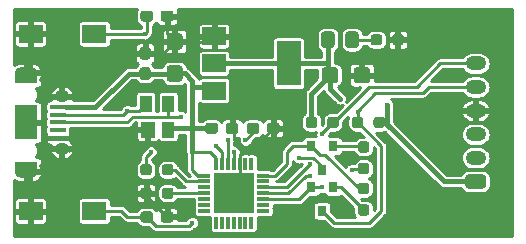
<source format=gbr>
G04 #@! TF.GenerationSoftware,KiCad,Pcbnew,(5.1.7-0-10_14)*
G04 #@! TF.CreationDate,2021-07-20T14:06:07+09:00*
G04 #@! TF.ProjectId,esp_flasher,6573705f-666c-4617-9368-65722e6b6963,rev?*
G04 #@! TF.SameCoordinates,Original*
G04 #@! TF.FileFunction,Copper,L1,Top*
G04 #@! TF.FilePolarity,Positive*
%FSLAX46Y46*%
G04 Gerber Fmt 4.6, Leading zero omitted, Abs format (unit mm)*
G04 Created by KiCad (PCBNEW (5.1.7-0-10_14)) date 2021-07-20 14:06:07*
%MOMM*%
%LPD*%
G01*
G04 APERTURE LIST*
G04 #@! TA.AperFunction,ComponentPad*
%ADD10O,1.250000X1.050000*%
G04 #@! TD*
G04 #@! TA.AperFunction,SMDPad,CuDef*
%ADD11R,1.350000X0.400000*%
G04 #@! TD*
G04 #@! TA.AperFunction,ComponentPad*
%ADD12O,1.900000X1.000000*%
G04 #@! TD*
G04 #@! TA.AperFunction,SMDPad,CuDef*
%ADD13R,1.900000X2.900000*%
G04 #@! TD*
G04 #@! TA.AperFunction,SMDPad,CuDef*
%ADD14R,1.900000X0.875000*%
G04 #@! TD*
G04 #@! TA.AperFunction,SMDPad,CuDef*
%ADD15R,2.000000X1.500000*%
G04 #@! TD*
G04 #@! TA.AperFunction,SMDPad,CuDef*
%ADD16R,2.000000X3.800000*%
G04 #@! TD*
G04 #@! TA.AperFunction,SMDPad,CuDef*
%ADD17R,0.800000X0.900000*%
G04 #@! TD*
G04 #@! TA.AperFunction,SMDPad,CuDef*
%ADD18R,2.000000X1.600000*%
G04 #@! TD*
G04 #@! TA.AperFunction,ComponentPad*
%ADD19O,1.750000X1.200000*%
G04 #@! TD*
G04 #@! TA.AperFunction,SMDPad,CuDef*
%ADD20R,1.000000X1.400000*%
G04 #@! TD*
G04 #@! TA.AperFunction,SMDPad,CuDef*
%ADD21R,1.200000X1.400000*%
G04 #@! TD*
G04 #@! TA.AperFunction,SMDPad,CuDef*
%ADD22R,1.000000X0.300000*%
G04 #@! TD*
G04 #@! TA.AperFunction,SMDPad,CuDef*
%ADD23R,0.300000X1.000000*%
G04 #@! TD*
G04 #@! TA.AperFunction,SMDPad,CuDef*
%ADD24R,3.400000X3.400000*%
G04 #@! TD*
G04 #@! TA.AperFunction,ViaPad*
%ADD25C,0.400000*%
G04 #@! TD*
G04 #@! TA.AperFunction,Conductor*
%ADD26C,0.250000*%
G04 #@! TD*
G04 #@! TA.AperFunction,Conductor*
%ADD27C,0.500000*%
G04 #@! TD*
G04 #@! TA.AperFunction,Conductor*
%ADD28C,0.400000*%
G04 #@! TD*
G04 #@! TA.AperFunction,Conductor*
%ADD29C,0.254000*%
G04 #@! TD*
G04 #@! TA.AperFunction,Conductor*
%ADD30C,0.100000*%
G04 #@! TD*
G04 APERTURE END LIST*
D10*
X4450000Y-7775000D03*
D11*
X4125000Y-8700000D03*
X4125000Y-9350000D03*
X4125000Y-10000000D03*
X4125000Y-11300000D03*
D10*
X4450000Y-12225000D03*
D12*
X1450000Y-5825000D03*
X1450000Y-14175000D03*
D11*
X4125000Y-10650000D03*
D13*
X1450000Y-10000000D03*
D14*
X1450000Y-13737500D03*
X1450000Y-6262500D03*
G04 #@! TA.AperFunction,SMDPad,CuDef*
G36*
G01*
X12825000Y-1237500D02*
X12825000Y-762500D01*
G75*
G02*
X13062500Y-525000I237500J0D01*
G01*
X13662500Y-525000D01*
G75*
G02*
X13900000Y-762500I0J-237500D01*
G01*
X13900000Y-1237500D01*
G75*
G02*
X13662500Y-1475000I-237500J0D01*
G01*
X13062500Y-1475000D01*
G75*
G02*
X12825000Y-1237500I0J237500D01*
G01*
G37*
G04 #@! TD.AperFunction*
G04 #@! TA.AperFunction,SMDPad,CuDef*
G36*
G01*
X11100000Y-1237500D02*
X11100000Y-762500D01*
G75*
G02*
X11337500Y-525000I237500J0D01*
G01*
X11937500Y-525000D01*
G75*
G02*
X12175000Y-762500I0J-237500D01*
G01*
X12175000Y-1237500D01*
G75*
G02*
X11937500Y-1475000I-237500J0D01*
G01*
X11337500Y-1475000D01*
G75*
G02*
X11100000Y-1237500I0J237500D01*
G01*
G37*
G04 #@! TD.AperFunction*
G04 #@! TA.AperFunction,SMDPad,CuDef*
G36*
G01*
X12825000Y-18237500D02*
X12825000Y-17762500D01*
G75*
G02*
X13062500Y-17525000I237500J0D01*
G01*
X13662500Y-17525000D01*
G75*
G02*
X13900000Y-17762500I0J-237500D01*
G01*
X13900000Y-18237500D01*
G75*
G02*
X13662500Y-18475000I-237500J0D01*
G01*
X13062500Y-18475000D01*
G75*
G02*
X12825000Y-18237500I0J237500D01*
G01*
G37*
G04 #@! TD.AperFunction*
G04 #@! TA.AperFunction,SMDPad,CuDef*
G36*
G01*
X11100000Y-18237500D02*
X11100000Y-17762500D01*
G75*
G02*
X11337500Y-17525000I237500J0D01*
G01*
X11937500Y-17525000D01*
G75*
G02*
X12175000Y-17762500I0J-237500D01*
G01*
X12175000Y-18237500D01*
G75*
G02*
X11937500Y-18475000I-237500J0D01*
G01*
X11337500Y-18475000D01*
G75*
G02*
X11100000Y-18237500I0J237500D01*
G01*
G37*
G04 #@! TD.AperFunction*
D15*
X17350000Y-2700000D03*
X17350000Y-7300000D03*
X17350000Y-5000000D03*
D16*
X23650000Y-5000000D03*
G04 #@! TA.AperFunction,SMDPad,CuDef*
G36*
G01*
X30837500Y-10237500D02*
X30837500Y-9762500D01*
G75*
G02*
X31075000Y-9525000I237500J0D01*
G01*
X31575000Y-9525000D01*
G75*
G02*
X31812500Y-9762500I0J-237500D01*
G01*
X31812500Y-10237500D01*
G75*
G02*
X31575000Y-10475000I-237500J0D01*
G01*
X31075000Y-10475000D01*
G75*
G02*
X30837500Y-10237500I0J237500D01*
G01*
G37*
G04 #@! TD.AperFunction*
G04 #@! TA.AperFunction,SMDPad,CuDef*
G36*
G01*
X29012500Y-10237500D02*
X29012500Y-9762500D01*
G75*
G02*
X29250000Y-9525000I237500J0D01*
G01*
X29750000Y-9525000D01*
G75*
G02*
X29987500Y-9762500I0J-237500D01*
G01*
X29987500Y-10237500D01*
G75*
G02*
X29750000Y-10475000I-237500J0D01*
G01*
X29250000Y-10475000D01*
G75*
G02*
X29012500Y-10237500I0J237500D01*
G01*
G37*
G04 #@! TD.AperFunction*
G04 #@! TA.AperFunction,SMDPad,CuDef*
G36*
G01*
X30237500Y-12575000D02*
X29762500Y-12575000D01*
G75*
G02*
X29525000Y-12337500I0J237500D01*
G01*
X29525000Y-11837500D01*
G75*
G02*
X29762500Y-11600000I237500J0D01*
G01*
X30237500Y-11600000D01*
G75*
G02*
X30475000Y-11837500I0J-237500D01*
G01*
X30475000Y-12337500D01*
G75*
G02*
X30237500Y-12575000I-237500J0D01*
G01*
G37*
G04 #@! TD.AperFunction*
G04 #@! TA.AperFunction,SMDPad,CuDef*
G36*
G01*
X30237500Y-14400000D02*
X29762500Y-14400000D01*
G75*
G02*
X29525000Y-14162500I0J237500D01*
G01*
X29525000Y-13662500D01*
G75*
G02*
X29762500Y-13425000I237500J0D01*
G01*
X30237500Y-13425000D01*
G75*
G02*
X30475000Y-13662500I0J-237500D01*
G01*
X30475000Y-14162500D01*
G75*
G02*
X30237500Y-14400000I-237500J0D01*
G01*
G37*
G04 #@! TD.AperFunction*
G04 #@! TA.AperFunction,SMDPad,CuDef*
G36*
G01*
X26075000Y-9762500D02*
X26075000Y-10237500D01*
G75*
G02*
X25837500Y-10475000I-237500J0D01*
G01*
X25337500Y-10475000D01*
G75*
G02*
X25100000Y-10237500I0J237500D01*
G01*
X25100000Y-9762500D01*
G75*
G02*
X25337500Y-9525000I237500J0D01*
G01*
X25837500Y-9525000D01*
G75*
G02*
X26075000Y-9762500I0J-237500D01*
G01*
G37*
G04 #@! TD.AperFunction*
G04 #@! TA.AperFunction,SMDPad,CuDef*
G36*
G01*
X27900000Y-9762500D02*
X27900000Y-10237500D01*
G75*
G02*
X27662500Y-10475000I-237500J0D01*
G01*
X27162500Y-10475000D01*
G75*
G02*
X26925000Y-10237500I0J237500D01*
G01*
X26925000Y-9762500D01*
G75*
G02*
X27162500Y-9525000I237500J0D01*
G01*
X27662500Y-9525000D01*
G75*
G02*
X27900000Y-9762500I0J-237500D01*
G01*
G37*
G04 #@! TD.AperFunction*
G04 #@! TA.AperFunction,SMDPad,CuDef*
G36*
G01*
X29762500Y-16925000D02*
X30237500Y-16925000D01*
G75*
G02*
X30475000Y-17162500I0J-237500D01*
G01*
X30475000Y-17662500D01*
G75*
G02*
X30237500Y-17900000I-237500J0D01*
G01*
X29762500Y-17900000D01*
G75*
G02*
X29525000Y-17662500I0J237500D01*
G01*
X29525000Y-17162500D01*
G75*
G02*
X29762500Y-16925000I237500J0D01*
G01*
G37*
G04 #@! TD.AperFunction*
G04 #@! TA.AperFunction,SMDPad,CuDef*
G36*
G01*
X29762500Y-15100000D02*
X30237500Y-15100000D01*
G75*
G02*
X30475000Y-15337500I0J-237500D01*
G01*
X30475000Y-15837500D01*
G75*
G02*
X30237500Y-16075000I-237500J0D01*
G01*
X29762500Y-16075000D01*
G75*
G02*
X29525000Y-15837500I0J237500D01*
G01*
X29525000Y-15337500D01*
G75*
G02*
X29762500Y-15100000I237500J0D01*
G01*
G37*
G04 #@! TD.AperFunction*
G04 #@! TA.AperFunction,SMDPad,CuDef*
G36*
G01*
X12075000Y-13762500D02*
X12075000Y-14237500D01*
G75*
G02*
X11837500Y-14475000I-237500J0D01*
G01*
X11337500Y-14475000D01*
G75*
G02*
X11100000Y-14237500I0J237500D01*
G01*
X11100000Y-13762500D01*
G75*
G02*
X11337500Y-13525000I237500J0D01*
G01*
X11837500Y-13525000D01*
G75*
G02*
X12075000Y-13762500I0J-237500D01*
G01*
G37*
G04 #@! TD.AperFunction*
G04 #@! TA.AperFunction,SMDPad,CuDef*
G36*
G01*
X13900000Y-13762500D02*
X13900000Y-14237500D01*
G75*
G02*
X13662500Y-14475000I-237500J0D01*
G01*
X13162500Y-14475000D01*
G75*
G02*
X12925000Y-14237500I0J237500D01*
G01*
X12925000Y-13762500D01*
G75*
G02*
X13162500Y-13525000I237500J0D01*
G01*
X13662500Y-13525000D01*
G75*
G02*
X13900000Y-13762500I0J-237500D01*
G01*
G37*
G04 #@! TD.AperFunction*
G04 #@! TA.AperFunction,SMDPad,CuDef*
G36*
G01*
X12925000Y-16237500D02*
X12925000Y-15762500D01*
G75*
G02*
X13162500Y-15525000I237500J0D01*
G01*
X13662500Y-15525000D01*
G75*
G02*
X13900000Y-15762500I0J-237500D01*
G01*
X13900000Y-16237500D01*
G75*
G02*
X13662500Y-16475000I-237500J0D01*
G01*
X13162500Y-16475000D01*
G75*
G02*
X12925000Y-16237500I0J237500D01*
G01*
G37*
G04 #@! TD.AperFunction*
G04 #@! TA.AperFunction,SMDPad,CuDef*
G36*
G01*
X11100000Y-16237500D02*
X11100000Y-15762500D01*
G75*
G02*
X11337500Y-15525000I237500J0D01*
G01*
X11837500Y-15525000D01*
G75*
G02*
X12075000Y-15762500I0J-237500D01*
G01*
X12075000Y-16237500D01*
G75*
G02*
X11837500Y-16475000I-237500J0D01*
G01*
X11337500Y-16475000D01*
G75*
G02*
X11100000Y-16237500I0J237500D01*
G01*
G37*
G04 #@! TD.AperFunction*
G04 #@! TA.AperFunction,SMDPad,CuDef*
G36*
G01*
X32425000Y-3237500D02*
X32425000Y-2762500D01*
G75*
G02*
X32662500Y-2525000I237500J0D01*
G01*
X33162500Y-2525000D01*
G75*
G02*
X33400000Y-2762500I0J-237500D01*
G01*
X33400000Y-3237500D01*
G75*
G02*
X33162500Y-3475000I-237500J0D01*
G01*
X32662500Y-3475000D01*
G75*
G02*
X32425000Y-3237500I0J237500D01*
G01*
G37*
G04 #@! TD.AperFunction*
G04 #@! TA.AperFunction,SMDPad,CuDef*
G36*
G01*
X30600000Y-3237500D02*
X30600000Y-2762500D01*
G75*
G02*
X30837500Y-2525000I237500J0D01*
G01*
X31337500Y-2525000D01*
G75*
G02*
X31575000Y-2762500I0J-237500D01*
G01*
X31575000Y-3237500D01*
G75*
G02*
X31337500Y-3475000I-237500J0D01*
G01*
X30837500Y-3475000D01*
G75*
G02*
X30600000Y-3237500I0J237500D01*
G01*
G37*
G04 #@! TD.AperFunction*
D17*
X26500000Y-14000000D03*
X25550000Y-12000000D03*
X27450000Y-12000000D03*
X26500000Y-17500000D03*
X25550000Y-15500000D03*
X27450000Y-15500000D03*
D18*
X7200000Y-2500000D03*
X1800000Y-2500000D03*
X7200000Y-17500000D03*
X1800000Y-17500000D03*
D19*
X39500000Y-5000000D03*
X39500000Y-7000000D03*
X39500000Y-9000000D03*
X39500000Y-11000000D03*
X39500000Y-13000000D03*
G04 #@! TA.AperFunction,ComponentPad*
G36*
G01*
X40125001Y-15600000D02*
X38874999Y-15600000D01*
G75*
G02*
X38625000Y-15350001I0J249999D01*
G01*
X38625000Y-14649999D01*
G75*
G02*
X38874999Y-14400000I249999J0D01*
G01*
X40125001Y-14400000D01*
G75*
G02*
X40375000Y-14649999I0J-249999D01*
G01*
X40375000Y-15350001D01*
G75*
G02*
X40125001Y-15600000I-249999J0D01*
G01*
G37*
G04 #@! TD.AperFunction*
D20*
X11550000Y-8400000D03*
X13450000Y-8400000D03*
X13450000Y-10600000D03*
D21*
X11730000Y-10600000D03*
G04 #@! TA.AperFunction,SMDPad,CuDef*
G36*
G01*
X27550000Y-2549999D02*
X27550000Y-3450001D01*
G75*
G02*
X27300001Y-3700000I-249999J0D01*
G01*
X26649999Y-3700000D01*
G75*
G02*
X26400000Y-3450001I0J249999D01*
G01*
X26400000Y-2549999D01*
G75*
G02*
X26649999Y-2300000I249999J0D01*
G01*
X27300001Y-2300000D01*
G75*
G02*
X27550000Y-2549999I0J-249999D01*
G01*
G37*
G04 #@! TD.AperFunction*
G04 #@! TA.AperFunction,SMDPad,CuDef*
G36*
G01*
X29600000Y-2549999D02*
X29600000Y-3450001D01*
G75*
G02*
X29350001Y-3700000I-249999J0D01*
G01*
X28699999Y-3700000D01*
G75*
G02*
X28450000Y-3450001I0J249999D01*
G01*
X28450000Y-2549999D01*
G75*
G02*
X28699999Y-2300000I249999J0D01*
G01*
X29350001Y-2300000D01*
G75*
G02*
X29600000Y-2549999I0J-249999D01*
G01*
G37*
G04 #@! TD.AperFunction*
G04 #@! TA.AperFunction,SMDPad,CuDef*
G36*
G01*
X11737500Y-4675000D02*
X11262500Y-4675000D01*
G75*
G02*
X11025000Y-4437500I0J237500D01*
G01*
X11025000Y-3837500D01*
G75*
G02*
X11262500Y-3600000I237500J0D01*
G01*
X11737500Y-3600000D01*
G75*
G02*
X11975000Y-3837500I0J-237500D01*
G01*
X11975000Y-4437500D01*
G75*
G02*
X11737500Y-4675000I-237500J0D01*
G01*
G37*
G04 #@! TD.AperFunction*
G04 #@! TA.AperFunction,SMDPad,CuDef*
G36*
G01*
X11737500Y-6400000D02*
X11262500Y-6400000D01*
G75*
G02*
X11025000Y-6162500I0J237500D01*
G01*
X11025000Y-5562500D01*
G75*
G02*
X11262500Y-5325000I237500J0D01*
G01*
X11737500Y-5325000D01*
G75*
G02*
X11975000Y-5562500I0J-237500D01*
G01*
X11975000Y-6162500D01*
G75*
G02*
X11737500Y-6400000I-237500J0D01*
G01*
G37*
G04 #@! TD.AperFunction*
G04 #@! TA.AperFunction,SMDPad,CuDef*
G36*
G01*
X18325000Y-10737500D02*
X18325000Y-10262500D01*
G75*
G02*
X18562500Y-10025000I237500J0D01*
G01*
X19162500Y-10025000D01*
G75*
G02*
X19400000Y-10262500I0J-237500D01*
G01*
X19400000Y-10737500D01*
G75*
G02*
X19162500Y-10975000I-237500J0D01*
G01*
X18562500Y-10975000D01*
G75*
G02*
X18325000Y-10737500I0J237500D01*
G01*
G37*
G04 #@! TD.AperFunction*
G04 #@! TA.AperFunction,SMDPad,CuDef*
G36*
G01*
X16600000Y-10737500D02*
X16600000Y-10262500D01*
G75*
G02*
X16837500Y-10025000I237500J0D01*
G01*
X17437500Y-10025000D01*
G75*
G02*
X17675000Y-10262500I0J-237500D01*
G01*
X17675000Y-10737500D01*
G75*
G02*
X17437500Y-10975000I-237500J0D01*
G01*
X16837500Y-10975000D01*
G75*
G02*
X16600000Y-10737500I0J237500D01*
G01*
G37*
G04 #@! TD.AperFunction*
G04 #@! TA.AperFunction,SMDPad,CuDef*
G36*
G01*
X29150000Y-6425001D02*
X29150000Y-5574999D01*
G75*
G02*
X29399999Y-5325000I249999J0D01*
G01*
X30300001Y-5325000D01*
G75*
G02*
X30550000Y-5574999I0J-249999D01*
G01*
X30550000Y-6425001D01*
G75*
G02*
X30300001Y-6675000I-249999J0D01*
G01*
X29399999Y-6675000D01*
G75*
G02*
X29150000Y-6425001I0J249999D01*
G01*
G37*
G04 #@! TD.AperFunction*
G04 #@! TA.AperFunction,SMDPad,CuDef*
G36*
G01*
X26450000Y-6425001D02*
X26450000Y-5574999D01*
G75*
G02*
X26699999Y-5325000I249999J0D01*
G01*
X27600001Y-5325000D01*
G75*
G02*
X27850000Y-5574999I0J-249999D01*
G01*
X27850000Y-6425001D01*
G75*
G02*
X27600001Y-6675000I-249999J0D01*
G01*
X26699999Y-6675000D01*
G75*
G02*
X26450000Y-6425001I0J249999D01*
G01*
G37*
G04 #@! TD.AperFunction*
G04 #@! TA.AperFunction,SMDPad,CuDef*
G36*
G01*
X14425001Y-3850000D02*
X13574999Y-3850000D01*
G75*
G02*
X13325000Y-3600001I0J249999D01*
G01*
X13325000Y-2699999D01*
G75*
G02*
X13574999Y-2450000I249999J0D01*
G01*
X14425001Y-2450000D01*
G75*
G02*
X14675000Y-2699999I0J-249999D01*
G01*
X14675000Y-3600001D01*
G75*
G02*
X14425001Y-3850000I-249999J0D01*
G01*
G37*
G04 #@! TD.AperFunction*
G04 #@! TA.AperFunction,SMDPad,CuDef*
G36*
G01*
X14425001Y-6550000D02*
X13574999Y-6550000D01*
G75*
G02*
X13325000Y-6300001I0J249999D01*
G01*
X13325000Y-5399999D01*
G75*
G02*
X13574999Y-5150000I249999J0D01*
G01*
X14425001Y-5150000D01*
G75*
G02*
X14675000Y-5399999I0J-249999D01*
G01*
X14675000Y-6300001D01*
G75*
G02*
X14425001Y-6550000I-249999J0D01*
G01*
G37*
G04 #@! TD.AperFunction*
G04 #@! TA.AperFunction,SMDPad,CuDef*
G36*
G01*
X20100000Y-10737500D02*
X20100000Y-10262500D01*
G75*
G02*
X20337500Y-10025000I237500J0D01*
G01*
X20937500Y-10025000D01*
G75*
G02*
X21175000Y-10262500I0J-237500D01*
G01*
X21175000Y-10737500D01*
G75*
G02*
X20937500Y-10975000I-237500J0D01*
G01*
X20337500Y-10975000D01*
G75*
G02*
X20100000Y-10737500I0J237500D01*
G01*
G37*
G04 #@! TD.AperFunction*
G04 #@! TA.AperFunction,SMDPad,CuDef*
G36*
G01*
X21825000Y-10737500D02*
X21825000Y-10262500D01*
G75*
G02*
X22062500Y-10025000I237500J0D01*
G01*
X22662500Y-10025000D01*
G75*
G02*
X22900000Y-10262500I0J-237500D01*
G01*
X22900000Y-10737500D01*
G75*
G02*
X22662500Y-10975000I-237500J0D01*
G01*
X22062500Y-10975000D01*
G75*
G02*
X21825000Y-10737500I0J237500D01*
G01*
G37*
G04 #@! TD.AperFunction*
D22*
X21500000Y-17500000D03*
D23*
X17500000Y-18500000D03*
D22*
X16500000Y-14500000D03*
D23*
X20500000Y-13500000D03*
X20000000Y-13500000D03*
X19500000Y-13500000D03*
X19000000Y-13500000D03*
X18500000Y-13500000D03*
X18000000Y-13500000D03*
X17500000Y-13500000D03*
D22*
X16500000Y-15000000D03*
X16500000Y-15500000D03*
X16500000Y-16000000D03*
X16500000Y-16500000D03*
X16500000Y-17000000D03*
X16500000Y-17500000D03*
D23*
X18000000Y-18500000D03*
X18500000Y-18500000D03*
X19000000Y-18500000D03*
X19500000Y-18500000D03*
X20000000Y-18500000D03*
X20500000Y-18500000D03*
D22*
X21500000Y-17000000D03*
X21500000Y-16500000D03*
X21500000Y-16000000D03*
X21500000Y-15500000D03*
X21500000Y-15000000D03*
X21500000Y-14500000D03*
D24*
X19000000Y-16000000D03*
D25*
X32912500Y-4587500D03*
X24500000Y-7500000D03*
X10000000Y-7500000D03*
X26500000Y-8000000D03*
X23500000Y-14500000D03*
X31000000Y-16500000D03*
X28500000Y-11000000D03*
X28000000Y-8000000D03*
X32000000Y-8500000D03*
X18500000Y-11500000D03*
X10000000Y-9000000D03*
X14500000Y-9500000D03*
X19025000Y-12500000D03*
X15500000Y-18500000D03*
X24500000Y-13000000D03*
X26500000Y-11000000D03*
X11500000Y-2500000D03*
X29500000Y-9100000D03*
X25500000Y-13500000D03*
X25500000Y-14500000D03*
X29000000Y-14000000D03*
X26500000Y-15500000D03*
X20000000Y-11500000D03*
X17500000Y-12000000D03*
X12000000Y-12500000D03*
D26*
X19500000Y-12750000D02*
X20000000Y-12250000D01*
X19500000Y-13500000D02*
X19500000Y-12750000D01*
X19972998Y-12250000D02*
X19474999Y-11752001D01*
X20000000Y-12250000D02*
X19972998Y-12250000D01*
X19252001Y-11752001D02*
X19025001Y-11525001D01*
X19474999Y-11752001D02*
X19252001Y-11752001D01*
X19025001Y-10662501D02*
X18862500Y-10500000D01*
X19025001Y-11525001D02*
X19025001Y-10662501D01*
X20612500Y-12250000D02*
X22362500Y-10500000D01*
X20000000Y-12250000D02*
X20612500Y-12250000D01*
X19500000Y-15500000D02*
X19000000Y-16000000D01*
X19500000Y-13500000D02*
X19500000Y-15500000D01*
X2100000Y-14175000D02*
X2100000Y-13737500D01*
X3525000Y-12225000D02*
X3400000Y-12100000D01*
X5100000Y-12225000D02*
X3525000Y-12225000D01*
X5100000Y-7775000D02*
X4325000Y-7775000D01*
X4325000Y-7775000D02*
X3612500Y-7775000D01*
X5100000Y-12225000D02*
X5100000Y-12400000D01*
X7400000Y-10600000D02*
X11730000Y-10600000D01*
X6700000Y-11300000D02*
X7400000Y-10600000D01*
X5100000Y-12225000D02*
X6275000Y-12225000D01*
X6700000Y-11800000D02*
X6700000Y-11300000D01*
X6275000Y-12225000D02*
X6700000Y-11800000D01*
X1800000Y-14475000D02*
X2100000Y-14175000D01*
X2000000Y-16000000D02*
X1800000Y-15800000D01*
X11587500Y-16000000D02*
X2000000Y-16000000D01*
X1800000Y-15800000D02*
X1800000Y-14475000D01*
X1800000Y-17500000D02*
X1800000Y-15800000D01*
X11587500Y-16225000D02*
X13362500Y-18000000D01*
X11587500Y-16000000D02*
X11587500Y-16225000D01*
X32912500Y-3000000D02*
X32912500Y-4587500D01*
X31500000Y-6000000D02*
X29850000Y-6000000D01*
X32912500Y-4587500D02*
X31500000Y-6000000D01*
X13362500Y-2512500D02*
X14000000Y-3150000D01*
X13362500Y-1000000D02*
X13362500Y-2512500D01*
X13012500Y-4137500D02*
X14000000Y-3150000D01*
X11500000Y-4137500D02*
X13012500Y-4137500D01*
X16900000Y-3150000D02*
X17350000Y-2700000D01*
X14000000Y-3150000D02*
X16900000Y-3150000D01*
X1800000Y-2500000D02*
X1800000Y-5525000D01*
X22362500Y-9637500D02*
X22362500Y-10500000D01*
X24500000Y-7500000D02*
X22362500Y-9637500D01*
X11500000Y-4137500D02*
X10362500Y-4137500D01*
X6725000Y-7775000D02*
X5100000Y-7775000D01*
X10362500Y-4137500D02*
X6725000Y-7775000D01*
X17350000Y-2700000D02*
X20300000Y-2700000D01*
X20300000Y-2700000D02*
X21500000Y-1500000D01*
X21500000Y-1500000D02*
X32500000Y-1500000D01*
X32912500Y-1912500D02*
X32912500Y-3000000D01*
X32500000Y-1500000D02*
X32912500Y-1912500D01*
X4175000Y-11300000D02*
X5700000Y-11300000D01*
X5700000Y-11300000D02*
X6700000Y-11300000D01*
X4775000Y-11300000D02*
X5700000Y-11300000D01*
X19000000Y-16000000D02*
X19000000Y-16000000D01*
X1450000Y-10000000D02*
X3000000Y-10000000D01*
X3000000Y-10000000D02*
X3000000Y-9100000D01*
X3000000Y-10900000D02*
X3050000Y-10950000D01*
X3000000Y-10000000D02*
X3000000Y-10900000D01*
X3612500Y-7775000D02*
X3225000Y-7775000D01*
X3000000Y-8000000D02*
X3000000Y-9100000D01*
X3225000Y-7775000D02*
X3000000Y-8000000D01*
X3050000Y-12250000D02*
X3400000Y-12600000D01*
X3400000Y-12600000D02*
X3400000Y-13100000D01*
X3400000Y-12100000D02*
X3400000Y-12600000D01*
X3200000Y-11300000D02*
X3050000Y-11450000D01*
X4125000Y-11300000D02*
X3200000Y-11300000D01*
X3050000Y-11450000D02*
X3050000Y-12250000D01*
X3050000Y-10950000D02*
X3050000Y-11450000D01*
D27*
X1450000Y-5825000D02*
X2825000Y-5825000D01*
D26*
X3000000Y-6000000D02*
X3000000Y-8000000D01*
X2825000Y-5825000D02*
X3000000Y-6000000D01*
X1450000Y-5825000D02*
X1450000Y-6262500D01*
X3400000Y-13100000D02*
X3400000Y-14100000D01*
D27*
X3325000Y-14175000D02*
X1450000Y-14175000D01*
D26*
X3400000Y-14100000D02*
X3325000Y-14175000D01*
D28*
X10137500Y-5862500D02*
X11500000Y-5862500D01*
X7300000Y-8700000D02*
X10137500Y-5862500D01*
X13987500Y-5862500D02*
X14000000Y-5850000D01*
X11500000Y-5862500D02*
X13987500Y-5862500D01*
X14000000Y-5850000D02*
X14850000Y-5850000D01*
X14850000Y-5850000D02*
X15500000Y-6500000D01*
X17050000Y-7000000D02*
X17350000Y-7300000D01*
X15500000Y-7000000D02*
X17050000Y-7000000D01*
X15500000Y-7000000D02*
X15500000Y-6500000D01*
X13550000Y-10500000D02*
X13450000Y-10600000D01*
X15500000Y-7000000D02*
X15500000Y-10500000D01*
X15500000Y-10500000D02*
X13550000Y-10500000D01*
X17137500Y-10500000D02*
X15500000Y-10500000D01*
X15500000Y-10500000D02*
X15500000Y-12500000D01*
D26*
X17500000Y-13500000D02*
X17500000Y-13000000D01*
X17000000Y-12500000D02*
X15500000Y-12500000D01*
X17500000Y-13000000D02*
X17000000Y-12500000D01*
X16500000Y-14500000D02*
X16000000Y-14500000D01*
X15500000Y-14000000D02*
X15500000Y-12500000D01*
X16000000Y-14500000D02*
X15500000Y-14000000D01*
X4200000Y-8700000D02*
X5700000Y-8700000D01*
X4175000Y-8700000D02*
X4200000Y-8700000D01*
D28*
X5700000Y-8700000D02*
X7300000Y-8700000D01*
X4775000Y-8700000D02*
X5700000Y-8700000D01*
X36812500Y-15000000D02*
X39500000Y-15000000D01*
X31325000Y-10000000D02*
X31812500Y-10000000D01*
X17350000Y-5000000D02*
X23650000Y-5000000D01*
X26975000Y-5825000D02*
X27150000Y-6000000D01*
X26950000Y-5000000D02*
X26975000Y-4975000D01*
X23650000Y-5000000D02*
X26950000Y-5000000D01*
X26975000Y-4975000D02*
X26975000Y-5825000D01*
X26975000Y-3000000D02*
X26975000Y-4975000D01*
X25587500Y-7562500D02*
X27150000Y-6000000D01*
X25587500Y-10000000D02*
X25587500Y-7562500D01*
X27150000Y-7150000D02*
X28000000Y-8000000D01*
X27150000Y-6000000D02*
X27150000Y-7150000D01*
X32000000Y-10187500D02*
X32406250Y-10593750D01*
X32000000Y-8500000D02*
X32000000Y-10187500D01*
X32406250Y-10593750D02*
X36812500Y-15000000D01*
X31812500Y-10000000D02*
X32406250Y-10593750D01*
D26*
X29025000Y-3000000D02*
X31087500Y-3000000D01*
X10950000Y-9000000D02*
X11550000Y-8400000D01*
X10000000Y-9000000D02*
X10950000Y-9000000D01*
X18500000Y-13500000D02*
X18500000Y-11500000D01*
X9650000Y-9350000D02*
X10000000Y-9000000D01*
X4175000Y-9350000D02*
X4350000Y-9350000D01*
X5350000Y-9350000D02*
X4775000Y-9350000D01*
X4350000Y-9350000D02*
X5350000Y-9350000D01*
X9650000Y-9350000D02*
X5350000Y-9350000D01*
X10000000Y-10000000D02*
X10500000Y-9500000D01*
X13450000Y-9450000D02*
X13500000Y-9500000D01*
X13450000Y-8400000D02*
X13450000Y-9450000D01*
X13500000Y-9500000D02*
X14500000Y-9500000D01*
X10500000Y-9500000D02*
X13500000Y-9500000D01*
X19000000Y-12525000D02*
X19025000Y-12500000D01*
X19000000Y-13500000D02*
X19000000Y-12525000D01*
X4175000Y-10000000D02*
X5500000Y-10000000D01*
X5500000Y-10000000D02*
X10000000Y-10000000D01*
X4775000Y-10000000D02*
X5500000Y-10000000D01*
X11637500Y-18000000D02*
X10000000Y-18000000D01*
X9500000Y-17500000D02*
X7200000Y-17500000D01*
X10000000Y-18000000D02*
X9500000Y-17500000D01*
X12437510Y-18800010D02*
X15199990Y-18800010D01*
X11637500Y-18000000D02*
X12437510Y-18800010D01*
X15199990Y-18800010D02*
X15500000Y-18500000D01*
X27412500Y-10000000D02*
X27500000Y-10000000D01*
X30499990Y-7000010D02*
X34499990Y-7000010D01*
X27500000Y-10000000D02*
X30499990Y-7000010D01*
X36500000Y-5000000D02*
X39500000Y-5000000D01*
X34499990Y-7000010D02*
X36500000Y-5000000D01*
X26500000Y-13722998D02*
X25752001Y-12974999D01*
X26500000Y-14000000D02*
X26500000Y-13722998D01*
X24525001Y-12974999D02*
X24500000Y-13000000D01*
X25752001Y-12974999D02*
X24525001Y-12974999D01*
X26500000Y-10912500D02*
X27412500Y-10000000D01*
X26500000Y-11000000D02*
X26500000Y-10912500D01*
X35500000Y-7000000D02*
X35000000Y-7500000D01*
X39500000Y-7000000D02*
X35500000Y-7000000D01*
X27500000Y-18500000D02*
X26500000Y-17500000D01*
X30500000Y-18500000D02*
X27500000Y-18500000D01*
X31500000Y-12000000D02*
X31500000Y-17500000D01*
X31500000Y-17500000D02*
X30500000Y-18500000D01*
X29500000Y-10000000D02*
X31500000Y-12000000D01*
X7200000Y-2500000D02*
X11500000Y-2500000D01*
X11637500Y-2362500D02*
X11500000Y-2500000D01*
X11637500Y-1000000D02*
X11637500Y-2362500D01*
X29500000Y-10000000D02*
X29500000Y-9000000D01*
X31000000Y-7500000D02*
X32500000Y-7500000D01*
X29500000Y-9000000D02*
X31000000Y-7500000D01*
X35000000Y-7500000D02*
X32500000Y-7500000D01*
X23500000Y-15500000D02*
X25500000Y-13500000D01*
X21500000Y-15500000D02*
X23500000Y-15500000D01*
X25136410Y-14500000D02*
X25500000Y-14500000D01*
X23636410Y-16000000D02*
X25136410Y-14500000D01*
X21500000Y-16000000D02*
X23636410Y-16000000D01*
X24550000Y-16500000D02*
X25550000Y-15500000D01*
X21500000Y-16500000D02*
X24550000Y-16500000D01*
X29087500Y-13912500D02*
X29000000Y-14000000D01*
X30000000Y-13912500D02*
X29087500Y-13912500D01*
X26500000Y-15500000D02*
X25550000Y-15500000D01*
X26325001Y-12775001D02*
X26775001Y-12775001D01*
X25550000Y-12000000D02*
X26325001Y-12775001D01*
X29587500Y-15587500D02*
X30000000Y-15587500D01*
X26775001Y-12775001D02*
X29587500Y-15587500D01*
X25550000Y-12000000D02*
X24000000Y-12000000D01*
X24000000Y-12000000D02*
X23500000Y-12500000D01*
X23500000Y-12500000D02*
X23500000Y-13500000D01*
X22500000Y-14500000D02*
X21500000Y-14500000D01*
X23500000Y-13500000D02*
X22500000Y-14500000D01*
X28087500Y-15500000D02*
X30000000Y-17412500D01*
X27450000Y-15500000D02*
X28087500Y-15500000D01*
X29912500Y-12000000D02*
X30000000Y-12087500D01*
X27450000Y-12000000D02*
X29912500Y-12000000D01*
X20637500Y-10500000D02*
X20637500Y-10137500D01*
X20637500Y-10862500D02*
X20000000Y-11500000D01*
X20637500Y-10500000D02*
X20637500Y-10862500D01*
X18000000Y-12500000D02*
X18000000Y-13500000D01*
X17500000Y-12000000D02*
X18000000Y-12500000D01*
X11587500Y-12912500D02*
X12000000Y-12500000D01*
X11587500Y-14000000D02*
X11587500Y-12912500D01*
X16500000Y-16000000D02*
X13412500Y-16000000D01*
X16500000Y-15000000D02*
X15000000Y-15000000D01*
X14000000Y-14000000D02*
X13412500Y-14000000D01*
X15000000Y-15000000D02*
X14000000Y-14000000D01*
D29*
X10821704Y-417856D02*
X10764378Y-525105D01*
X10729077Y-641477D01*
X10717157Y-762500D01*
X10717157Y-1237500D01*
X10729077Y-1358523D01*
X10764378Y-1474895D01*
X10821704Y-1582144D01*
X10898851Y-1676149D01*
X10992856Y-1753296D01*
X11100105Y-1810622D01*
X11131501Y-1820146D01*
X11131501Y-1994000D01*
X8582843Y-1994000D01*
X8582843Y-1700000D01*
X8575487Y-1625311D01*
X8553701Y-1553492D01*
X8518322Y-1487304D01*
X8470711Y-1429289D01*
X8412696Y-1381678D01*
X8346508Y-1346299D01*
X8274689Y-1324513D01*
X8200000Y-1317157D01*
X6200000Y-1317157D01*
X6125311Y-1324513D01*
X6053492Y-1346299D01*
X5987304Y-1381678D01*
X5929289Y-1429289D01*
X5881678Y-1487304D01*
X5846299Y-1553492D01*
X5824513Y-1625311D01*
X5817157Y-1700000D01*
X5817157Y-3300000D01*
X5824513Y-3374689D01*
X5846299Y-3446508D01*
X5881678Y-3512696D01*
X5929289Y-3570711D01*
X5987304Y-3618322D01*
X6053492Y-3653701D01*
X6125311Y-3675487D01*
X6200000Y-3682843D01*
X8200000Y-3682843D01*
X8274689Y-3675487D01*
X8346508Y-3653701D01*
X8412696Y-3618322D01*
X8435021Y-3600000D01*
X10642157Y-3600000D01*
X10644000Y-3915250D01*
X10739250Y-4010500D01*
X11373000Y-4010500D01*
X11373000Y-3314250D01*
X11627000Y-3314250D01*
X11627000Y-4010500D01*
X12260750Y-4010500D01*
X12356000Y-3915250D01*
X12356381Y-3850000D01*
X12942157Y-3850000D01*
X12949513Y-3924689D01*
X12971299Y-3996508D01*
X13006678Y-4062696D01*
X13054289Y-4120711D01*
X13112304Y-4168322D01*
X13178492Y-4203701D01*
X13250311Y-4225487D01*
X13325000Y-4232843D01*
X13777750Y-4231000D01*
X13873000Y-4135750D01*
X13873000Y-3277000D01*
X14127000Y-3277000D01*
X14127000Y-4135750D01*
X14222250Y-4231000D01*
X14675000Y-4232843D01*
X14749689Y-4225487D01*
X14821508Y-4203701D01*
X14887696Y-4168322D01*
X14945711Y-4120711D01*
X14993322Y-4062696D01*
X15028701Y-3996508D01*
X15050487Y-3924689D01*
X15057843Y-3850000D01*
X15056300Y-3450000D01*
X15967157Y-3450000D01*
X15974513Y-3524689D01*
X15996299Y-3596508D01*
X16031678Y-3662696D01*
X16079289Y-3720711D01*
X16137304Y-3768322D01*
X16203492Y-3803701D01*
X16275311Y-3825487D01*
X16350000Y-3832843D01*
X17127750Y-3831000D01*
X17223000Y-3735750D01*
X17223000Y-2827000D01*
X17477000Y-2827000D01*
X17477000Y-3735750D01*
X17572250Y-3831000D01*
X18350000Y-3832843D01*
X18424689Y-3825487D01*
X18496508Y-3803701D01*
X18562696Y-3768322D01*
X18620711Y-3720711D01*
X18668322Y-3662696D01*
X18703701Y-3596508D01*
X18725487Y-3524689D01*
X18732843Y-3450000D01*
X18731000Y-2922250D01*
X18635750Y-2827000D01*
X17477000Y-2827000D01*
X17223000Y-2827000D01*
X16064250Y-2827000D01*
X15969000Y-2922250D01*
X15967157Y-3450000D01*
X15056300Y-3450000D01*
X15056000Y-3372250D01*
X14960750Y-3277000D01*
X14127000Y-3277000D01*
X13873000Y-3277000D01*
X13039250Y-3277000D01*
X12944000Y-3372250D01*
X12942157Y-3850000D01*
X12356381Y-3850000D01*
X12357843Y-3600000D01*
X12350487Y-3525311D01*
X12328701Y-3453492D01*
X12293322Y-3387304D01*
X12245711Y-3329289D01*
X12187696Y-3281678D01*
X12121508Y-3246299D01*
X12049689Y-3224513D01*
X11975000Y-3217157D01*
X11722250Y-3219000D01*
X11627000Y-3314250D01*
X11373000Y-3314250D01*
X11277750Y-3219000D01*
X11025000Y-3217157D01*
X10950311Y-3224513D01*
X10878492Y-3246299D01*
X10812304Y-3281678D01*
X10754289Y-3329289D01*
X10706678Y-3387304D01*
X10671299Y-3453492D01*
X10649513Y-3525311D01*
X10642157Y-3600000D01*
X8435021Y-3600000D01*
X8470711Y-3570711D01*
X8518322Y-3512696D01*
X8553701Y-3446508D01*
X8575487Y-3374689D01*
X8582843Y-3300000D01*
X8582843Y-3006000D01*
X11211511Y-3006000D01*
X11224793Y-3014875D01*
X11330529Y-3058672D01*
X11442777Y-3081000D01*
X11557223Y-3081000D01*
X11669471Y-3058672D01*
X11775207Y-3014875D01*
X11870366Y-2951292D01*
X11951292Y-2870366D01*
X12014875Y-2775207D01*
X12058672Y-2669471D01*
X12065491Y-2635191D01*
X12107245Y-2557075D01*
X12136178Y-2461693D01*
X12137329Y-2450000D01*
X12942157Y-2450000D01*
X12944000Y-2927750D01*
X13039250Y-3023000D01*
X13873000Y-3023000D01*
X13873000Y-2164250D01*
X14127000Y-2164250D01*
X14127000Y-3023000D01*
X14960750Y-3023000D01*
X15056000Y-2927750D01*
X15057843Y-2450000D01*
X15050487Y-2375311D01*
X15028701Y-2303492D01*
X14993322Y-2237304D01*
X14945711Y-2179289D01*
X14887696Y-2131678D01*
X14821508Y-2096299D01*
X14749689Y-2074513D01*
X14675000Y-2067157D01*
X14222250Y-2069000D01*
X14127000Y-2164250D01*
X13873000Y-2164250D01*
X13777750Y-2069000D01*
X13325000Y-2067157D01*
X13250311Y-2074513D01*
X13178492Y-2096299D01*
X13112304Y-2131678D01*
X13054289Y-2179289D01*
X13006678Y-2237304D01*
X12971299Y-2303492D01*
X12949513Y-2375311D01*
X12942157Y-2450000D01*
X12137329Y-2450000D01*
X12143500Y-2387354D01*
X12143500Y-2387347D01*
X12145947Y-2362501D01*
X12143500Y-2337655D01*
X12143500Y-1950000D01*
X15967157Y-1950000D01*
X15969000Y-2477750D01*
X16064250Y-2573000D01*
X17223000Y-2573000D01*
X17223000Y-1664250D01*
X17477000Y-1664250D01*
X17477000Y-2573000D01*
X18635750Y-2573000D01*
X18731000Y-2477750D01*
X18732843Y-1950000D01*
X18725487Y-1875311D01*
X18703701Y-1803492D01*
X18668322Y-1737304D01*
X18620711Y-1679289D01*
X18562696Y-1631678D01*
X18496508Y-1596299D01*
X18424689Y-1574513D01*
X18350000Y-1567157D01*
X17572250Y-1569000D01*
X17477000Y-1664250D01*
X17223000Y-1664250D01*
X17127750Y-1569000D01*
X16350000Y-1567157D01*
X16275311Y-1574513D01*
X16203492Y-1596299D01*
X16137304Y-1631678D01*
X16079289Y-1679289D01*
X16031678Y-1737304D01*
X15996299Y-1803492D01*
X15974513Y-1875311D01*
X15967157Y-1950000D01*
X12143500Y-1950000D01*
X12143500Y-1820146D01*
X12174895Y-1810622D01*
X12282144Y-1753296D01*
X12376149Y-1676149D01*
X12453296Y-1582144D01*
X12457163Y-1574909D01*
X12471299Y-1621508D01*
X12506678Y-1687696D01*
X12554289Y-1745711D01*
X12612304Y-1793322D01*
X12678492Y-1828701D01*
X12750311Y-1850487D01*
X12825000Y-1857843D01*
X13140250Y-1856000D01*
X13235500Y-1760750D01*
X13235500Y-1127000D01*
X13489500Y-1127000D01*
X13489500Y-1760750D01*
X13584750Y-1856000D01*
X13900000Y-1857843D01*
X13974689Y-1850487D01*
X14046508Y-1828701D01*
X14112696Y-1793322D01*
X14170711Y-1745711D01*
X14218322Y-1687696D01*
X14253701Y-1621508D01*
X14275487Y-1549689D01*
X14282843Y-1475000D01*
X14281000Y-1222250D01*
X14185750Y-1127000D01*
X13489500Y-1127000D01*
X13235500Y-1127000D01*
X13215500Y-1127000D01*
X13215500Y-873000D01*
X13235500Y-873000D01*
X13235500Y-853000D01*
X13489500Y-853000D01*
X13489500Y-873000D01*
X14185750Y-873000D01*
X14281000Y-777750D01*
X14282843Y-525000D01*
X14275487Y-450311D01*
X14262045Y-406000D01*
X42594000Y-406000D01*
X42594001Y-19594000D01*
X406000Y-19594000D01*
X406000Y-18300000D01*
X417157Y-18300000D01*
X424513Y-18374689D01*
X446299Y-18446508D01*
X481678Y-18512696D01*
X529289Y-18570711D01*
X587304Y-18618322D01*
X653492Y-18653701D01*
X725311Y-18675487D01*
X800000Y-18682843D01*
X1577750Y-18681000D01*
X1673000Y-18585750D01*
X1673000Y-17627000D01*
X1927000Y-17627000D01*
X1927000Y-18585750D01*
X2022250Y-18681000D01*
X2800000Y-18682843D01*
X2874689Y-18675487D01*
X2946508Y-18653701D01*
X3012696Y-18618322D01*
X3070711Y-18570711D01*
X3118322Y-18512696D01*
X3153701Y-18446508D01*
X3175487Y-18374689D01*
X3182843Y-18300000D01*
X3181000Y-17722250D01*
X3085750Y-17627000D01*
X1927000Y-17627000D01*
X1673000Y-17627000D01*
X514250Y-17627000D01*
X419000Y-17722250D01*
X417157Y-18300000D01*
X406000Y-18300000D01*
X406000Y-16700000D01*
X417157Y-16700000D01*
X419000Y-17277750D01*
X514250Y-17373000D01*
X1673000Y-17373000D01*
X1673000Y-16414250D01*
X1927000Y-16414250D01*
X1927000Y-17373000D01*
X3085750Y-17373000D01*
X3181000Y-17277750D01*
X3182843Y-16700000D01*
X5817157Y-16700000D01*
X5817157Y-18300000D01*
X5824513Y-18374689D01*
X5846299Y-18446508D01*
X5881678Y-18512696D01*
X5929289Y-18570711D01*
X5987304Y-18618322D01*
X6053492Y-18653701D01*
X6125311Y-18675487D01*
X6200000Y-18682843D01*
X8200000Y-18682843D01*
X8274689Y-18675487D01*
X8346508Y-18653701D01*
X8412696Y-18618322D01*
X8470711Y-18570711D01*
X8518322Y-18512696D01*
X8553701Y-18446508D01*
X8575487Y-18374689D01*
X8582843Y-18300000D01*
X8582843Y-18006000D01*
X9290409Y-18006000D01*
X9624628Y-18340220D01*
X9640473Y-18359527D01*
X9717521Y-18422759D01*
X9786797Y-18459788D01*
X9805425Y-18469745D01*
X9900807Y-18498678D01*
X10000000Y-18508448D01*
X10024854Y-18506000D01*
X10781004Y-18506000D01*
X10821704Y-18582144D01*
X10898851Y-18676149D01*
X10992856Y-18753296D01*
X11100105Y-18810622D01*
X11216477Y-18845923D01*
X11337500Y-18857843D01*
X11779751Y-18857843D01*
X12062138Y-19140230D01*
X12077983Y-19159537D01*
X12155031Y-19222769D01*
X12242935Y-19269755D01*
X12338317Y-19298688D01*
X12412656Y-19306010D01*
X12412664Y-19306010D01*
X12437510Y-19308457D01*
X12462356Y-19306010D01*
X15175144Y-19306010D01*
X15199990Y-19308457D01*
X15224836Y-19306010D01*
X15224844Y-19306010D01*
X15299183Y-19298688D01*
X15394565Y-19269755D01*
X15482469Y-19222769D01*
X15559517Y-19159537D01*
X15575366Y-19140225D01*
X15653802Y-19061789D01*
X15669471Y-19058672D01*
X15775207Y-19014875D01*
X15870366Y-18951292D01*
X15951292Y-18870366D01*
X16014875Y-18775207D01*
X16058672Y-18669471D01*
X16081000Y-18557223D01*
X16081000Y-18442777D01*
X16058672Y-18330529D01*
X16014875Y-18224793D01*
X15951292Y-18129634D01*
X15870366Y-18048708D01*
X15775207Y-17985125D01*
X15669471Y-17941328D01*
X15557223Y-17919000D01*
X15442777Y-17919000D01*
X15330529Y-17941328D01*
X15224793Y-17985125D01*
X15129634Y-18048708D01*
X15048708Y-18129634D01*
X14985125Y-18224793D01*
X14956455Y-18294010D01*
X14281523Y-18294010D01*
X14281000Y-18222250D01*
X14185750Y-18127000D01*
X13489500Y-18127000D01*
X13489500Y-18147000D01*
X13235500Y-18147000D01*
X13235500Y-18127000D01*
X13215500Y-18127000D01*
X13215500Y-17873000D01*
X13235500Y-17873000D01*
X13235500Y-17239250D01*
X13489500Y-17239250D01*
X13489500Y-17873000D01*
X14185750Y-17873000D01*
X14281000Y-17777750D01*
X14282843Y-17525000D01*
X14275487Y-17450311D01*
X14253701Y-17378492D01*
X14218322Y-17312304D01*
X14170711Y-17254289D01*
X14112696Y-17206678D01*
X14046508Y-17171299D01*
X13974689Y-17149513D01*
X13900000Y-17142157D01*
X13584750Y-17144000D01*
X13489500Y-17239250D01*
X13235500Y-17239250D01*
X13140250Y-17144000D01*
X12825000Y-17142157D01*
X12750311Y-17149513D01*
X12678492Y-17171299D01*
X12612304Y-17206678D01*
X12554289Y-17254289D01*
X12506678Y-17312304D01*
X12471299Y-17378492D01*
X12457163Y-17425091D01*
X12453296Y-17417856D01*
X12376149Y-17323851D01*
X12282144Y-17246704D01*
X12174895Y-17189378D01*
X12058523Y-17154077D01*
X11937500Y-17142157D01*
X11337500Y-17142157D01*
X11216477Y-17154077D01*
X11100105Y-17189378D01*
X10992856Y-17246704D01*
X10898851Y-17323851D01*
X10821704Y-17417856D01*
X10781004Y-17494000D01*
X10209592Y-17494000D01*
X9875376Y-17159785D01*
X9859527Y-17140473D01*
X9782479Y-17077241D01*
X9694575Y-17030255D01*
X9599193Y-17001322D01*
X9524854Y-16994000D01*
X9524846Y-16994000D01*
X9500000Y-16991553D01*
X9475154Y-16994000D01*
X8582843Y-16994000D01*
X8582843Y-16700000D01*
X8575487Y-16625311D01*
X8553701Y-16553492D01*
X8518322Y-16487304D01*
X8508225Y-16475000D01*
X10717157Y-16475000D01*
X10724513Y-16549689D01*
X10746299Y-16621508D01*
X10781678Y-16687696D01*
X10829289Y-16745711D01*
X10887304Y-16793322D01*
X10953492Y-16828701D01*
X11025311Y-16850487D01*
X11100000Y-16857843D01*
X11365250Y-16856000D01*
X11460500Y-16760750D01*
X11460500Y-16127000D01*
X11714500Y-16127000D01*
X11714500Y-16760750D01*
X11809750Y-16856000D01*
X12075000Y-16857843D01*
X12149689Y-16850487D01*
X12221508Y-16828701D01*
X12287696Y-16793322D01*
X12345711Y-16745711D01*
X12393322Y-16687696D01*
X12428701Y-16621508D01*
X12450487Y-16549689D01*
X12457843Y-16475000D01*
X12456000Y-16222250D01*
X12360750Y-16127000D01*
X11714500Y-16127000D01*
X11460500Y-16127000D01*
X10814250Y-16127000D01*
X10719000Y-16222250D01*
X10717157Y-16475000D01*
X8508225Y-16475000D01*
X8470711Y-16429289D01*
X8412696Y-16381678D01*
X8346508Y-16346299D01*
X8274689Y-16324513D01*
X8200000Y-16317157D01*
X6200000Y-16317157D01*
X6125311Y-16324513D01*
X6053492Y-16346299D01*
X5987304Y-16381678D01*
X5929289Y-16429289D01*
X5881678Y-16487304D01*
X5846299Y-16553492D01*
X5824513Y-16625311D01*
X5817157Y-16700000D01*
X3182843Y-16700000D01*
X3175487Y-16625311D01*
X3153701Y-16553492D01*
X3118322Y-16487304D01*
X3070711Y-16429289D01*
X3012696Y-16381678D01*
X2946508Y-16346299D01*
X2874689Y-16324513D01*
X2800000Y-16317157D01*
X2022250Y-16319000D01*
X1927000Y-16414250D01*
X1673000Y-16414250D01*
X1577750Y-16319000D01*
X800000Y-16317157D01*
X725311Y-16324513D01*
X653492Y-16346299D01*
X587304Y-16381678D01*
X529289Y-16429289D01*
X481678Y-16487304D01*
X446299Y-16553492D01*
X424513Y-16625311D01*
X417157Y-16700000D01*
X406000Y-16700000D01*
X406000Y-15525000D01*
X10717157Y-15525000D01*
X10719000Y-15777750D01*
X10814250Y-15873000D01*
X11460500Y-15873000D01*
X11460500Y-15239250D01*
X11714500Y-15239250D01*
X11714500Y-15873000D01*
X12360750Y-15873000D01*
X12456000Y-15777750D01*
X12457843Y-15525000D01*
X12450487Y-15450311D01*
X12428701Y-15378492D01*
X12393322Y-15312304D01*
X12345711Y-15254289D01*
X12287696Y-15206678D01*
X12221508Y-15171299D01*
X12149689Y-15149513D01*
X12075000Y-15142157D01*
X11809750Y-15144000D01*
X11714500Y-15239250D01*
X11460500Y-15239250D01*
X11365250Y-15144000D01*
X11100000Y-15142157D01*
X11025311Y-15149513D01*
X10953492Y-15171299D01*
X10887304Y-15206678D01*
X10829289Y-15254289D01*
X10781678Y-15312304D01*
X10746299Y-15378492D01*
X10724513Y-15450311D01*
X10717157Y-15525000D01*
X406000Y-15525000D01*
X406000Y-14837741D01*
X545524Y-14940337D01*
X703566Y-15014295D01*
X873000Y-15056000D01*
X1323000Y-15056000D01*
X1323000Y-13590500D01*
X1577000Y-13590500D01*
X1577000Y-15056000D01*
X2027000Y-15056000D01*
X2196434Y-15014295D01*
X2354476Y-14940337D01*
X2495053Y-14836967D01*
X2612763Y-14708158D01*
X2703081Y-14558860D01*
X2741198Y-14436816D01*
X2717638Y-14388529D01*
X2718322Y-14387696D01*
X2753701Y-14321508D01*
X2759618Y-14302002D01*
X2781000Y-14302002D01*
X2781000Y-14193713D01*
X2782843Y-14175000D01*
X2781000Y-13959750D01*
X2738980Y-13917730D01*
X2741198Y-13913184D01*
X2703081Y-13791140D01*
X2685756Y-13762500D01*
X10717157Y-13762500D01*
X10717157Y-14237500D01*
X10729077Y-14358523D01*
X10764378Y-14474895D01*
X10821704Y-14582144D01*
X10898851Y-14676149D01*
X10992856Y-14753296D01*
X11100105Y-14810622D01*
X11216477Y-14845923D01*
X11337500Y-14857843D01*
X11837500Y-14857843D01*
X11958523Y-14845923D01*
X12074895Y-14810622D01*
X12182144Y-14753296D01*
X12276149Y-14676149D01*
X12353296Y-14582144D01*
X12410622Y-14474895D01*
X12445923Y-14358523D01*
X12457843Y-14237500D01*
X12457843Y-13762500D01*
X12445923Y-13641477D01*
X12410622Y-13525105D01*
X12353296Y-13417856D01*
X12276149Y-13323851D01*
X12182144Y-13246704D01*
X12093500Y-13199323D01*
X12093500Y-13122091D01*
X12153803Y-13061789D01*
X12169471Y-13058672D01*
X12275207Y-13014875D01*
X12370366Y-12951292D01*
X12451292Y-12870366D01*
X12514875Y-12775207D01*
X12558672Y-12669471D01*
X12581000Y-12557223D01*
X12581000Y-12442777D01*
X12558672Y-12330529D01*
X12514875Y-12224793D01*
X12451292Y-12129634D01*
X12370366Y-12048708D01*
X12275207Y-11985125D01*
X12169471Y-11941328D01*
X12057223Y-11919000D01*
X11942777Y-11919000D01*
X11830529Y-11941328D01*
X11724793Y-11985125D01*
X11629634Y-12048708D01*
X11548708Y-12129634D01*
X11485125Y-12224793D01*
X11441328Y-12330529D01*
X11438211Y-12346197D01*
X11247280Y-12537129D01*
X11227974Y-12552973D01*
X11164742Y-12630021D01*
X11148836Y-12659779D01*
X11117755Y-12717926D01*
X11088822Y-12813308D01*
X11079053Y-12912500D01*
X11081501Y-12937356D01*
X11081501Y-13199322D01*
X10992856Y-13246704D01*
X10898851Y-13323851D01*
X10821704Y-13417856D01*
X10764378Y-13525105D01*
X10729077Y-13641477D01*
X10717157Y-13762500D01*
X2685756Y-13762500D01*
X2612763Y-13641842D01*
X2584122Y-13610500D01*
X2685750Y-13610500D01*
X2781000Y-13515250D01*
X2782843Y-13300000D01*
X2775487Y-13225311D01*
X2753701Y-13153492D01*
X2718322Y-13087304D01*
X2670711Y-13029289D01*
X2612696Y-12981678D01*
X2546508Y-12946299D01*
X2474689Y-12924513D01*
X2400000Y-12917157D01*
X2234523Y-12917576D01*
X2266521Y-12877779D01*
X2287928Y-12845067D01*
X2309753Y-12812708D01*
X2312579Y-12807395D01*
X2351007Y-12733888D01*
X2365643Y-12697663D01*
X2380778Y-12661658D01*
X2382514Y-12655907D01*
X2382518Y-12655897D01*
X2382520Y-12655887D01*
X2405936Y-12576326D01*
X2413252Y-12537977D01*
X2421111Y-12499691D01*
X2421698Y-12493702D01*
X2421699Y-12493699D01*
X2421699Y-12493692D01*
X2421965Y-12490767D01*
X3483856Y-12490767D01*
X3517638Y-12578993D01*
X3602692Y-12734577D01*
X3716465Y-12870578D01*
X3854584Y-12981770D01*
X4011742Y-13063880D01*
X4181899Y-13113752D01*
X4323000Y-13033857D01*
X4323000Y-12352000D01*
X4577000Y-12352000D01*
X4577000Y-13033857D01*
X4718101Y-13113752D01*
X4888258Y-13063880D01*
X5045416Y-12981770D01*
X5183535Y-12870578D01*
X5297308Y-12734577D01*
X5382362Y-12578993D01*
X5416144Y-12490767D01*
X5350741Y-12352000D01*
X4577000Y-12352000D01*
X4323000Y-12352000D01*
X3549259Y-12352000D01*
X3483856Y-12490767D01*
X2421965Y-12490767D01*
X2429216Y-12411098D01*
X2428944Y-12372065D01*
X2429216Y-12332966D01*
X2428628Y-12326976D01*
X2419957Y-12244486D01*
X2412107Y-12206246D01*
X2404784Y-12167856D01*
X2403045Y-12162095D01*
X2378518Y-12082859D01*
X2363389Y-12046867D01*
X2348746Y-12010626D01*
X2345921Y-12005312D01*
X2306469Y-11932349D01*
X2284648Y-11899998D01*
X2263238Y-11867280D01*
X2259435Y-11862616D01*
X2234458Y-11832424D01*
X2400000Y-11832843D01*
X2474689Y-11825487D01*
X2546508Y-11803701D01*
X2612696Y-11768322D01*
X2670711Y-11720711D01*
X2718322Y-11662696D01*
X2753701Y-11596508D01*
X2775487Y-11524689D01*
X2777918Y-11500000D01*
X3067157Y-11500000D01*
X3074513Y-11574689D01*
X3096299Y-11646508D01*
X3131678Y-11712696D01*
X3179289Y-11770711D01*
X3237304Y-11818322D01*
X3303492Y-11853701D01*
X3375311Y-11875487D01*
X3450000Y-11882843D01*
X3513204Y-11882586D01*
X3483856Y-11959233D01*
X3549259Y-12098000D01*
X4323000Y-12098000D01*
X4323000Y-11856750D01*
X4347250Y-11881000D01*
X4577000Y-11881935D01*
X4577000Y-12098000D01*
X5350741Y-12098000D01*
X5416144Y-11959233D01*
X5382362Y-11871007D01*
X5297308Y-11715423D01*
X5183535Y-11579422D01*
X5175646Y-11573071D01*
X5182843Y-11500000D01*
X5181000Y-11468250D01*
X5085750Y-11373000D01*
X4843494Y-11373000D01*
X4718101Y-11336248D01*
X4653194Y-11373000D01*
X4252000Y-11373000D01*
X4252000Y-11375941D01*
X4181899Y-11336248D01*
X4011742Y-11386120D01*
X3998000Y-11393300D01*
X3998000Y-11373000D01*
X3164250Y-11373000D01*
X3069000Y-11468250D01*
X3067157Y-11500000D01*
X2777918Y-11500000D01*
X2782843Y-11450000D01*
X2782618Y-11300000D01*
X10747157Y-11300000D01*
X10754513Y-11374689D01*
X10776299Y-11446508D01*
X10811678Y-11512696D01*
X10859289Y-11570711D01*
X10917304Y-11618322D01*
X10983492Y-11653701D01*
X11055311Y-11675487D01*
X11130000Y-11682843D01*
X11507750Y-11681000D01*
X11603000Y-11585750D01*
X11603000Y-10727000D01*
X10844250Y-10727000D01*
X10749000Y-10822250D01*
X10747157Y-11300000D01*
X2782618Y-11300000D01*
X2781000Y-10222250D01*
X2685750Y-10127000D01*
X1577000Y-10127000D01*
X1577000Y-10147000D01*
X1323000Y-10147000D01*
X1323000Y-10127000D01*
X1303000Y-10127000D01*
X1303000Y-9873000D01*
X1323000Y-9873000D01*
X1323000Y-9853000D01*
X1577000Y-9853000D01*
X1577000Y-9873000D01*
X2685750Y-9873000D01*
X2781000Y-9777750D01*
X2782843Y-8550000D01*
X2777919Y-8500000D01*
X3067157Y-8500000D01*
X3067157Y-8900000D01*
X3074513Y-8974689D01*
X3089775Y-9025000D01*
X3074513Y-9075311D01*
X3067157Y-9150000D01*
X3067157Y-9550000D01*
X3074513Y-9624689D01*
X3089775Y-9675000D01*
X3074513Y-9725311D01*
X3067157Y-9800000D01*
X3067157Y-10200000D01*
X3074513Y-10274689D01*
X3089775Y-10325000D01*
X3074513Y-10375311D01*
X3067157Y-10450000D01*
X3067157Y-10850000D01*
X3074513Y-10924689D01*
X3089775Y-10975000D01*
X3074513Y-11025311D01*
X3067157Y-11100000D01*
X3069000Y-11131750D01*
X3164250Y-11227000D01*
X3390673Y-11227000D01*
X3450000Y-11232843D01*
X4800000Y-11232843D01*
X4859327Y-11227000D01*
X5085750Y-11227000D01*
X5181000Y-11131750D01*
X5182843Y-11100000D01*
X5175487Y-11025311D01*
X5160225Y-10975000D01*
X5175487Y-10924689D01*
X5182843Y-10850000D01*
X5182843Y-10506000D01*
X9975154Y-10506000D01*
X10000000Y-10508447D01*
X10024846Y-10506000D01*
X10024854Y-10506000D01*
X10099193Y-10498678D01*
X10194575Y-10469745D01*
X10282479Y-10422759D01*
X10359527Y-10359527D01*
X10375376Y-10340215D01*
X10709592Y-10006000D01*
X10747566Y-10006000D01*
X10749000Y-10377750D01*
X10844250Y-10473000D01*
X11603000Y-10473000D01*
X11603000Y-10453000D01*
X11857000Y-10453000D01*
X11857000Y-10473000D01*
X11877000Y-10473000D01*
X11877000Y-10727000D01*
X11857000Y-10727000D01*
X11857000Y-11585750D01*
X11952250Y-11681000D01*
X12330000Y-11682843D01*
X12404689Y-11675487D01*
X12476508Y-11653701D01*
X12542696Y-11618322D01*
X12600711Y-11570711D01*
X12640000Y-11522837D01*
X12679289Y-11570711D01*
X12737304Y-11618322D01*
X12803492Y-11653701D01*
X12875311Y-11675487D01*
X12950000Y-11682843D01*
X13950000Y-11682843D01*
X14024689Y-11675487D01*
X14096508Y-11653701D01*
X14162696Y-11618322D01*
X14220711Y-11570711D01*
X14268322Y-11512696D01*
X14303701Y-11446508D01*
X14325487Y-11374689D01*
X14332843Y-11300000D01*
X14332843Y-11081000D01*
X14919000Y-11081000D01*
X14919001Y-12528540D01*
X14927408Y-12613896D01*
X14960630Y-12723415D01*
X14994001Y-12785847D01*
X14994000Y-13975153D01*
X14991553Y-14000000D01*
X14994000Y-14024846D01*
X14994000Y-14024853D01*
X15001322Y-14099192D01*
X15030255Y-14194574D01*
X15077241Y-14282479D01*
X15140473Y-14359527D01*
X15159785Y-14375376D01*
X15278409Y-14494000D01*
X15209592Y-14494000D01*
X14375376Y-13659785D01*
X14359527Y-13640473D01*
X14282479Y-13577241D01*
X14245430Y-13557438D01*
X14235622Y-13525105D01*
X14178296Y-13417856D01*
X14101149Y-13323851D01*
X14007144Y-13246704D01*
X13899895Y-13189378D01*
X13783523Y-13154077D01*
X13662500Y-13142157D01*
X13162500Y-13142157D01*
X13041477Y-13154077D01*
X12925105Y-13189378D01*
X12817856Y-13246704D01*
X12723851Y-13323851D01*
X12646704Y-13417856D01*
X12589378Y-13525105D01*
X12554077Y-13641477D01*
X12542157Y-13762500D01*
X12542157Y-14237500D01*
X12554077Y-14358523D01*
X12589378Y-14474895D01*
X12646704Y-14582144D01*
X12723851Y-14676149D01*
X12817856Y-14753296D01*
X12925105Y-14810622D01*
X13041477Y-14845923D01*
X13162500Y-14857843D01*
X13662500Y-14857843D01*
X13783523Y-14845923D01*
X13899895Y-14810622D01*
X14007144Y-14753296D01*
X14023929Y-14739521D01*
X14624628Y-15340220D01*
X14640473Y-15359527D01*
X14717521Y-15422759D01*
X14800583Y-15467157D01*
X14805425Y-15469745D01*
X14885385Y-15494000D01*
X14218996Y-15494000D01*
X14178296Y-15417856D01*
X14101149Y-15323851D01*
X14007144Y-15246704D01*
X13899895Y-15189378D01*
X13783523Y-15154077D01*
X13662500Y-15142157D01*
X13162500Y-15142157D01*
X13041477Y-15154077D01*
X12925105Y-15189378D01*
X12817856Y-15246704D01*
X12723851Y-15323851D01*
X12646704Y-15417856D01*
X12589378Y-15525105D01*
X12554077Y-15641477D01*
X12542157Y-15762500D01*
X12542157Y-16237500D01*
X12554077Y-16358523D01*
X12589378Y-16474895D01*
X12646704Y-16582144D01*
X12723851Y-16676149D01*
X12817856Y-16753296D01*
X12925105Y-16810622D01*
X13041477Y-16845923D01*
X13162500Y-16857843D01*
X13662500Y-16857843D01*
X13783523Y-16845923D01*
X13899895Y-16810622D01*
X14007144Y-16753296D01*
X14101149Y-16676149D01*
X14178296Y-16582144D01*
X14218996Y-16506000D01*
X15617157Y-16506000D01*
X15617157Y-16650000D01*
X15624513Y-16724689D01*
X15632191Y-16750000D01*
X15624513Y-16775311D01*
X15617157Y-16850000D01*
X15617157Y-17150000D01*
X15624513Y-17224689D01*
X15632191Y-17250000D01*
X15624513Y-17275311D01*
X15617157Y-17350000D01*
X15617157Y-17650000D01*
X15624513Y-17724689D01*
X15646299Y-17796508D01*
X15681678Y-17862696D01*
X15729289Y-17920711D01*
X15787304Y-17968322D01*
X15853492Y-18003701D01*
X15925311Y-18025487D01*
X16000000Y-18032843D01*
X16967157Y-18032843D01*
X16967157Y-19000000D01*
X16974513Y-19074689D01*
X16996299Y-19146508D01*
X17031678Y-19212696D01*
X17079289Y-19270711D01*
X17137304Y-19318322D01*
X17203492Y-19353701D01*
X17275311Y-19375487D01*
X17350000Y-19382843D01*
X17650000Y-19382843D01*
X17724689Y-19375487D01*
X17750000Y-19367809D01*
X17775311Y-19375487D01*
X17850000Y-19382843D01*
X18150000Y-19382843D01*
X18224689Y-19375487D01*
X18250000Y-19367809D01*
X18275311Y-19375487D01*
X18350000Y-19382843D01*
X18650000Y-19382843D01*
X18724689Y-19375487D01*
X18750000Y-19367809D01*
X18775311Y-19375487D01*
X18850000Y-19382843D01*
X19150000Y-19382843D01*
X19224689Y-19375487D01*
X19250000Y-19367809D01*
X19275311Y-19375487D01*
X19350000Y-19382843D01*
X19650000Y-19382843D01*
X19724689Y-19375487D01*
X19750000Y-19367809D01*
X19775311Y-19375487D01*
X19850000Y-19382843D01*
X20150000Y-19382843D01*
X20224689Y-19375487D01*
X20250000Y-19367809D01*
X20275311Y-19375487D01*
X20350000Y-19382843D01*
X20650000Y-19382843D01*
X20724689Y-19375487D01*
X20796508Y-19353701D01*
X20862696Y-19318322D01*
X20920711Y-19270711D01*
X20968322Y-19212696D01*
X21003701Y-19146508D01*
X21025487Y-19074689D01*
X21032843Y-19000000D01*
X21032843Y-18032843D01*
X22000000Y-18032843D01*
X22074689Y-18025487D01*
X22146508Y-18003701D01*
X22212696Y-17968322D01*
X22270711Y-17920711D01*
X22318322Y-17862696D01*
X22353701Y-17796508D01*
X22375487Y-17724689D01*
X22382843Y-17650000D01*
X22382843Y-17350000D01*
X22375487Y-17275311D01*
X22367809Y-17250000D01*
X22375487Y-17224689D01*
X22382843Y-17150000D01*
X22382843Y-17006000D01*
X24525154Y-17006000D01*
X24550000Y-17008447D01*
X24574846Y-17006000D01*
X24574854Y-17006000D01*
X24649193Y-16998678D01*
X24744575Y-16969745D01*
X24832479Y-16922759D01*
X24909527Y-16859527D01*
X24925376Y-16840215D01*
X25432749Y-16332843D01*
X25950000Y-16332843D01*
X26024689Y-16325487D01*
X26096508Y-16303701D01*
X26162696Y-16268322D01*
X26220711Y-16220711D01*
X26268322Y-16162696D01*
X26303701Y-16096508D01*
X26316892Y-16053023D01*
X26330529Y-16058672D01*
X26442777Y-16081000D01*
X26557223Y-16081000D01*
X26669471Y-16058672D01*
X26683108Y-16053023D01*
X26696299Y-16096508D01*
X26731678Y-16162696D01*
X26779289Y-16220711D01*
X26837304Y-16268322D01*
X26903492Y-16303701D01*
X26975311Y-16325487D01*
X27050000Y-16332843D01*
X27850000Y-16332843D01*
X27924689Y-16325487D01*
X27996508Y-16303701D01*
X28062696Y-16268322D01*
X28105282Y-16233373D01*
X29142157Y-17270249D01*
X29142157Y-17662500D01*
X29154077Y-17783523D01*
X29189378Y-17899895D01*
X29239678Y-17994000D01*
X27709592Y-17994000D01*
X27282843Y-17567252D01*
X27282843Y-17050000D01*
X27275487Y-16975311D01*
X27253701Y-16903492D01*
X27218322Y-16837304D01*
X27170711Y-16779289D01*
X27112696Y-16731678D01*
X27046508Y-16696299D01*
X26974689Y-16674513D01*
X26900000Y-16667157D01*
X26100000Y-16667157D01*
X26025311Y-16674513D01*
X25953492Y-16696299D01*
X25887304Y-16731678D01*
X25829289Y-16779289D01*
X25781678Y-16837304D01*
X25746299Y-16903492D01*
X25724513Y-16975311D01*
X25717157Y-17050000D01*
X25717157Y-17950000D01*
X25724513Y-18024689D01*
X25746299Y-18096508D01*
X25781678Y-18162696D01*
X25829289Y-18220711D01*
X25887304Y-18268322D01*
X25953492Y-18303701D01*
X26025311Y-18325487D01*
X26100000Y-18332843D01*
X26617252Y-18332843D01*
X27124628Y-18840220D01*
X27140473Y-18859527D01*
X27217521Y-18922759D01*
X27305425Y-18969745D01*
X27400807Y-18998678D01*
X27500000Y-19008448D01*
X27524854Y-19006000D01*
X30475154Y-19006000D01*
X30500000Y-19008447D01*
X30524846Y-19006000D01*
X30524854Y-19006000D01*
X30599193Y-18998678D01*
X30694575Y-18969745D01*
X30782479Y-18922759D01*
X30859527Y-18859527D01*
X30875376Y-18840215D01*
X31840220Y-17875372D01*
X31859527Y-17859527D01*
X31922759Y-17782479D01*
X31969745Y-17694575D01*
X31998678Y-17599193D01*
X32006000Y-17524854D01*
X32008448Y-17500000D01*
X32006000Y-17475146D01*
X32006000Y-12024845D01*
X32008447Y-11999999D01*
X32006000Y-11975153D01*
X32006000Y-11975146D01*
X31998678Y-11900807D01*
X31998227Y-11899318D01*
X31969745Y-11805425D01*
X31957431Y-11782388D01*
X31922759Y-11717521D01*
X31859527Y-11640473D01*
X31840220Y-11624628D01*
X31073264Y-10857672D01*
X31075000Y-10857843D01*
X31575000Y-10857843D01*
X31696023Y-10845923D01*
X31804008Y-10813166D01*
X32015601Y-11024759D01*
X32015607Y-11024764D01*
X36381487Y-15390645D01*
X36399683Y-15412817D01*
X36488152Y-15485421D01*
X36589085Y-15539371D01*
X36698604Y-15572593D01*
X36812500Y-15583811D01*
X36841040Y-15581000D01*
X38286938Y-15581000D01*
X38290329Y-15592179D01*
X38348810Y-15701589D01*
X38427512Y-15797488D01*
X38523411Y-15876190D01*
X38632821Y-15934671D01*
X38751538Y-15970683D01*
X38874999Y-15982843D01*
X40125001Y-15982843D01*
X40248462Y-15970683D01*
X40367179Y-15934671D01*
X40476589Y-15876190D01*
X40572488Y-15797488D01*
X40651190Y-15701589D01*
X40709671Y-15592179D01*
X40745683Y-15473462D01*
X40757843Y-15350001D01*
X40757843Y-14649999D01*
X40745683Y-14526538D01*
X40709671Y-14407821D01*
X40651190Y-14298411D01*
X40572488Y-14202512D01*
X40476589Y-14123810D01*
X40367179Y-14065329D01*
X40248462Y-14029317D01*
X40125001Y-14017157D01*
X38874999Y-14017157D01*
X38751538Y-14029317D01*
X38632821Y-14065329D01*
X38523411Y-14123810D01*
X38427512Y-14202512D01*
X38348810Y-14298411D01*
X38290329Y-14407821D01*
X38286938Y-14419000D01*
X37053158Y-14419000D01*
X35634158Y-13000000D01*
X38239254Y-13000000D01*
X38258195Y-13192310D01*
X38314289Y-13377229D01*
X38405382Y-13547651D01*
X38527972Y-13697028D01*
X38677349Y-13819618D01*
X38847771Y-13910711D01*
X39032690Y-13966805D01*
X39176813Y-13981000D01*
X39823187Y-13981000D01*
X39967310Y-13966805D01*
X40152229Y-13910711D01*
X40322651Y-13819618D01*
X40472028Y-13697028D01*
X40594618Y-13547651D01*
X40685711Y-13377229D01*
X40741805Y-13192310D01*
X40760746Y-13000000D01*
X40741805Y-12807690D01*
X40685711Y-12622771D01*
X40594618Y-12452349D01*
X40472028Y-12302972D01*
X40322651Y-12180382D01*
X40152229Y-12089289D01*
X39967310Y-12033195D01*
X39823187Y-12019000D01*
X39176813Y-12019000D01*
X39032690Y-12033195D01*
X38847771Y-12089289D01*
X38677349Y-12180382D01*
X38527972Y-12302972D01*
X38405382Y-12452349D01*
X38314289Y-12622771D01*
X38258195Y-12807690D01*
X38239254Y-13000000D01*
X35634158Y-13000000D01*
X33634158Y-11000000D01*
X38239254Y-11000000D01*
X38258195Y-11192310D01*
X38314289Y-11377229D01*
X38405382Y-11547651D01*
X38527972Y-11697028D01*
X38677349Y-11819618D01*
X38847771Y-11910711D01*
X39032690Y-11966805D01*
X39176813Y-11981000D01*
X39823187Y-11981000D01*
X39967310Y-11966805D01*
X40152229Y-11910711D01*
X40322651Y-11819618D01*
X40472028Y-11697028D01*
X40594618Y-11547651D01*
X40685711Y-11377229D01*
X40741805Y-11192310D01*
X40760746Y-11000000D01*
X40741805Y-10807690D01*
X40685711Y-10622771D01*
X40594618Y-10452349D01*
X40472028Y-10302972D01*
X40322651Y-10180382D01*
X40152229Y-10089289D01*
X39967310Y-10033195D01*
X39823187Y-10019000D01*
X39176813Y-10019000D01*
X39032690Y-10033195D01*
X38847771Y-10089289D01*
X38677349Y-10180382D01*
X38527972Y-10302972D01*
X38405382Y-10452349D01*
X38314289Y-10622771D01*
X38258195Y-10807690D01*
X38239254Y-11000000D01*
X33634158Y-11000000D01*
X32837264Y-10203107D01*
X32837259Y-10203101D01*
X32581000Y-9946842D01*
X32581000Y-9277607D01*
X38284098Y-9277607D01*
X38338771Y-9439418D01*
X38441526Y-9603869D01*
X38574389Y-9745114D01*
X38732255Y-9857725D01*
X38909057Y-9937374D01*
X39098000Y-9981000D01*
X39373000Y-9981000D01*
X39373000Y-9127000D01*
X39627000Y-9127000D01*
X39627000Y-9981000D01*
X39902000Y-9981000D01*
X40090943Y-9937374D01*
X40267745Y-9857725D01*
X40425611Y-9745114D01*
X40558474Y-9603869D01*
X40661229Y-9439418D01*
X40715902Y-9277607D01*
X40651598Y-9127000D01*
X39627000Y-9127000D01*
X39373000Y-9127000D01*
X38348402Y-9127000D01*
X38284098Y-9277607D01*
X32581000Y-9277607D01*
X32581000Y-8722393D01*
X38284098Y-8722393D01*
X38348402Y-8873000D01*
X39373000Y-8873000D01*
X39373000Y-8019000D01*
X39627000Y-8019000D01*
X39627000Y-8873000D01*
X40651598Y-8873000D01*
X40715902Y-8722393D01*
X40661229Y-8560582D01*
X40558474Y-8396131D01*
X40425611Y-8254886D01*
X40267745Y-8142275D01*
X40090943Y-8062626D01*
X39902000Y-8019000D01*
X39627000Y-8019000D01*
X39373000Y-8019000D01*
X39098000Y-8019000D01*
X38909057Y-8062626D01*
X38732255Y-8142275D01*
X38574389Y-8254886D01*
X38441526Y-8396131D01*
X38338771Y-8560582D01*
X38284098Y-8722393D01*
X32581000Y-8722393D01*
X32581000Y-8442777D01*
X32575404Y-8414645D01*
X32572593Y-8386104D01*
X32564267Y-8358657D01*
X32558672Y-8330529D01*
X32547698Y-8304034D01*
X32539371Y-8276585D01*
X32525850Y-8251289D01*
X32514875Y-8224793D01*
X32498941Y-8200946D01*
X32485421Y-8175652D01*
X32467227Y-8153482D01*
X32451292Y-8129634D01*
X32431013Y-8109355D01*
X32412817Y-8087183D01*
X32390647Y-8068989D01*
X32370366Y-8048708D01*
X32346514Y-8032771D01*
X32324347Y-8014579D01*
X32308297Y-8006000D01*
X34975154Y-8006000D01*
X35000000Y-8008447D01*
X35024846Y-8006000D01*
X35024854Y-8006000D01*
X35099193Y-7998678D01*
X35194575Y-7969745D01*
X35282479Y-7922759D01*
X35359527Y-7859527D01*
X35375376Y-7840215D01*
X35709592Y-7506000D01*
X38383119Y-7506000D01*
X38405382Y-7547651D01*
X38527972Y-7697028D01*
X38677349Y-7819618D01*
X38847771Y-7910711D01*
X39032690Y-7966805D01*
X39176813Y-7981000D01*
X39823187Y-7981000D01*
X39967310Y-7966805D01*
X40152229Y-7910711D01*
X40322651Y-7819618D01*
X40472028Y-7697028D01*
X40594618Y-7547651D01*
X40685711Y-7377229D01*
X40741805Y-7192310D01*
X40760746Y-7000000D01*
X40741805Y-6807690D01*
X40685711Y-6622771D01*
X40594618Y-6452349D01*
X40472028Y-6302972D01*
X40322651Y-6180382D01*
X40152229Y-6089289D01*
X39967310Y-6033195D01*
X39823187Y-6019000D01*
X39176813Y-6019000D01*
X39032690Y-6033195D01*
X38847771Y-6089289D01*
X38677349Y-6180382D01*
X38527972Y-6302972D01*
X38405382Y-6452349D01*
X38383119Y-6494000D01*
X35721591Y-6494000D01*
X36709592Y-5506000D01*
X38383119Y-5506000D01*
X38405382Y-5547651D01*
X38527972Y-5697028D01*
X38677349Y-5819618D01*
X38847771Y-5910711D01*
X39032690Y-5966805D01*
X39176813Y-5981000D01*
X39823187Y-5981000D01*
X39967310Y-5966805D01*
X40152229Y-5910711D01*
X40322651Y-5819618D01*
X40472028Y-5697028D01*
X40594618Y-5547651D01*
X40685711Y-5377229D01*
X40741805Y-5192310D01*
X40760746Y-5000000D01*
X40741805Y-4807690D01*
X40685711Y-4622771D01*
X40594618Y-4452349D01*
X40472028Y-4302972D01*
X40322651Y-4180382D01*
X40152229Y-4089289D01*
X39967310Y-4033195D01*
X39823187Y-4019000D01*
X39176813Y-4019000D01*
X39032690Y-4033195D01*
X38847771Y-4089289D01*
X38677349Y-4180382D01*
X38527972Y-4302972D01*
X38405382Y-4452349D01*
X38383119Y-4494000D01*
X36524845Y-4494000D01*
X36499999Y-4491553D01*
X36475153Y-4494000D01*
X36475146Y-4494000D01*
X36410694Y-4500348D01*
X36400806Y-4501322D01*
X36378607Y-4508056D01*
X36305425Y-4530255D01*
X36217521Y-4577241D01*
X36140473Y-4640473D01*
X36124628Y-4659780D01*
X34290399Y-6494010D01*
X30932106Y-6494010D01*
X30931000Y-6222250D01*
X30835750Y-6127000D01*
X29977000Y-6127000D01*
X29977000Y-6147000D01*
X29723000Y-6147000D01*
X29723000Y-6127000D01*
X28864250Y-6127000D01*
X28769000Y-6222250D01*
X28767157Y-6675000D01*
X28774513Y-6749689D01*
X28796299Y-6821508D01*
X28831678Y-6887696D01*
X28879289Y-6945711D01*
X28937304Y-6993322D01*
X29003492Y-7028701D01*
X29075311Y-7050487D01*
X29150000Y-7057843D01*
X29627750Y-7056000D01*
X29722998Y-6960752D01*
X29722998Y-7056000D01*
X29728408Y-7056000D01*
X28518887Y-8265522D01*
X28525851Y-8248708D01*
X28539371Y-8223414D01*
X28547697Y-8195968D01*
X28558672Y-8169471D01*
X28564267Y-8141342D01*
X28572593Y-8113896D01*
X28575404Y-8085355D01*
X28581000Y-8057223D01*
X28581000Y-8028540D01*
X28583811Y-8000000D01*
X28581000Y-7971460D01*
X28581000Y-7942777D01*
X28575404Y-7914645D01*
X28572593Y-7886104D01*
X28564267Y-7858657D01*
X28558672Y-7830529D01*
X28547698Y-7804034D01*
X28539371Y-7776585D01*
X28525850Y-7751289D01*
X28514875Y-7724793D01*
X28498941Y-7700946D01*
X28485421Y-7675652D01*
X28467227Y-7653483D01*
X28451292Y-7629634D01*
X27833854Y-7012196D01*
X27842179Y-7009671D01*
X27951589Y-6951190D01*
X28047488Y-6872488D01*
X28126190Y-6776589D01*
X28184671Y-6667179D01*
X28220683Y-6548462D01*
X28232843Y-6425001D01*
X28232843Y-5574999D01*
X28220683Y-5451538D01*
X28184671Y-5332821D01*
X28180491Y-5325000D01*
X28767157Y-5325000D01*
X28769000Y-5777750D01*
X28864250Y-5873000D01*
X29723000Y-5873000D01*
X29723000Y-5039250D01*
X29977000Y-5039250D01*
X29977000Y-5873000D01*
X30835750Y-5873000D01*
X30931000Y-5777750D01*
X30932843Y-5325000D01*
X30925487Y-5250311D01*
X30903701Y-5178492D01*
X30868322Y-5112304D01*
X30820711Y-5054289D01*
X30762696Y-5006678D01*
X30696508Y-4971299D01*
X30624689Y-4949513D01*
X30550000Y-4942157D01*
X30072250Y-4944000D01*
X29977000Y-5039250D01*
X29723000Y-5039250D01*
X29627750Y-4944000D01*
X29150000Y-4942157D01*
X29075311Y-4949513D01*
X29003492Y-4971299D01*
X28937304Y-5006678D01*
X28879289Y-5054289D01*
X28831678Y-5112304D01*
X28796299Y-5178492D01*
X28774513Y-5250311D01*
X28767157Y-5325000D01*
X28180491Y-5325000D01*
X28126190Y-5223411D01*
X28047488Y-5127512D01*
X27951589Y-5048810D01*
X27842179Y-4990329D01*
X27723462Y-4954317D01*
X27600001Y-4942157D01*
X27556000Y-4942157D01*
X27556000Y-4027284D01*
X27651589Y-3976190D01*
X27747488Y-3897488D01*
X27826190Y-3801589D01*
X27884671Y-3692179D01*
X27920683Y-3573462D01*
X27932843Y-3450001D01*
X27932843Y-2549999D01*
X28067157Y-2549999D01*
X28067157Y-3450001D01*
X28079317Y-3573462D01*
X28115329Y-3692179D01*
X28173810Y-3801589D01*
X28252512Y-3897488D01*
X28348411Y-3976190D01*
X28457821Y-4034671D01*
X28576538Y-4070683D01*
X28699999Y-4082843D01*
X29350001Y-4082843D01*
X29473462Y-4070683D01*
X29592179Y-4034671D01*
X29701589Y-3976190D01*
X29797488Y-3897488D01*
X29876190Y-3801589D01*
X29934671Y-3692179D01*
X29970683Y-3573462D01*
X29977328Y-3506000D01*
X30281004Y-3506000D01*
X30321704Y-3582144D01*
X30398851Y-3676149D01*
X30492856Y-3753296D01*
X30600105Y-3810622D01*
X30716477Y-3845923D01*
X30837500Y-3857843D01*
X31337500Y-3857843D01*
X31458523Y-3845923D01*
X31574895Y-3810622D01*
X31682144Y-3753296D01*
X31776149Y-3676149D01*
X31853296Y-3582144D01*
X31910565Y-3475000D01*
X32042157Y-3475000D01*
X32049513Y-3549689D01*
X32071299Y-3621508D01*
X32106678Y-3687696D01*
X32154289Y-3745711D01*
X32212304Y-3793322D01*
X32278492Y-3828701D01*
X32350311Y-3850487D01*
X32425000Y-3857843D01*
X32690250Y-3856000D01*
X32785500Y-3760750D01*
X32785500Y-3127000D01*
X33039500Y-3127000D01*
X33039500Y-3760750D01*
X33134750Y-3856000D01*
X33400000Y-3857843D01*
X33474689Y-3850487D01*
X33546508Y-3828701D01*
X33612696Y-3793322D01*
X33670711Y-3745711D01*
X33718322Y-3687696D01*
X33753701Y-3621508D01*
X33775487Y-3549689D01*
X33782843Y-3475000D01*
X33781000Y-3222250D01*
X33685750Y-3127000D01*
X33039500Y-3127000D01*
X32785500Y-3127000D01*
X32139250Y-3127000D01*
X32044000Y-3222250D01*
X32042157Y-3475000D01*
X31910565Y-3475000D01*
X31910622Y-3474895D01*
X31945923Y-3358523D01*
X31957843Y-3237500D01*
X31957843Y-2762500D01*
X31945923Y-2641477D01*
X31910622Y-2525105D01*
X31910566Y-2525000D01*
X32042157Y-2525000D01*
X32044000Y-2777750D01*
X32139250Y-2873000D01*
X32785500Y-2873000D01*
X32785500Y-2239250D01*
X33039500Y-2239250D01*
X33039500Y-2873000D01*
X33685750Y-2873000D01*
X33781000Y-2777750D01*
X33782843Y-2525000D01*
X33775487Y-2450311D01*
X33753701Y-2378492D01*
X33718322Y-2312304D01*
X33670711Y-2254289D01*
X33612696Y-2206678D01*
X33546508Y-2171299D01*
X33474689Y-2149513D01*
X33400000Y-2142157D01*
X33134750Y-2144000D01*
X33039500Y-2239250D01*
X32785500Y-2239250D01*
X32690250Y-2144000D01*
X32425000Y-2142157D01*
X32350311Y-2149513D01*
X32278492Y-2171299D01*
X32212304Y-2206678D01*
X32154289Y-2254289D01*
X32106678Y-2312304D01*
X32071299Y-2378492D01*
X32049513Y-2450311D01*
X32042157Y-2525000D01*
X31910566Y-2525000D01*
X31853296Y-2417856D01*
X31776149Y-2323851D01*
X31682144Y-2246704D01*
X31574895Y-2189378D01*
X31458523Y-2154077D01*
X31337500Y-2142157D01*
X30837500Y-2142157D01*
X30716477Y-2154077D01*
X30600105Y-2189378D01*
X30492856Y-2246704D01*
X30398851Y-2323851D01*
X30321704Y-2417856D01*
X30281004Y-2494000D01*
X29977328Y-2494000D01*
X29970683Y-2426538D01*
X29934671Y-2307821D01*
X29876190Y-2198411D01*
X29797488Y-2102512D01*
X29701589Y-2023810D01*
X29592179Y-1965329D01*
X29473462Y-1929317D01*
X29350001Y-1917157D01*
X28699999Y-1917157D01*
X28576538Y-1929317D01*
X28457821Y-1965329D01*
X28348411Y-2023810D01*
X28252512Y-2102512D01*
X28173810Y-2198411D01*
X28115329Y-2307821D01*
X28079317Y-2426538D01*
X28067157Y-2549999D01*
X27932843Y-2549999D01*
X27920683Y-2426538D01*
X27884671Y-2307821D01*
X27826190Y-2198411D01*
X27747488Y-2102512D01*
X27651589Y-2023810D01*
X27542179Y-1965329D01*
X27423462Y-1929317D01*
X27300001Y-1917157D01*
X26649999Y-1917157D01*
X26526538Y-1929317D01*
X26407821Y-1965329D01*
X26298411Y-2023810D01*
X26202512Y-2102512D01*
X26123810Y-2198411D01*
X26065329Y-2307821D01*
X26029317Y-2426538D01*
X26017157Y-2549999D01*
X26017157Y-3450001D01*
X26029317Y-3573462D01*
X26065329Y-3692179D01*
X26123810Y-3801589D01*
X26202512Y-3897488D01*
X26298411Y-3976190D01*
X26394001Y-4027284D01*
X26394001Y-4419000D01*
X25032843Y-4419000D01*
X25032843Y-3100000D01*
X25025487Y-3025311D01*
X25003701Y-2953492D01*
X24968322Y-2887304D01*
X24920711Y-2829289D01*
X24862696Y-2781678D01*
X24796508Y-2746299D01*
X24724689Y-2724513D01*
X24650000Y-2717157D01*
X22650000Y-2717157D01*
X22575311Y-2724513D01*
X22503492Y-2746299D01*
X22437304Y-2781678D01*
X22379289Y-2829289D01*
X22331678Y-2887304D01*
X22296299Y-2953492D01*
X22274513Y-3025311D01*
X22267157Y-3100000D01*
X22267157Y-4419000D01*
X18732843Y-4419000D01*
X18732843Y-4250000D01*
X18725487Y-4175311D01*
X18703701Y-4103492D01*
X18668322Y-4037304D01*
X18620711Y-3979289D01*
X18562696Y-3931678D01*
X18496508Y-3896299D01*
X18424689Y-3874513D01*
X18350000Y-3867157D01*
X16350000Y-3867157D01*
X16275311Y-3874513D01*
X16203492Y-3896299D01*
X16137304Y-3931678D01*
X16079289Y-3979289D01*
X16031678Y-4037304D01*
X15996299Y-4103492D01*
X15974513Y-4175311D01*
X15967157Y-4250000D01*
X15967157Y-5750000D01*
X15974513Y-5824689D01*
X15996299Y-5896508D01*
X16031678Y-5962696D01*
X16079289Y-6020711D01*
X16137304Y-6068322D01*
X16203492Y-6103701D01*
X16275311Y-6125487D01*
X16350000Y-6132843D01*
X18350000Y-6132843D01*
X18424689Y-6125487D01*
X18496508Y-6103701D01*
X18562696Y-6068322D01*
X18620711Y-6020711D01*
X18668322Y-5962696D01*
X18703701Y-5896508D01*
X18725487Y-5824689D01*
X18732843Y-5750000D01*
X18732843Y-5581000D01*
X22267157Y-5581000D01*
X22267157Y-6900000D01*
X22274513Y-6974689D01*
X22296299Y-7046508D01*
X22331678Y-7112696D01*
X22379289Y-7170711D01*
X22437304Y-7218322D01*
X22503492Y-7253701D01*
X22575311Y-7275487D01*
X22650000Y-7282843D01*
X24650000Y-7282843D01*
X24724689Y-7275487D01*
X24796508Y-7253701D01*
X24862696Y-7218322D01*
X24920711Y-7170711D01*
X24968322Y-7112696D01*
X25003701Y-7046508D01*
X25025487Y-6974689D01*
X25032843Y-6900000D01*
X25032843Y-5581000D01*
X26067157Y-5581000D01*
X26067157Y-6261185D01*
X25196855Y-7131487D01*
X25174684Y-7149683D01*
X25125653Y-7209428D01*
X25102079Y-7238153D01*
X25048129Y-7339086D01*
X25014907Y-7448605D01*
X25003689Y-7562500D01*
X25006501Y-7591050D01*
X25006500Y-9239411D01*
X24992856Y-9246704D01*
X24898851Y-9323851D01*
X24821704Y-9417856D01*
X24764378Y-9525105D01*
X24729077Y-9641477D01*
X24717157Y-9762500D01*
X24717157Y-10237500D01*
X24729077Y-10358523D01*
X24764378Y-10474895D01*
X24821704Y-10582144D01*
X24898851Y-10676149D01*
X24992856Y-10753296D01*
X25100105Y-10810622D01*
X25216477Y-10845923D01*
X25337500Y-10857843D01*
X25837500Y-10857843D01*
X25937861Y-10847958D01*
X25919000Y-10942777D01*
X25919000Y-11057223D01*
X25940868Y-11167157D01*
X25150000Y-11167157D01*
X25075311Y-11174513D01*
X25003492Y-11196299D01*
X24937304Y-11231678D01*
X24879289Y-11279289D01*
X24831678Y-11337304D01*
X24796299Y-11403492D01*
X24774513Y-11475311D01*
X24772672Y-11494000D01*
X24024854Y-11494000D01*
X24000000Y-11491552D01*
X23975146Y-11494000D01*
X23900807Y-11501322D01*
X23805425Y-11530255D01*
X23717521Y-11577241D01*
X23640473Y-11640473D01*
X23624630Y-11659778D01*
X23159785Y-12124624D01*
X23140473Y-12140473D01*
X23077241Y-12217521D01*
X23030255Y-12305426D01*
X23001322Y-12400808D01*
X22994000Y-12475147D01*
X22994000Y-12475154D01*
X22991553Y-12500000D01*
X22994000Y-12524847D01*
X22994001Y-13290407D01*
X22290409Y-13994000D01*
X22138929Y-13994000D01*
X22074689Y-13974513D01*
X22000000Y-13967157D01*
X21032843Y-13967157D01*
X21032843Y-13000000D01*
X21025487Y-12925311D01*
X21003701Y-12853492D01*
X20968322Y-12787304D01*
X20920711Y-12729289D01*
X20862696Y-12681678D01*
X20796508Y-12646299D01*
X20724689Y-12624513D01*
X20650000Y-12617157D01*
X20350000Y-12617157D01*
X20275311Y-12624513D01*
X20250000Y-12632191D01*
X20224689Y-12624513D01*
X20150000Y-12617157D01*
X19850000Y-12617157D01*
X19775311Y-12624513D01*
X19750000Y-12632191D01*
X19724689Y-12624513D01*
X19650000Y-12617157D01*
X19618250Y-12619000D01*
X19593711Y-12619000D01*
X19606000Y-12557223D01*
X19606000Y-12442777D01*
X19583672Y-12330529D01*
X19539875Y-12224793D01*
X19476292Y-12129634D01*
X19395366Y-12048708D01*
X19300207Y-11985125D01*
X19194471Y-11941328D01*
X19082223Y-11919000D01*
X19006000Y-11919000D01*
X19006000Y-11788489D01*
X19014875Y-11775207D01*
X19058672Y-11669471D01*
X19081000Y-11557223D01*
X19081000Y-11442777D01*
X19058672Y-11330529D01*
X19058243Y-11329493D01*
X19084750Y-11356000D01*
X19400000Y-11357843D01*
X19436612Y-11354237D01*
X19419000Y-11442777D01*
X19419000Y-11557223D01*
X19441328Y-11669471D01*
X19485125Y-11775207D01*
X19548708Y-11870366D01*
X19629634Y-11951292D01*
X19724793Y-12014875D01*
X19830529Y-12058672D01*
X19942777Y-12081000D01*
X20057223Y-12081000D01*
X20169471Y-12058672D01*
X20275207Y-12014875D01*
X20370366Y-11951292D01*
X20451292Y-11870366D01*
X20514875Y-11775207D01*
X20558672Y-11669471D01*
X20561789Y-11653803D01*
X20857749Y-11357843D01*
X20937500Y-11357843D01*
X21058523Y-11345923D01*
X21174895Y-11310622D01*
X21282144Y-11253296D01*
X21376149Y-11176149D01*
X21453296Y-11082144D01*
X21457163Y-11074909D01*
X21471299Y-11121508D01*
X21506678Y-11187696D01*
X21554289Y-11245711D01*
X21612304Y-11293322D01*
X21678492Y-11328701D01*
X21750311Y-11350487D01*
X21825000Y-11357843D01*
X22140250Y-11356000D01*
X22235500Y-11260750D01*
X22235500Y-10627000D01*
X22489500Y-10627000D01*
X22489500Y-11260750D01*
X22584750Y-11356000D01*
X22900000Y-11357843D01*
X22974689Y-11350487D01*
X23046508Y-11328701D01*
X23112696Y-11293322D01*
X23170711Y-11245711D01*
X23218322Y-11187696D01*
X23253701Y-11121508D01*
X23275487Y-11049689D01*
X23282843Y-10975000D01*
X23281000Y-10722250D01*
X23185750Y-10627000D01*
X22489500Y-10627000D01*
X22235500Y-10627000D01*
X22215500Y-10627000D01*
X22215500Y-10373000D01*
X22235500Y-10373000D01*
X22235500Y-9739250D01*
X22489500Y-9739250D01*
X22489500Y-10373000D01*
X23185750Y-10373000D01*
X23281000Y-10277750D01*
X23282843Y-10025000D01*
X23275487Y-9950311D01*
X23253701Y-9878492D01*
X23218322Y-9812304D01*
X23170711Y-9754289D01*
X23112696Y-9706678D01*
X23046508Y-9671299D01*
X22974689Y-9649513D01*
X22900000Y-9642157D01*
X22584750Y-9644000D01*
X22489500Y-9739250D01*
X22235500Y-9739250D01*
X22140250Y-9644000D01*
X21825000Y-9642157D01*
X21750311Y-9649513D01*
X21678492Y-9671299D01*
X21612304Y-9706678D01*
X21554289Y-9754289D01*
X21506678Y-9812304D01*
X21471299Y-9878492D01*
X21457163Y-9925091D01*
X21453296Y-9917856D01*
X21376149Y-9823851D01*
X21282144Y-9746704D01*
X21174895Y-9689378D01*
X21058523Y-9654077D01*
X20937500Y-9642157D01*
X20747687Y-9642157D01*
X20736693Y-9638822D01*
X20637500Y-9629052D01*
X20538308Y-9638822D01*
X20527314Y-9642157D01*
X20337500Y-9642157D01*
X20216477Y-9654077D01*
X20100105Y-9689378D01*
X19992856Y-9746704D01*
X19898851Y-9823851D01*
X19821704Y-9917856D01*
X19779979Y-9995918D01*
X19775487Y-9950311D01*
X19753701Y-9878492D01*
X19718322Y-9812304D01*
X19670711Y-9754289D01*
X19612696Y-9706678D01*
X19546508Y-9671299D01*
X19474689Y-9649513D01*
X19400000Y-9642157D01*
X19084750Y-9644000D01*
X18989500Y-9739250D01*
X18989500Y-10373000D01*
X19009500Y-10373000D01*
X19009500Y-10627000D01*
X18989500Y-10627000D01*
X18989500Y-10647000D01*
X18735500Y-10647000D01*
X18735500Y-10627000D01*
X18715500Y-10627000D01*
X18715500Y-10373000D01*
X18735500Y-10373000D01*
X18735500Y-9739250D01*
X18640250Y-9644000D01*
X18325000Y-9642157D01*
X18250311Y-9649513D01*
X18178492Y-9671299D01*
X18112304Y-9706678D01*
X18054289Y-9754289D01*
X18006678Y-9812304D01*
X17971299Y-9878492D01*
X17957163Y-9925091D01*
X17953296Y-9917856D01*
X17876149Y-9823851D01*
X17782144Y-9746704D01*
X17674895Y-9689378D01*
X17558523Y-9654077D01*
X17437500Y-9642157D01*
X16837500Y-9642157D01*
X16716477Y-9654077D01*
X16600105Y-9689378D01*
X16492856Y-9746704D01*
X16398851Y-9823851D01*
X16321704Y-9917856D01*
X16321093Y-9919000D01*
X16081000Y-9919000D01*
X16081000Y-8322115D01*
X16137304Y-8368322D01*
X16203492Y-8403701D01*
X16275311Y-8425487D01*
X16350000Y-8432843D01*
X18350000Y-8432843D01*
X18424689Y-8425487D01*
X18496508Y-8403701D01*
X18562696Y-8368322D01*
X18620711Y-8320711D01*
X18668322Y-8262696D01*
X18703701Y-8196508D01*
X18725487Y-8124689D01*
X18732843Y-8050000D01*
X18732843Y-6550000D01*
X18725487Y-6475311D01*
X18703701Y-6403492D01*
X18668322Y-6337304D01*
X18620711Y-6279289D01*
X18562696Y-6231678D01*
X18496508Y-6196299D01*
X18424689Y-6174513D01*
X18350000Y-6167157D01*
X16350000Y-6167157D01*
X16275311Y-6174513D01*
X16203492Y-6196299D01*
X16137304Y-6231678D01*
X16079289Y-6279289D01*
X16050743Y-6314073D01*
X16039371Y-6276585D01*
X15985421Y-6175652D01*
X15977097Y-6165509D01*
X15912817Y-6087183D01*
X15890645Y-6068987D01*
X15281017Y-5459360D01*
X15262817Y-5437183D01*
X15174348Y-5364579D01*
X15073415Y-5310629D01*
X15048290Y-5303007D01*
X15045683Y-5276538D01*
X15009671Y-5157821D01*
X14951190Y-5048411D01*
X14872488Y-4952512D01*
X14776589Y-4873810D01*
X14667179Y-4815329D01*
X14548462Y-4779317D01*
X14425001Y-4767157D01*
X13574999Y-4767157D01*
X13451538Y-4779317D01*
X13332821Y-4815329D01*
X13223411Y-4873810D01*
X13127512Y-4952512D01*
X13048810Y-5048411D01*
X12990329Y-5157821D01*
X12954317Y-5276538D01*
X12953828Y-5281500D01*
X12287315Y-5281500D01*
X12253296Y-5217856D01*
X12176149Y-5123851D01*
X12082144Y-5046704D01*
X12074909Y-5042837D01*
X12121508Y-5028701D01*
X12187696Y-4993322D01*
X12245711Y-4945711D01*
X12293322Y-4887696D01*
X12328701Y-4821508D01*
X12350487Y-4749689D01*
X12357843Y-4675000D01*
X12356000Y-4359750D01*
X12260750Y-4264500D01*
X11627000Y-4264500D01*
X11627000Y-4284500D01*
X11373000Y-4284500D01*
X11373000Y-4264500D01*
X10739250Y-4264500D01*
X10644000Y-4359750D01*
X10642157Y-4675000D01*
X10649513Y-4749689D01*
X10671299Y-4821508D01*
X10706678Y-4887696D01*
X10754289Y-4945711D01*
X10812304Y-4993322D01*
X10878492Y-5028701D01*
X10925091Y-5042837D01*
X10917856Y-5046704D01*
X10823851Y-5123851D01*
X10746704Y-5217856D01*
X10712685Y-5281500D01*
X10166040Y-5281500D01*
X10137500Y-5278689D01*
X10108960Y-5281500D01*
X10023604Y-5289907D01*
X9914085Y-5323129D01*
X9813152Y-5377079D01*
X9724683Y-5449683D01*
X9706490Y-5471852D01*
X7059343Y-8119000D01*
X5386188Y-8119000D01*
X5416144Y-8040767D01*
X5350741Y-7902000D01*
X4577000Y-7902000D01*
X4577000Y-7922000D01*
X4323000Y-7922000D01*
X4323000Y-7902000D01*
X3549259Y-7902000D01*
X3483856Y-8040767D01*
X3513106Y-8117157D01*
X3450000Y-8117157D01*
X3375311Y-8124513D01*
X3303492Y-8146299D01*
X3237304Y-8181678D01*
X3179289Y-8229289D01*
X3131678Y-8287304D01*
X3096299Y-8353492D01*
X3074513Y-8425311D01*
X3067157Y-8500000D01*
X2777919Y-8500000D01*
X2775487Y-8475311D01*
X2753701Y-8403492D01*
X2718322Y-8337304D01*
X2670711Y-8279289D01*
X2612696Y-8231678D01*
X2546508Y-8196299D01*
X2474689Y-8174513D01*
X2400000Y-8167157D01*
X2234523Y-8167576D01*
X2266521Y-8127779D01*
X2287928Y-8095067D01*
X2309753Y-8062708D01*
X2312579Y-8057395D01*
X2351007Y-7983888D01*
X2365643Y-7947663D01*
X2380778Y-7911658D01*
X2382514Y-7905907D01*
X2382518Y-7905897D01*
X2382520Y-7905887D01*
X2405936Y-7826326D01*
X2413252Y-7787977D01*
X2421111Y-7749691D01*
X2421698Y-7743702D01*
X2421699Y-7743699D01*
X2421699Y-7743692D01*
X2429216Y-7661098D01*
X2428944Y-7622065D01*
X2429216Y-7582966D01*
X2428628Y-7576976D01*
X2421508Y-7509233D01*
X3483856Y-7509233D01*
X3549259Y-7648000D01*
X4323000Y-7648000D01*
X4323000Y-6966143D01*
X4577000Y-6966143D01*
X4577000Y-7648000D01*
X5350741Y-7648000D01*
X5416144Y-7509233D01*
X5382362Y-7421007D01*
X5297308Y-7265423D01*
X5183535Y-7129422D01*
X5045416Y-7018230D01*
X4888258Y-6936120D01*
X4718101Y-6886248D01*
X4577000Y-6966143D01*
X4323000Y-6966143D01*
X4181899Y-6886248D01*
X4011742Y-6936120D01*
X3854584Y-7018230D01*
X3716465Y-7129422D01*
X3602692Y-7265423D01*
X3517638Y-7421007D01*
X3483856Y-7509233D01*
X2421508Y-7509233D01*
X2419957Y-7494486D01*
X2412107Y-7456246D01*
X2404784Y-7417856D01*
X2403045Y-7412095D01*
X2378518Y-7332859D01*
X2363389Y-7296867D01*
X2348746Y-7260626D01*
X2345921Y-7255312D01*
X2306469Y-7182349D01*
X2284648Y-7149998D01*
X2263238Y-7117280D01*
X2259435Y-7112616D01*
X2234458Y-7082424D01*
X2400000Y-7082843D01*
X2474689Y-7075487D01*
X2546508Y-7053701D01*
X2612696Y-7018322D01*
X2670711Y-6970711D01*
X2718322Y-6912696D01*
X2753701Y-6846508D01*
X2775487Y-6774689D01*
X2782843Y-6700000D01*
X2781000Y-6484750D01*
X2685750Y-6389500D01*
X2584122Y-6389500D01*
X2612763Y-6358158D01*
X2703081Y-6208860D01*
X2741198Y-6086816D01*
X2738980Y-6082270D01*
X2781000Y-6040250D01*
X2782843Y-5825000D01*
X2781000Y-5806287D01*
X2781000Y-5697998D01*
X2759618Y-5697998D01*
X2753701Y-5678492D01*
X2718322Y-5612304D01*
X2717638Y-5611471D01*
X2741198Y-5563184D01*
X2703081Y-5441140D01*
X2612763Y-5291842D01*
X2495053Y-5163033D01*
X2354476Y-5059663D01*
X2196434Y-4985705D01*
X2027000Y-4944000D01*
X1577000Y-4944000D01*
X1577000Y-6409500D01*
X1323000Y-6409500D01*
X1323000Y-4944000D01*
X873000Y-4944000D01*
X703566Y-4985705D01*
X545524Y-5059663D01*
X406000Y-5162259D01*
X406000Y-3300000D01*
X417157Y-3300000D01*
X424513Y-3374689D01*
X446299Y-3446508D01*
X481678Y-3512696D01*
X529289Y-3570711D01*
X587304Y-3618322D01*
X653492Y-3653701D01*
X725311Y-3675487D01*
X800000Y-3682843D01*
X1577750Y-3681000D01*
X1673000Y-3585750D01*
X1673000Y-2627000D01*
X1927000Y-2627000D01*
X1927000Y-3585750D01*
X2022250Y-3681000D01*
X2800000Y-3682843D01*
X2874689Y-3675487D01*
X2946508Y-3653701D01*
X3012696Y-3618322D01*
X3070711Y-3570711D01*
X3118322Y-3512696D01*
X3153701Y-3446508D01*
X3175487Y-3374689D01*
X3182843Y-3300000D01*
X3181000Y-2722250D01*
X3085750Y-2627000D01*
X1927000Y-2627000D01*
X1673000Y-2627000D01*
X514250Y-2627000D01*
X419000Y-2722250D01*
X417157Y-3300000D01*
X406000Y-3300000D01*
X406000Y-1700000D01*
X417157Y-1700000D01*
X419000Y-2277750D01*
X514250Y-2373000D01*
X1673000Y-2373000D01*
X1673000Y-1414250D01*
X1927000Y-1414250D01*
X1927000Y-2373000D01*
X3085750Y-2373000D01*
X3181000Y-2277750D01*
X3182843Y-1700000D01*
X3175487Y-1625311D01*
X3153701Y-1553492D01*
X3118322Y-1487304D01*
X3070711Y-1429289D01*
X3012696Y-1381678D01*
X2946508Y-1346299D01*
X2874689Y-1324513D01*
X2800000Y-1317157D01*
X2022250Y-1319000D01*
X1927000Y-1414250D01*
X1673000Y-1414250D01*
X1577750Y-1319000D01*
X800000Y-1317157D01*
X725311Y-1324513D01*
X653492Y-1346299D01*
X587304Y-1381678D01*
X529289Y-1429289D01*
X481678Y-1487304D01*
X446299Y-1553492D01*
X424513Y-1625311D01*
X417157Y-1700000D01*
X406000Y-1700000D01*
X406000Y-406000D01*
X10831434Y-406000D01*
X10821704Y-417856D01*
G04 #@! TA.AperFunction,Conductor*
D30*
G36*
X10821704Y-417856D02*
G01*
X10764378Y-525105D01*
X10729077Y-641477D01*
X10717157Y-762500D01*
X10717157Y-1237500D01*
X10729077Y-1358523D01*
X10764378Y-1474895D01*
X10821704Y-1582144D01*
X10898851Y-1676149D01*
X10992856Y-1753296D01*
X11100105Y-1810622D01*
X11131501Y-1820146D01*
X11131501Y-1994000D01*
X8582843Y-1994000D01*
X8582843Y-1700000D01*
X8575487Y-1625311D01*
X8553701Y-1553492D01*
X8518322Y-1487304D01*
X8470711Y-1429289D01*
X8412696Y-1381678D01*
X8346508Y-1346299D01*
X8274689Y-1324513D01*
X8200000Y-1317157D01*
X6200000Y-1317157D01*
X6125311Y-1324513D01*
X6053492Y-1346299D01*
X5987304Y-1381678D01*
X5929289Y-1429289D01*
X5881678Y-1487304D01*
X5846299Y-1553492D01*
X5824513Y-1625311D01*
X5817157Y-1700000D01*
X5817157Y-3300000D01*
X5824513Y-3374689D01*
X5846299Y-3446508D01*
X5881678Y-3512696D01*
X5929289Y-3570711D01*
X5987304Y-3618322D01*
X6053492Y-3653701D01*
X6125311Y-3675487D01*
X6200000Y-3682843D01*
X8200000Y-3682843D01*
X8274689Y-3675487D01*
X8346508Y-3653701D01*
X8412696Y-3618322D01*
X8435021Y-3600000D01*
X10642157Y-3600000D01*
X10644000Y-3915250D01*
X10739250Y-4010500D01*
X11373000Y-4010500D01*
X11373000Y-3314250D01*
X11627000Y-3314250D01*
X11627000Y-4010500D01*
X12260750Y-4010500D01*
X12356000Y-3915250D01*
X12356381Y-3850000D01*
X12942157Y-3850000D01*
X12949513Y-3924689D01*
X12971299Y-3996508D01*
X13006678Y-4062696D01*
X13054289Y-4120711D01*
X13112304Y-4168322D01*
X13178492Y-4203701D01*
X13250311Y-4225487D01*
X13325000Y-4232843D01*
X13777750Y-4231000D01*
X13873000Y-4135750D01*
X13873000Y-3277000D01*
X14127000Y-3277000D01*
X14127000Y-4135750D01*
X14222250Y-4231000D01*
X14675000Y-4232843D01*
X14749689Y-4225487D01*
X14821508Y-4203701D01*
X14887696Y-4168322D01*
X14945711Y-4120711D01*
X14993322Y-4062696D01*
X15028701Y-3996508D01*
X15050487Y-3924689D01*
X15057843Y-3850000D01*
X15056300Y-3450000D01*
X15967157Y-3450000D01*
X15974513Y-3524689D01*
X15996299Y-3596508D01*
X16031678Y-3662696D01*
X16079289Y-3720711D01*
X16137304Y-3768322D01*
X16203492Y-3803701D01*
X16275311Y-3825487D01*
X16350000Y-3832843D01*
X17127750Y-3831000D01*
X17223000Y-3735750D01*
X17223000Y-2827000D01*
X17477000Y-2827000D01*
X17477000Y-3735750D01*
X17572250Y-3831000D01*
X18350000Y-3832843D01*
X18424689Y-3825487D01*
X18496508Y-3803701D01*
X18562696Y-3768322D01*
X18620711Y-3720711D01*
X18668322Y-3662696D01*
X18703701Y-3596508D01*
X18725487Y-3524689D01*
X18732843Y-3450000D01*
X18731000Y-2922250D01*
X18635750Y-2827000D01*
X17477000Y-2827000D01*
X17223000Y-2827000D01*
X16064250Y-2827000D01*
X15969000Y-2922250D01*
X15967157Y-3450000D01*
X15056300Y-3450000D01*
X15056000Y-3372250D01*
X14960750Y-3277000D01*
X14127000Y-3277000D01*
X13873000Y-3277000D01*
X13039250Y-3277000D01*
X12944000Y-3372250D01*
X12942157Y-3850000D01*
X12356381Y-3850000D01*
X12357843Y-3600000D01*
X12350487Y-3525311D01*
X12328701Y-3453492D01*
X12293322Y-3387304D01*
X12245711Y-3329289D01*
X12187696Y-3281678D01*
X12121508Y-3246299D01*
X12049689Y-3224513D01*
X11975000Y-3217157D01*
X11722250Y-3219000D01*
X11627000Y-3314250D01*
X11373000Y-3314250D01*
X11277750Y-3219000D01*
X11025000Y-3217157D01*
X10950311Y-3224513D01*
X10878492Y-3246299D01*
X10812304Y-3281678D01*
X10754289Y-3329289D01*
X10706678Y-3387304D01*
X10671299Y-3453492D01*
X10649513Y-3525311D01*
X10642157Y-3600000D01*
X8435021Y-3600000D01*
X8470711Y-3570711D01*
X8518322Y-3512696D01*
X8553701Y-3446508D01*
X8575487Y-3374689D01*
X8582843Y-3300000D01*
X8582843Y-3006000D01*
X11211511Y-3006000D01*
X11224793Y-3014875D01*
X11330529Y-3058672D01*
X11442777Y-3081000D01*
X11557223Y-3081000D01*
X11669471Y-3058672D01*
X11775207Y-3014875D01*
X11870366Y-2951292D01*
X11951292Y-2870366D01*
X12014875Y-2775207D01*
X12058672Y-2669471D01*
X12065491Y-2635191D01*
X12107245Y-2557075D01*
X12136178Y-2461693D01*
X12137329Y-2450000D01*
X12942157Y-2450000D01*
X12944000Y-2927750D01*
X13039250Y-3023000D01*
X13873000Y-3023000D01*
X13873000Y-2164250D01*
X14127000Y-2164250D01*
X14127000Y-3023000D01*
X14960750Y-3023000D01*
X15056000Y-2927750D01*
X15057843Y-2450000D01*
X15050487Y-2375311D01*
X15028701Y-2303492D01*
X14993322Y-2237304D01*
X14945711Y-2179289D01*
X14887696Y-2131678D01*
X14821508Y-2096299D01*
X14749689Y-2074513D01*
X14675000Y-2067157D01*
X14222250Y-2069000D01*
X14127000Y-2164250D01*
X13873000Y-2164250D01*
X13777750Y-2069000D01*
X13325000Y-2067157D01*
X13250311Y-2074513D01*
X13178492Y-2096299D01*
X13112304Y-2131678D01*
X13054289Y-2179289D01*
X13006678Y-2237304D01*
X12971299Y-2303492D01*
X12949513Y-2375311D01*
X12942157Y-2450000D01*
X12137329Y-2450000D01*
X12143500Y-2387354D01*
X12143500Y-2387347D01*
X12145947Y-2362501D01*
X12143500Y-2337655D01*
X12143500Y-1950000D01*
X15967157Y-1950000D01*
X15969000Y-2477750D01*
X16064250Y-2573000D01*
X17223000Y-2573000D01*
X17223000Y-1664250D01*
X17477000Y-1664250D01*
X17477000Y-2573000D01*
X18635750Y-2573000D01*
X18731000Y-2477750D01*
X18732843Y-1950000D01*
X18725487Y-1875311D01*
X18703701Y-1803492D01*
X18668322Y-1737304D01*
X18620711Y-1679289D01*
X18562696Y-1631678D01*
X18496508Y-1596299D01*
X18424689Y-1574513D01*
X18350000Y-1567157D01*
X17572250Y-1569000D01*
X17477000Y-1664250D01*
X17223000Y-1664250D01*
X17127750Y-1569000D01*
X16350000Y-1567157D01*
X16275311Y-1574513D01*
X16203492Y-1596299D01*
X16137304Y-1631678D01*
X16079289Y-1679289D01*
X16031678Y-1737304D01*
X15996299Y-1803492D01*
X15974513Y-1875311D01*
X15967157Y-1950000D01*
X12143500Y-1950000D01*
X12143500Y-1820146D01*
X12174895Y-1810622D01*
X12282144Y-1753296D01*
X12376149Y-1676149D01*
X12453296Y-1582144D01*
X12457163Y-1574909D01*
X12471299Y-1621508D01*
X12506678Y-1687696D01*
X12554289Y-1745711D01*
X12612304Y-1793322D01*
X12678492Y-1828701D01*
X12750311Y-1850487D01*
X12825000Y-1857843D01*
X13140250Y-1856000D01*
X13235500Y-1760750D01*
X13235500Y-1127000D01*
X13489500Y-1127000D01*
X13489500Y-1760750D01*
X13584750Y-1856000D01*
X13900000Y-1857843D01*
X13974689Y-1850487D01*
X14046508Y-1828701D01*
X14112696Y-1793322D01*
X14170711Y-1745711D01*
X14218322Y-1687696D01*
X14253701Y-1621508D01*
X14275487Y-1549689D01*
X14282843Y-1475000D01*
X14281000Y-1222250D01*
X14185750Y-1127000D01*
X13489500Y-1127000D01*
X13235500Y-1127000D01*
X13215500Y-1127000D01*
X13215500Y-873000D01*
X13235500Y-873000D01*
X13235500Y-853000D01*
X13489500Y-853000D01*
X13489500Y-873000D01*
X14185750Y-873000D01*
X14281000Y-777750D01*
X14282843Y-525000D01*
X14275487Y-450311D01*
X14262045Y-406000D01*
X42594000Y-406000D01*
X42594001Y-19594000D01*
X406000Y-19594000D01*
X406000Y-18300000D01*
X417157Y-18300000D01*
X424513Y-18374689D01*
X446299Y-18446508D01*
X481678Y-18512696D01*
X529289Y-18570711D01*
X587304Y-18618322D01*
X653492Y-18653701D01*
X725311Y-18675487D01*
X800000Y-18682843D01*
X1577750Y-18681000D01*
X1673000Y-18585750D01*
X1673000Y-17627000D01*
X1927000Y-17627000D01*
X1927000Y-18585750D01*
X2022250Y-18681000D01*
X2800000Y-18682843D01*
X2874689Y-18675487D01*
X2946508Y-18653701D01*
X3012696Y-18618322D01*
X3070711Y-18570711D01*
X3118322Y-18512696D01*
X3153701Y-18446508D01*
X3175487Y-18374689D01*
X3182843Y-18300000D01*
X3181000Y-17722250D01*
X3085750Y-17627000D01*
X1927000Y-17627000D01*
X1673000Y-17627000D01*
X514250Y-17627000D01*
X419000Y-17722250D01*
X417157Y-18300000D01*
X406000Y-18300000D01*
X406000Y-16700000D01*
X417157Y-16700000D01*
X419000Y-17277750D01*
X514250Y-17373000D01*
X1673000Y-17373000D01*
X1673000Y-16414250D01*
X1927000Y-16414250D01*
X1927000Y-17373000D01*
X3085750Y-17373000D01*
X3181000Y-17277750D01*
X3182843Y-16700000D01*
X5817157Y-16700000D01*
X5817157Y-18300000D01*
X5824513Y-18374689D01*
X5846299Y-18446508D01*
X5881678Y-18512696D01*
X5929289Y-18570711D01*
X5987304Y-18618322D01*
X6053492Y-18653701D01*
X6125311Y-18675487D01*
X6200000Y-18682843D01*
X8200000Y-18682843D01*
X8274689Y-18675487D01*
X8346508Y-18653701D01*
X8412696Y-18618322D01*
X8470711Y-18570711D01*
X8518322Y-18512696D01*
X8553701Y-18446508D01*
X8575487Y-18374689D01*
X8582843Y-18300000D01*
X8582843Y-18006000D01*
X9290409Y-18006000D01*
X9624628Y-18340220D01*
X9640473Y-18359527D01*
X9717521Y-18422759D01*
X9786797Y-18459788D01*
X9805425Y-18469745D01*
X9900807Y-18498678D01*
X10000000Y-18508448D01*
X10024854Y-18506000D01*
X10781004Y-18506000D01*
X10821704Y-18582144D01*
X10898851Y-18676149D01*
X10992856Y-18753296D01*
X11100105Y-18810622D01*
X11216477Y-18845923D01*
X11337500Y-18857843D01*
X11779751Y-18857843D01*
X12062138Y-19140230D01*
X12077983Y-19159537D01*
X12155031Y-19222769D01*
X12242935Y-19269755D01*
X12338317Y-19298688D01*
X12412656Y-19306010D01*
X12412664Y-19306010D01*
X12437510Y-19308457D01*
X12462356Y-19306010D01*
X15175144Y-19306010D01*
X15199990Y-19308457D01*
X15224836Y-19306010D01*
X15224844Y-19306010D01*
X15299183Y-19298688D01*
X15394565Y-19269755D01*
X15482469Y-19222769D01*
X15559517Y-19159537D01*
X15575366Y-19140225D01*
X15653802Y-19061789D01*
X15669471Y-19058672D01*
X15775207Y-19014875D01*
X15870366Y-18951292D01*
X15951292Y-18870366D01*
X16014875Y-18775207D01*
X16058672Y-18669471D01*
X16081000Y-18557223D01*
X16081000Y-18442777D01*
X16058672Y-18330529D01*
X16014875Y-18224793D01*
X15951292Y-18129634D01*
X15870366Y-18048708D01*
X15775207Y-17985125D01*
X15669471Y-17941328D01*
X15557223Y-17919000D01*
X15442777Y-17919000D01*
X15330529Y-17941328D01*
X15224793Y-17985125D01*
X15129634Y-18048708D01*
X15048708Y-18129634D01*
X14985125Y-18224793D01*
X14956455Y-18294010D01*
X14281523Y-18294010D01*
X14281000Y-18222250D01*
X14185750Y-18127000D01*
X13489500Y-18127000D01*
X13489500Y-18147000D01*
X13235500Y-18147000D01*
X13235500Y-18127000D01*
X13215500Y-18127000D01*
X13215500Y-17873000D01*
X13235500Y-17873000D01*
X13235500Y-17239250D01*
X13489500Y-17239250D01*
X13489500Y-17873000D01*
X14185750Y-17873000D01*
X14281000Y-17777750D01*
X14282843Y-17525000D01*
X14275487Y-17450311D01*
X14253701Y-17378492D01*
X14218322Y-17312304D01*
X14170711Y-17254289D01*
X14112696Y-17206678D01*
X14046508Y-17171299D01*
X13974689Y-17149513D01*
X13900000Y-17142157D01*
X13584750Y-17144000D01*
X13489500Y-17239250D01*
X13235500Y-17239250D01*
X13140250Y-17144000D01*
X12825000Y-17142157D01*
X12750311Y-17149513D01*
X12678492Y-17171299D01*
X12612304Y-17206678D01*
X12554289Y-17254289D01*
X12506678Y-17312304D01*
X12471299Y-17378492D01*
X12457163Y-17425091D01*
X12453296Y-17417856D01*
X12376149Y-17323851D01*
X12282144Y-17246704D01*
X12174895Y-17189378D01*
X12058523Y-17154077D01*
X11937500Y-17142157D01*
X11337500Y-17142157D01*
X11216477Y-17154077D01*
X11100105Y-17189378D01*
X10992856Y-17246704D01*
X10898851Y-17323851D01*
X10821704Y-17417856D01*
X10781004Y-17494000D01*
X10209592Y-17494000D01*
X9875376Y-17159785D01*
X9859527Y-17140473D01*
X9782479Y-17077241D01*
X9694575Y-17030255D01*
X9599193Y-17001322D01*
X9524854Y-16994000D01*
X9524846Y-16994000D01*
X9500000Y-16991553D01*
X9475154Y-16994000D01*
X8582843Y-16994000D01*
X8582843Y-16700000D01*
X8575487Y-16625311D01*
X8553701Y-16553492D01*
X8518322Y-16487304D01*
X8508225Y-16475000D01*
X10717157Y-16475000D01*
X10724513Y-16549689D01*
X10746299Y-16621508D01*
X10781678Y-16687696D01*
X10829289Y-16745711D01*
X10887304Y-16793322D01*
X10953492Y-16828701D01*
X11025311Y-16850487D01*
X11100000Y-16857843D01*
X11365250Y-16856000D01*
X11460500Y-16760750D01*
X11460500Y-16127000D01*
X11714500Y-16127000D01*
X11714500Y-16760750D01*
X11809750Y-16856000D01*
X12075000Y-16857843D01*
X12149689Y-16850487D01*
X12221508Y-16828701D01*
X12287696Y-16793322D01*
X12345711Y-16745711D01*
X12393322Y-16687696D01*
X12428701Y-16621508D01*
X12450487Y-16549689D01*
X12457843Y-16475000D01*
X12456000Y-16222250D01*
X12360750Y-16127000D01*
X11714500Y-16127000D01*
X11460500Y-16127000D01*
X10814250Y-16127000D01*
X10719000Y-16222250D01*
X10717157Y-16475000D01*
X8508225Y-16475000D01*
X8470711Y-16429289D01*
X8412696Y-16381678D01*
X8346508Y-16346299D01*
X8274689Y-16324513D01*
X8200000Y-16317157D01*
X6200000Y-16317157D01*
X6125311Y-16324513D01*
X6053492Y-16346299D01*
X5987304Y-16381678D01*
X5929289Y-16429289D01*
X5881678Y-16487304D01*
X5846299Y-16553492D01*
X5824513Y-16625311D01*
X5817157Y-16700000D01*
X3182843Y-16700000D01*
X3175487Y-16625311D01*
X3153701Y-16553492D01*
X3118322Y-16487304D01*
X3070711Y-16429289D01*
X3012696Y-16381678D01*
X2946508Y-16346299D01*
X2874689Y-16324513D01*
X2800000Y-16317157D01*
X2022250Y-16319000D01*
X1927000Y-16414250D01*
X1673000Y-16414250D01*
X1577750Y-16319000D01*
X800000Y-16317157D01*
X725311Y-16324513D01*
X653492Y-16346299D01*
X587304Y-16381678D01*
X529289Y-16429289D01*
X481678Y-16487304D01*
X446299Y-16553492D01*
X424513Y-16625311D01*
X417157Y-16700000D01*
X406000Y-16700000D01*
X406000Y-15525000D01*
X10717157Y-15525000D01*
X10719000Y-15777750D01*
X10814250Y-15873000D01*
X11460500Y-15873000D01*
X11460500Y-15239250D01*
X11714500Y-15239250D01*
X11714500Y-15873000D01*
X12360750Y-15873000D01*
X12456000Y-15777750D01*
X12457843Y-15525000D01*
X12450487Y-15450311D01*
X12428701Y-15378492D01*
X12393322Y-15312304D01*
X12345711Y-15254289D01*
X12287696Y-15206678D01*
X12221508Y-15171299D01*
X12149689Y-15149513D01*
X12075000Y-15142157D01*
X11809750Y-15144000D01*
X11714500Y-15239250D01*
X11460500Y-15239250D01*
X11365250Y-15144000D01*
X11100000Y-15142157D01*
X11025311Y-15149513D01*
X10953492Y-15171299D01*
X10887304Y-15206678D01*
X10829289Y-15254289D01*
X10781678Y-15312304D01*
X10746299Y-15378492D01*
X10724513Y-15450311D01*
X10717157Y-15525000D01*
X406000Y-15525000D01*
X406000Y-14837741D01*
X545524Y-14940337D01*
X703566Y-15014295D01*
X873000Y-15056000D01*
X1323000Y-15056000D01*
X1323000Y-13590500D01*
X1577000Y-13590500D01*
X1577000Y-15056000D01*
X2027000Y-15056000D01*
X2196434Y-15014295D01*
X2354476Y-14940337D01*
X2495053Y-14836967D01*
X2612763Y-14708158D01*
X2703081Y-14558860D01*
X2741198Y-14436816D01*
X2717638Y-14388529D01*
X2718322Y-14387696D01*
X2753701Y-14321508D01*
X2759618Y-14302002D01*
X2781000Y-14302002D01*
X2781000Y-14193713D01*
X2782843Y-14175000D01*
X2781000Y-13959750D01*
X2738980Y-13917730D01*
X2741198Y-13913184D01*
X2703081Y-13791140D01*
X2685756Y-13762500D01*
X10717157Y-13762500D01*
X10717157Y-14237500D01*
X10729077Y-14358523D01*
X10764378Y-14474895D01*
X10821704Y-14582144D01*
X10898851Y-14676149D01*
X10992856Y-14753296D01*
X11100105Y-14810622D01*
X11216477Y-14845923D01*
X11337500Y-14857843D01*
X11837500Y-14857843D01*
X11958523Y-14845923D01*
X12074895Y-14810622D01*
X12182144Y-14753296D01*
X12276149Y-14676149D01*
X12353296Y-14582144D01*
X12410622Y-14474895D01*
X12445923Y-14358523D01*
X12457843Y-14237500D01*
X12457843Y-13762500D01*
X12445923Y-13641477D01*
X12410622Y-13525105D01*
X12353296Y-13417856D01*
X12276149Y-13323851D01*
X12182144Y-13246704D01*
X12093500Y-13199323D01*
X12093500Y-13122091D01*
X12153803Y-13061789D01*
X12169471Y-13058672D01*
X12275207Y-13014875D01*
X12370366Y-12951292D01*
X12451292Y-12870366D01*
X12514875Y-12775207D01*
X12558672Y-12669471D01*
X12581000Y-12557223D01*
X12581000Y-12442777D01*
X12558672Y-12330529D01*
X12514875Y-12224793D01*
X12451292Y-12129634D01*
X12370366Y-12048708D01*
X12275207Y-11985125D01*
X12169471Y-11941328D01*
X12057223Y-11919000D01*
X11942777Y-11919000D01*
X11830529Y-11941328D01*
X11724793Y-11985125D01*
X11629634Y-12048708D01*
X11548708Y-12129634D01*
X11485125Y-12224793D01*
X11441328Y-12330529D01*
X11438211Y-12346197D01*
X11247280Y-12537129D01*
X11227974Y-12552973D01*
X11164742Y-12630021D01*
X11148836Y-12659779D01*
X11117755Y-12717926D01*
X11088822Y-12813308D01*
X11079053Y-12912500D01*
X11081501Y-12937356D01*
X11081501Y-13199322D01*
X10992856Y-13246704D01*
X10898851Y-13323851D01*
X10821704Y-13417856D01*
X10764378Y-13525105D01*
X10729077Y-13641477D01*
X10717157Y-13762500D01*
X2685756Y-13762500D01*
X2612763Y-13641842D01*
X2584122Y-13610500D01*
X2685750Y-13610500D01*
X2781000Y-13515250D01*
X2782843Y-13300000D01*
X2775487Y-13225311D01*
X2753701Y-13153492D01*
X2718322Y-13087304D01*
X2670711Y-13029289D01*
X2612696Y-12981678D01*
X2546508Y-12946299D01*
X2474689Y-12924513D01*
X2400000Y-12917157D01*
X2234523Y-12917576D01*
X2266521Y-12877779D01*
X2287928Y-12845067D01*
X2309753Y-12812708D01*
X2312579Y-12807395D01*
X2351007Y-12733888D01*
X2365643Y-12697663D01*
X2380778Y-12661658D01*
X2382514Y-12655907D01*
X2382518Y-12655897D01*
X2382520Y-12655887D01*
X2405936Y-12576326D01*
X2413252Y-12537977D01*
X2421111Y-12499691D01*
X2421698Y-12493702D01*
X2421699Y-12493699D01*
X2421699Y-12493692D01*
X2421965Y-12490767D01*
X3483856Y-12490767D01*
X3517638Y-12578993D01*
X3602692Y-12734577D01*
X3716465Y-12870578D01*
X3854584Y-12981770D01*
X4011742Y-13063880D01*
X4181899Y-13113752D01*
X4323000Y-13033857D01*
X4323000Y-12352000D01*
X4577000Y-12352000D01*
X4577000Y-13033857D01*
X4718101Y-13113752D01*
X4888258Y-13063880D01*
X5045416Y-12981770D01*
X5183535Y-12870578D01*
X5297308Y-12734577D01*
X5382362Y-12578993D01*
X5416144Y-12490767D01*
X5350741Y-12352000D01*
X4577000Y-12352000D01*
X4323000Y-12352000D01*
X3549259Y-12352000D01*
X3483856Y-12490767D01*
X2421965Y-12490767D01*
X2429216Y-12411098D01*
X2428944Y-12372065D01*
X2429216Y-12332966D01*
X2428628Y-12326976D01*
X2419957Y-12244486D01*
X2412107Y-12206246D01*
X2404784Y-12167856D01*
X2403045Y-12162095D01*
X2378518Y-12082859D01*
X2363389Y-12046867D01*
X2348746Y-12010626D01*
X2345921Y-12005312D01*
X2306469Y-11932349D01*
X2284648Y-11899998D01*
X2263238Y-11867280D01*
X2259435Y-11862616D01*
X2234458Y-11832424D01*
X2400000Y-11832843D01*
X2474689Y-11825487D01*
X2546508Y-11803701D01*
X2612696Y-11768322D01*
X2670711Y-11720711D01*
X2718322Y-11662696D01*
X2753701Y-11596508D01*
X2775487Y-11524689D01*
X2777918Y-11500000D01*
X3067157Y-11500000D01*
X3074513Y-11574689D01*
X3096299Y-11646508D01*
X3131678Y-11712696D01*
X3179289Y-11770711D01*
X3237304Y-11818322D01*
X3303492Y-11853701D01*
X3375311Y-11875487D01*
X3450000Y-11882843D01*
X3513204Y-11882586D01*
X3483856Y-11959233D01*
X3549259Y-12098000D01*
X4323000Y-12098000D01*
X4323000Y-11856750D01*
X4347250Y-11881000D01*
X4577000Y-11881935D01*
X4577000Y-12098000D01*
X5350741Y-12098000D01*
X5416144Y-11959233D01*
X5382362Y-11871007D01*
X5297308Y-11715423D01*
X5183535Y-11579422D01*
X5175646Y-11573071D01*
X5182843Y-11500000D01*
X5181000Y-11468250D01*
X5085750Y-11373000D01*
X4843494Y-11373000D01*
X4718101Y-11336248D01*
X4653194Y-11373000D01*
X4252000Y-11373000D01*
X4252000Y-11375941D01*
X4181899Y-11336248D01*
X4011742Y-11386120D01*
X3998000Y-11393300D01*
X3998000Y-11373000D01*
X3164250Y-11373000D01*
X3069000Y-11468250D01*
X3067157Y-11500000D01*
X2777918Y-11500000D01*
X2782843Y-11450000D01*
X2782618Y-11300000D01*
X10747157Y-11300000D01*
X10754513Y-11374689D01*
X10776299Y-11446508D01*
X10811678Y-11512696D01*
X10859289Y-11570711D01*
X10917304Y-11618322D01*
X10983492Y-11653701D01*
X11055311Y-11675487D01*
X11130000Y-11682843D01*
X11507750Y-11681000D01*
X11603000Y-11585750D01*
X11603000Y-10727000D01*
X10844250Y-10727000D01*
X10749000Y-10822250D01*
X10747157Y-11300000D01*
X2782618Y-11300000D01*
X2781000Y-10222250D01*
X2685750Y-10127000D01*
X1577000Y-10127000D01*
X1577000Y-10147000D01*
X1323000Y-10147000D01*
X1323000Y-10127000D01*
X1303000Y-10127000D01*
X1303000Y-9873000D01*
X1323000Y-9873000D01*
X1323000Y-9853000D01*
X1577000Y-9853000D01*
X1577000Y-9873000D01*
X2685750Y-9873000D01*
X2781000Y-9777750D01*
X2782843Y-8550000D01*
X2777919Y-8500000D01*
X3067157Y-8500000D01*
X3067157Y-8900000D01*
X3074513Y-8974689D01*
X3089775Y-9025000D01*
X3074513Y-9075311D01*
X3067157Y-9150000D01*
X3067157Y-9550000D01*
X3074513Y-9624689D01*
X3089775Y-9675000D01*
X3074513Y-9725311D01*
X3067157Y-9800000D01*
X3067157Y-10200000D01*
X3074513Y-10274689D01*
X3089775Y-10325000D01*
X3074513Y-10375311D01*
X3067157Y-10450000D01*
X3067157Y-10850000D01*
X3074513Y-10924689D01*
X3089775Y-10975000D01*
X3074513Y-11025311D01*
X3067157Y-11100000D01*
X3069000Y-11131750D01*
X3164250Y-11227000D01*
X3390673Y-11227000D01*
X3450000Y-11232843D01*
X4800000Y-11232843D01*
X4859327Y-11227000D01*
X5085750Y-11227000D01*
X5181000Y-11131750D01*
X5182843Y-11100000D01*
X5175487Y-11025311D01*
X5160225Y-10975000D01*
X5175487Y-10924689D01*
X5182843Y-10850000D01*
X5182843Y-10506000D01*
X9975154Y-10506000D01*
X10000000Y-10508447D01*
X10024846Y-10506000D01*
X10024854Y-10506000D01*
X10099193Y-10498678D01*
X10194575Y-10469745D01*
X10282479Y-10422759D01*
X10359527Y-10359527D01*
X10375376Y-10340215D01*
X10709592Y-10006000D01*
X10747566Y-10006000D01*
X10749000Y-10377750D01*
X10844250Y-10473000D01*
X11603000Y-10473000D01*
X11603000Y-10453000D01*
X11857000Y-10453000D01*
X11857000Y-10473000D01*
X11877000Y-10473000D01*
X11877000Y-10727000D01*
X11857000Y-10727000D01*
X11857000Y-11585750D01*
X11952250Y-11681000D01*
X12330000Y-11682843D01*
X12404689Y-11675487D01*
X12476508Y-11653701D01*
X12542696Y-11618322D01*
X12600711Y-11570711D01*
X12640000Y-11522837D01*
X12679289Y-11570711D01*
X12737304Y-11618322D01*
X12803492Y-11653701D01*
X12875311Y-11675487D01*
X12950000Y-11682843D01*
X13950000Y-11682843D01*
X14024689Y-11675487D01*
X14096508Y-11653701D01*
X14162696Y-11618322D01*
X14220711Y-11570711D01*
X14268322Y-11512696D01*
X14303701Y-11446508D01*
X14325487Y-11374689D01*
X14332843Y-11300000D01*
X14332843Y-11081000D01*
X14919000Y-11081000D01*
X14919001Y-12528540D01*
X14927408Y-12613896D01*
X14960630Y-12723415D01*
X14994001Y-12785847D01*
X14994000Y-13975153D01*
X14991553Y-14000000D01*
X14994000Y-14024846D01*
X14994000Y-14024853D01*
X15001322Y-14099192D01*
X15030255Y-14194574D01*
X15077241Y-14282479D01*
X15140473Y-14359527D01*
X15159785Y-14375376D01*
X15278409Y-14494000D01*
X15209592Y-14494000D01*
X14375376Y-13659785D01*
X14359527Y-13640473D01*
X14282479Y-13577241D01*
X14245430Y-13557438D01*
X14235622Y-13525105D01*
X14178296Y-13417856D01*
X14101149Y-13323851D01*
X14007144Y-13246704D01*
X13899895Y-13189378D01*
X13783523Y-13154077D01*
X13662500Y-13142157D01*
X13162500Y-13142157D01*
X13041477Y-13154077D01*
X12925105Y-13189378D01*
X12817856Y-13246704D01*
X12723851Y-13323851D01*
X12646704Y-13417856D01*
X12589378Y-13525105D01*
X12554077Y-13641477D01*
X12542157Y-13762500D01*
X12542157Y-14237500D01*
X12554077Y-14358523D01*
X12589378Y-14474895D01*
X12646704Y-14582144D01*
X12723851Y-14676149D01*
X12817856Y-14753296D01*
X12925105Y-14810622D01*
X13041477Y-14845923D01*
X13162500Y-14857843D01*
X13662500Y-14857843D01*
X13783523Y-14845923D01*
X13899895Y-14810622D01*
X14007144Y-14753296D01*
X14023929Y-14739521D01*
X14624628Y-15340220D01*
X14640473Y-15359527D01*
X14717521Y-15422759D01*
X14800583Y-15467157D01*
X14805425Y-15469745D01*
X14885385Y-15494000D01*
X14218996Y-15494000D01*
X14178296Y-15417856D01*
X14101149Y-15323851D01*
X14007144Y-15246704D01*
X13899895Y-15189378D01*
X13783523Y-15154077D01*
X13662500Y-15142157D01*
X13162500Y-15142157D01*
X13041477Y-15154077D01*
X12925105Y-15189378D01*
X12817856Y-15246704D01*
X12723851Y-15323851D01*
X12646704Y-15417856D01*
X12589378Y-15525105D01*
X12554077Y-15641477D01*
X12542157Y-15762500D01*
X12542157Y-16237500D01*
X12554077Y-16358523D01*
X12589378Y-16474895D01*
X12646704Y-16582144D01*
X12723851Y-16676149D01*
X12817856Y-16753296D01*
X12925105Y-16810622D01*
X13041477Y-16845923D01*
X13162500Y-16857843D01*
X13662500Y-16857843D01*
X13783523Y-16845923D01*
X13899895Y-16810622D01*
X14007144Y-16753296D01*
X14101149Y-16676149D01*
X14178296Y-16582144D01*
X14218996Y-16506000D01*
X15617157Y-16506000D01*
X15617157Y-16650000D01*
X15624513Y-16724689D01*
X15632191Y-16750000D01*
X15624513Y-16775311D01*
X15617157Y-16850000D01*
X15617157Y-17150000D01*
X15624513Y-17224689D01*
X15632191Y-17250000D01*
X15624513Y-17275311D01*
X15617157Y-17350000D01*
X15617157Y-17650000D01*
X15624513Y-17724689D01*
X15646299Y-17796508D01*
X15681678Y-17862696D01*
X15729289Y-17920711D01*
X15787304Y-17968322D01*
X15853492Y-18003701D01*
X15925311Y-18025487D01*
X16000000Y-18032843D01*
X16967157Y-18032843D01*
X16967157Y-19000000D01*
X16974513Y-19074689D01*
X16996299Y-19146508D01*
X17031678Y-19212696D01*
X17079289Y-19270711D01*
X17137304Y-19318322D01*
X17203492Y-19353701D01*
X17275311Y-19375487D01*
X17350000Y-19382843D01*
X17650000Y-19382843D01*
X17724689Y-19375487D01*
X17750000Y-19367809D01*
X17775311Y-19375487D01*
X17850000Y-19382843D01*
X18150000Y-19382843D01*
X18224689Y-19375487D01*
X18250000Y-19367809D01*
X18275311Y-19375487D01*
X18350000Y-19382843D01*
X18650000Y-19382843D01*
X18724689Y-19375487D01*
X18750000Y-19367809D01*
X18775311Y-19375487D01*
X18850000Y-19382843D01*
X19150000Y-19382843D01*
X19224689Y-19375487D01*
X19250000Y-19367809D01*
X19275311Y-19375487D01*
X19350000Y-19382843D01*
X19650000Y-19382843D01*
X19724689Y-19375487D01*
X19750000Y-19367809D01*
X19775311Y-19375487D01*
X19850000Y-19382843D01*
X20150000Y-19382843D01*
X20224689Y-19375487D01*
X20250000Y-19367809D01*
X20275311Y-19375487D01*
X20350000Y-19382843D01*
X20650000Y-19382843D01*
X20724689Y-19375487D01*
X20796508Y-19353701D01*
X20862696Y-19318322D01*
X20920711Y-19270711D01*
X20968322Y-19212696D01*
X21003701Y-19146508D01*
X21025487Y-19074689D01*
X21032843Y-19000000D01*
X21032843Y-18032843D01*
X22000000Y-18032843D01*
X22074689Y-18025487D01*
X22146508Y-18003701D01*
X22212696Y-17968322D01*
X22270711Y-17920711D01*
X22318322Y-17862696D01*
X22353701Y-17796508D01*
X22375487Y-17724689D01*
X22382843Y-17650000D01*
X22382843Y-17350000D01*
X22375487Y-17275311D01*
X22367809Y-17250000D01*
X22375487Y-17224689D01*
X22382843Y-17150000D01*
X22382843Y-17006000D01*
X24525154Y-17006000D01*
X24550000Y-17008447D01*
X24574846Y-17006000D01*
X24574854Y-17006000D01*
X24649193Y-16998678D01*
X24744575Y-16969745D01*
X24832479Y-16922759D01*
X24909527Y-16859527D01*
X24925376Y-16840215D01*
X25432749Y-16332843D01*
X25950000Y-16332843D01*
X26024689Y-16325487D01*
X26096508Y-16303701D01*
X26162696Y-16268322D01*
X26220711Y-16220711D01*
X26268322Y-16162696D01*
X26303701Y-16096508D01*
X26316892Y-16053023D01*
X26330529Y-16058672D01*
X26442777Y-16081000D01*
X26557223Y-16081000D01*
X26669471Y-16058672D01*
X26683108Y-16053023D01*
X26696299Y-16096508D01*
X26731678Y-16162696D01*
X26779289Y-16220711D01*
X26837304Y-16268322D01*
X26903492Y-16303701D01*
X26975311Y-16325487D01*
X27050000Y-16332843D01*
X27850000Y-16332843D01*
X27924689Y-16325487D01*
X27996508Y-16303701D01*
X28062696Y-16268322D01*
X28105282Y-16233373D01*
X29142157Y-17270249D01*
X29142157Y-17662500D01*
X29154077Y-17783523D01*
X29189378Y-17899895D01*
X29239678Y-17994000D01*
X27709592Y-17994000D01*
X27282843Y-17567252D01*
X27282843Y-17050000D01*
X27275487Y-16975311D01*
X27253701Y-16903492D01*
X27218322Y-16837304D01*
X27170711Y-16779289D01*
X27112696Y-16731678D01*
X27046508Y-16696299D01*
X26974689Y-16674513D01*
X26900000Y-16667157D01*
X26100000Y-16667157D01*
X26025311Y-16674513D01*
X25953492Y-16696299D01*
X25887304Y-16731678D01*
X25829289Y-16779289D01*
X25781678Y-16837304D01*
X25746299Y-16903492D01*
X25724513Y-16975311D01*
X25717157Y-17050000D01*
X25717157Y-17950000D01*
X25724513Y-18024689D01*
X25746299Y-18096508D01*
X25781678Y-18162696D01*
X25829289Y-18220711D01*
X25887304Y-18268322D01*
X25953492Y-18303701D01*
X26025311Y-18325487D01*
X26100000Y-18332843D01*
X26617252Y-18332843D01*
X27124628Y-18840220D01*
X27140473Y-18859527D01*
X27217521Y-18922759D01*
X27305425Y-18969745D01*
X27400807Y-18998678D01*
X27500000Y-19008448D01*
X27524854Y-19006000D01*
X30475154Y-19006000D01*
X30500000Y-19008447D01*
X30524846Y-19006000D01*
X30524854Y-19006000D01*
X30599193Y-18998678D01*
X30694575Y-18969745D01*
X30782479Y-18922759D01*
X30859527Y-18859527D01*
X30875376Y-18840215D01*
X31840220Y-17875372D01*
X31859527Y-17859527D01*
X31922759Y-17782479D01*
X31969745Y-17694575D01*
X31998678Y-17599193D01*
X32006000Y-17524854D01*
X32008448Y-17500000D01*
X32006000Y-17475146D01*
X32006000Y-12024845D01*
X32008447Y-11999999D01*
X32006000Y-11975153D01*
X32006000Y-11975146D01*
X31998678Y-11900807D01*
X31998227Y-11899318D01*
X31969745Y-11805425D01*
X31957431Y-11782388D01*
X31922759Y-11717521D01*
X31859527Y-11640473D01*
X31840220Y-11624628D01*
X31073264Y-10857672D01*
X31075000Y-10857843D01*
X31575000Y-10857843D01*
X31696023Y-10845923D01*
X31804008Y-10813166D01*
X32015601Y-11024759D01*
X32015607Y-11024764D01*
X36381487Y-15390645D01*
X36399683Y-15412817D01*
X36488152Y-15485421D01*
X36589085Y-15539371D01*
X36698604Y-15572593D01*
X36812500Y-15583811D01*
X36841040Y-15581000D01*
X38286938Y-15581000D01*
X38290329Y-15592179D01*
X38348810Y-15701589D01*
X38427512Y-15797488D01*
X38523411Y-15876190D01*
X38632821Y-15934671D01*
X38751538Y-15970683D01*
X38874999Y-15982843D01*
X40125001Y-15982843D01*
X40248462Y-15970683D01*
X40367179Y-15934671D01*
X40476589Y-15876190D01*
X40572488Y-15797488D01*
X40651190Y-15701589D01*
X40709671Y-15592179D01*
X40745683Y-15473462D01*
X40757843Y-15350001D01*
X40757843Y-14649999D01*
X40745683Y-14526538D01*
X40709671Y-14407821D01*
X40651190Y-14298411D01*
X40572488Y-14202512D01*
X40476589Y-14123810D01*
X40367179Y-14065329D01*
X40248462Y-14029317D01*
X40125001Y-14017157D01*
X38874999Y-14017157D01*
X38751538Y-14029317D01*
X38632821Y-14065329D01*
X38523411Y-14123810D01*
X38427512Y-14202512D01*
X38348810Y-14298411D01*
X38290329Y-14407821D01*
X38286938Y-14419000D01*
X37053158Y-14419000D01*
X35634158Y-13000000D01*
X38239254Y-13000000D01*
X38258195Y-13192310D01*
X38314289Y-13377229D01*
X38405382Y-13547651D01*
X38527972Y-13697028D01*
X38677349Y-13819618D01*
X38847771Y-13910711D01*
X39032690Y-13966805D01*
X39176813Y-13981000D01*
X39823187Y-13981000D01*
X39967310Y-13966805D01*
X40152229Y-13910711D01*
X40322651Y-13819618D01*
X40472028Y-13697028D01*
X40594618Y-13547651D01*
X40685711Y-13377229D01*
X40741805Y-13192310D01*
X40760746Y-13000000D01*
X40741805Y-12807690D01*
X40685711Y-12622771D01*
X40594618Y-12452349D01*
X40472028Y-12302972D01*
X40322651Y-12180382D01*
X40152229Y-12089289D01*
X39967310Y-12033195D01*
X39823187Y-12019000D01*
X39176813Y-12019000D01*
X39032690Y-12033195D01*
X38847771Y-12089289D01*
X38677349Y-12180382D01*
X38527972Y-12302972D01*
X38405382Y-12452349D01*
X38314289Y-12622771D01*
X38258195Y-12807690D01*
X38239254Y-13000000D01*
X35634158Y-13000000D01*
X33634158Y-11000000D01*
X38239254Y-11000000D01*
X38258195Y-11192310D01*
X38314289Y-11377229D01*
X38405382Y-11547651D01*
X38527972Y-11697028D01*
X38677349Y-11819618D01*
X38847771Y-11910711D01*
X39032690Y-11966805D01*
X39176813Y-11981000D01*
X39823187Y-11981000D01*
X39967310Y-11966805D01*
X40152229Y-11910711D01*
X40322651Y-11819618D01*
X40472028Y-11697028D01*
X40594618Y-11547651D01*
X40685711Y-11377229D01*
X40741805Y-11192310D01*
X40760746Y-11000000D01*
X40741805Y-10807690D01*
X40685711Y-10622771D01*
X40594618Y-10452349D01*
X40472028Y-10302972D01*
X40322651Y-10180382D01*
X40152229Y-10089289D01*
X39967310Y-10033195D01*
X39823187Y-10019000D01*
X39176813Y-10019000D01*
X39032690Y-10033195D01*
X38847771Y-10089289D01*
X38677349Y-10180382D01*
X38527972Y-10302972D01*
X38405382Y-10452349D01*
X38314289Y-10622771D01*
X38258195Y-10807690D01*
X38239254Y-11000000D01*
X33634158Y-11000000D01*
X32837264Y-10203107D01*
X32837259Y-10203101D01*
X32581000Y-9946842D01*
X32581000Y-9277607D01*
X38284098Y-9277607D01*
X38338771Y-9439418D01*
X38441526Y-9603869D01*
X38574389Y-9745114D01*
X38732255Y-9857725D01*
X38909057Y-9937374D01*
X39098000Y-9981000D01*
X39373000Y-9981000D01*
X39373000Y-9127000D01*
X39627000Y-9127000D01*
X39627000Y-9981000D01*
X39902000Y-9981000D01*
X40090943Y-9937374D01*
X40267745Y-9857725D01*
X40425611Y-9745114D01*
X40558474Y-9603869D01*
X40661229Y-9439418D01*
X40715902Y-9277607D01*
X40651598Y-9127000D01*
X39627000Y-9127000D01*
X39373000Y-9127000D01*
X38348402Y-9127000D01*
X38284098Y-9277607D01*
X32581000Y-9277607D01*
X32581000Y-8722393D01*
X38284098Y-8722393D01*
X38348402Y-8873000D01*
X39373000Y-8873000D01*
X39373000Y-8019000D01*
X39627000Y-8019000D01*
X39627000Y-8873000D01*
X40651598Y-8873000D01*
X40715902Y-8722393D01*
X40661229Y-8560582D01*
X40558474Y-8396131D01*
X40425611Y-8254886D01*
X40267745Y-8142275D01*
X40090943Y-8062626D01*
X39902000Y-8019000D01*
X39627000Y-8019000D01*
X39373000Y-8019000D01*
X39098000Y-8019000D01*
X38909057Y-8062626D01*
X38732255Y-8142275D01*
X38574389Y-8254886D01*
X38441526Y-8396131D01*
X38338771Y-8560582D01*
X38284098Y-8722393D01*
X32581000Y-8722393D01*
X32581000Y-8442777D01*
X32575404Y-8414645D01*
X32572593Y-8386104D01*
X32564267Y-8358657D01*
X32558672Y-8330529D01*
X32547698Y-8304034D01*
X32539371Y-8276585D01*
X32525850Y-8251289D01*
X32514875Y-8224793D01*
X32498941Y-8200946D01*
X32485421Y-8175652D01*
X32467227Y-8153482D01*
X32451292Y-8129634D01*
X32431013Y-8109355D01*
X32412817Y-8087183D01*
X32390647Y-8068989D01*
X32370366Y-8048708D01*
X32346514Y-8032771D01*
X32324347Y-8014579D01*
X32308297Y-8006000D01*
X34975154Y-8006000D01*
X35000000Y-8008447D01*
X35024846Y-8006000D01*
X35024854Y-8006000D01*
X35099193Y-7998678D01*
X35194575Y-7969745D01*
X35282479Y-7922759D01*
X35359527Y-7859527D01*
X35375376Y-7840215D01*
X35709592Y-7506000D01*
X38383119Y-7506000D01*
X38405382Y-7547651D01*
X38527972Y-7697028D01*
X38677349Y-7819618D01*
X38847771Y-7910711D01*
X39032690Y-7966805D01*
X39176813Y-7981000D01*
X39823187Y-7981000D01*
X39967310Y-7966805D01*
X40152229Y-7910711D01*
X40322651Y-7819618D01*
X40472028Y-7697028D01*
X40594618Y-7547651D01*
X40685711Y-7377229D01*
X40741805Y-7192310D01*
X40760746Y-7000000D01*
X40741805Y-6807690D01*
X40685711Y-6622771D01*
X40594618Y-6452349D01*
X40472028Y-6302972D01*
X40322651Y-6180382D01*
X40152229Y-6089289D01*
X39967310Y-6033195D01*
X39823187Y-6019000D01*
X39176813Y-6019000D01*
X39032690Y-6033195D01*
X38847771Y-6089289D01*
X38677349Y-6180382D01*
X38527972Y-6302972D01*
X38405382Y-6452349D01*
X38383119Y-6494000D01*
X35721591Y-6494000D01*
X36709592Y-5506000D01*
X38383119Y-5506000D01*
X38405382Y-5547651D01*
X38527972Y-5697028D01*
X38677349Y-5819618D01*
X38847771Y-5910711D01*
X39032690Y-5966805D01*
X39176813Y-5981000D01*
X39823187Y-5981000D01*
X39967310Y-5966805D01*
X40152229Y-5910711D01*
X40322651Y-5819618D01*
X40472028Y-5697028D01*
X40594618Y-5547651D01*
X40685711Y-5377229D01*
X40741805Y-5192310D01*
X40760746Y-5000000D01*
X40741805Y-4807690D01*
X40685711Y-4622771D01*
X40594618Y-4452349D01*
X40472028Y-4302972D01*
X40322651Y-4180382D01*
X40152229Y-4089289D01*
X39967310Y-4033195D01*
X39823187Y-4019000D01*
X39176813Y-4019000D01*
X39032690Y-4033195D01*
X38847771Y-4089289D01*
X38677349Y-4180382D01*
X38527972Y-4302972D01*
X38405382Y-4452349D01*
X38383119Y-4494000D01*
X36524845Y-4494000D01*
X36499999Y-4491553D01*
X36475153Y-4494000D01*
X36475146Y-4494000D01*
X36410694Y-4500348D01*
X36400806Y-4501322D01*
X36378607Y-4508056D01*
X36305425Y-4530255D01*
X36217521Y-4577241D01*
X36140473Y-4640473D01*
X36124628Y-4659780D01*
X34290399Y-6494010D01*
X30932106Y-6494010D01*
X30931000Y-6222250D01*
X30835750Y-6127000D01*
X29977000Y-6127000D01*
X29977000Y-6147000D01*
X29723000Y-6147000D01*
X29723000Y-6127000D01*
X28864250Y-6127000D01*
X28769000Y-6222250D01*
X28767157Y-6675000D01*
X28774513Y-6749689D01*
X28796299Y-6821508D01*
X28831678Y-6887696D01*
X28879289Y-6945711D01*
X28937304Y-6993322D01*
X29003492Y-7028701D01*
X29075311Y-7050487D01*
X29150000Y-7057843D01*
X29627750Y-7056000D01*
X29722998Y-6960752D01*
X29722998Y-7056000D01*
X29728408Y-7056000D01*
X28518887Y-8265522D01*
X28525851Y-8248708D01*
X28539371Y-8223414D01*
X28547697Y-8195968D01*
X28558672Y-8169471D01*
X28564267Y-8141342D01*
X28572593Y-8113896D01*
X28575404Y-8085355D01*
X28581000Y-8057223D01*
X28581000Y-8028540D01*
X28583811Y-8000000D01*
X28581000Y-7971460D01*
X28581000Y-7942777D01*
X28575404Y-7914645D01*
X28572593Y-7886104D01*
X28564267Y-7858657D01*
X28558672Y-7830529D01*
X28547698Y-7804034D01*
X28539371Y-7776585D01*
X28525850Y-7751289D01*
X28514875Y-7724793D01*
X28498941Y-7700946D01*
X28485421Y-7675652D01*
X28467227Y-7653483D01*
X28451292Y-7629634D01*
X27833854Y-7012196D01*
X27842179Y-7009671D01*
X27951589Y-6951190D01*
X28047488Y-6872488D01*
X28126190Y-6776589D01*
X28184671Y-6667179D01*
X28220683Y-6548462D01*
X28232843Y-6425001D01*
X28232843Y-5574999D01*
X28220683Y-5451538D01*
X28184671Y-5332821D01*
X28180491Y-5325000D01*
X28767157Y-5325000D01*
X28769000Y-5777750D01*
X28864250Y-5873000D01*
X29723000Y-5873000D01*
X29723000Y-5039250D01*
X29977000Y-5039250D01*
X29977000Y-5873000D01*
X30835750Y-5873000D01*
X30931000Y-5777750D01*
X30932843Y-5325000D01*
X30925487Y-5250311D01*
X30903701Y-5178492D01*
X30868322Y-5112304D01*
X30820711Y-5054289D01*
X30762696Y-5006678D01*
X30696508Y-4971299D01*
X30624689Y-4949513D01*
X30550000Y-4942157D01*
X30072250Y-4944000D01*
X29977000Y-5039250D01*
X29723000Y-5039250D01*
X29627750Y-4944000D01*
X29150000Y-4942157D01*
X29075311Y-4949513D01*
X29003492Y-4971299D01*
X28937304Y-5006678D01*
X28879289Y-5054289D01*
X28831678Y-5112304D01*
X28796299Y-5178492D01*
X28774513Y-5250311D01*
X28767157Y-5325000D01*
X28180491Y-5325000D01*
X28126190Y-5223411D01*
X28047488Y-5127512D01*
X27951589Y-5048810D01*
X27842179Y-4990329D01*
X27723462Y-4954317D01*
X27600001Y-4942157D01*
X27556000Y-4942157D01*
X27556000Y-4027284D01*
X27651589Y-3976190D01*
X27747488Y-3897488D01*
X27826190Y-3801589D01*
X27884671Y-3692179D01*
X27920683Y-3573462D01*
X27932843Y-3450001D01*
X27932843Y-2549999D01*
X28067157Y-2549999D01*
X28067157Y-3450001D01*
X28079317Y-3573462D01*
X28115329Y-3692179D01*
X28173810Y-3801589D01*
X28252512Y-3897488D01*
X28348411Y-3976190D01*
X28457821Y-4034671D01*
X28576538Y-4070683D01*
X28699999Y-4082843D01*
X29350001Y-4082843D01*
X29473462Y-4070683D01*
X29592179Y-4034671D01*
X29701589Y-3976190D01*
X29797488Y-3897488D01*
X29876190Y-3801589D01*
X29934671Y-3692179D01*
X29970683Y-3573462D01*
X29977328Y-3506000D01*
X30281004Y-3506000D01*
X30321704Y-3582144D01*
X30398851Y-3676149D01*
X30492856Y-3753296D01*
X30600105Y-3810622D01*
X30716477Y-3845923D01*
X30837500Y-3857843D01*
X31337500Y-3857843D01*
X31458523Y-3845923D01*
X31574895Y-3810622D01*
X31682144Y-3753296D01*
X31776149Y-3676149D01*
X31853296Y-3582144D01*
X31910565Y-3475000D01*
X32042157Y-3475000D01*
X32049513Y-3549689D01*
X32071299Y-3621508D01*
X32106678Y-3687696D01*
X32154289Y-3745711D01*
X32212304Y-3793322D01*
X32278492Y-3828701D01*
X32350311Y-3850487D01*
X32425000Y-3857843D01*
X32690250Y-3856000D01*
X32785500Y-3760750D01*
X32785500Y-3127000D01*
X33039500Y-3127000D01*
X33039500Y-3760750D01*
X33134750Y-3856000D01*
X33400000Y-3857843D01*
X33474689Y-3850487D01*
X33546508Y-3828701D01*
X33612696Y-3793322D01*
X33670711Y-3745711D01*
X33718322Y-3687696D01*
X33753701Y-3621508D01*
X33775487Y-3549689D01*
X33782843Y-3475000D01*
X33781000Y-3222250D01*
X33685750Y-3127000D01*
X33039500Y-3127000D01*
X32785500Y-3127000D01*
X32139250Y-3127000D01*
X32044000Y-3222250D01*
X32042157Y-3475000D01*
X31910565Y-3475000D01*
X31910622Y-3474895D01*
X31945923Y-3358523D01*
X31957843Y-3237500D01*
X31957843Y-2762500D01*
X31945923Y-2641477D01*
X31910622Y-2525105D01*
X31910566Y-2525000D01*
X32042157Y-2525000D01*
X32044000Y-2777750D01*
X32139250Y-2873000D01*
X32785500Y-2873000D01*
X32785500Y-2239250D01*
X33039500Y-2239250D01*
X33039500Y-2873000D01*
X33685750Y-2873000D01*
X33781000Y-2777750D01*
X33782843Y-2525000D01*
X33775487Y-2450311D01*
X33753701Y-2378492D01*
X33718322Y-2312304D01*
X33670711Y-2254289D01*
X33612696Y-2206678D01*
X33546508Y-2171299D01*
X33474689Y-2149513D01*
X33400000Y-2142157D01*
X33134750Y-2144000D01*
X33039500Y-2239250D01*
X32785500Y-2239250D01*
X32690250Y-2144000D01*
X32425000Y-2142157D01*
X32350311Y-2149513D01*
X32278492Y-2171299D01*
X32212304Y-2206678D01*
X32154289Y-2254289D01*
X32106678Y-2312304D01*
X32071299Y-2378492D01*
X32049513Y-2450311D01*
X32042157Y-2525000D01*
X31910566Y-2525000D01*
X31853296Y-2417856D01*
X31776149Y-2323851D01*
X31682144Y-2246704D01*
X31574895Y-2189378D01*
X31458523Y-2154077D01*
X31337500Y-2142157D01*
X30837500Y-2142157D01*
X30716477Y-2154077D01*
X30600105Y-2189378D01*
X30492856Y-2246704D01*
X30398851Y-2323851D01*
X30321704Y-2417856D01*
X30281004Y-2494000D01*
X29977328Y-2494000D01*
X29970683Y-2426538D01*
X29934671Y-2307821D01*
X29876190Y-2198411D01*
X29797488Y-2102512D01*
X29701589Y-2023810D01*
X29592179Y-1965329D01*
X29473462Y-1929317D01*
X29350001Y-1917157D01*
X28699999Y-1917157D01*
X28576538Y-1929317D01*
X28457821Y-1965329D01*
X28348411Y-2023810D01*
X28252512Y-2102512D01*
X28173810Y-2198411D01*
X28115329Y-2307821D01*
X28079317Y-2426538D01*
X28067157Y-2549999D01*
X27932843Y-2549999D01*
X27920683Y-2426538D01*
X27884671Y-2307821D01*
X27826190Y-2198411D01*
X27747488Y-2102512D01*
X27651589Y-2023810D01*
X27542179Y-1965329D01*
X27423462Y-1929317D01*
X27300001Y-1917157D01*
X26649999Y-1917157D01*
X26526538Y-1929317D01*
X26407821Y-1965329D01*
X26298411Y-2023810D01*
X26202512Y-2102512D01*
X26123810Y-2198411D01*
X26065329Y-2307821D01*
X26029317Y-2426538D01*
X26017157Y-2549999D01*
X26017157Y-3450001D01*
X26029317Y-3573462D01*
X26065329Y-3692179D01*
X26123810Y-3801589D01*
X26202512Y-3897488D01*
X26298411Y-3976190D01*
X26394001Y-4027284D01*
X26394001Y-4419000D01*
X25032843Y-4419000D01*
X25032843Y-3100000D01*
X25025487Y-3025311D01*
X25003701Y-2953492D01*
X24968322Y-2887304D01*
X24920711Y-2829289D01*
X24862696Y-2781678D01*
X24796508Y-2746299D01*
X24724689Y-2724513D01*
X24650000Y-2717157D01*
X22650000Y-2717157D01*
X22575311Y-2724513D01*
X22503492Y-2746299D01*
X22437304Y-2781678D01*
X22379289Y-2829289D01*
X22331678Y-2887304D01*
X22296299Y-2953492D01*
X22274513Y-3025311D01*
X22267157Y-3100000D01*
X22267157Y-4419000D01*
X18732843Y-4419000D01*
X18732843Y-4250000D01*
X18725487Y-4175311D01*
X18703701Y-4103492D01*
X18668322Y-4037304D01*
X18620711Y-3979289D01*
X18562696Y-3931678D01*
X18496508Y-3896299D01*
X18424689Y-3874513D01*
X18350000Y-3867157D01*
X16350000Y-3867157D01*
X16275311Y-3874513D01*
X16203492Y-3896299D01*
X16137304Y-3931678D01*
X16079289Y-3979289D01*
X16031678Y-4037304D01*
X15996299Y-4103492D01*
X15974513Y-4175311D01*
X15967157Y-4250000D01*
X15967157Y-5750000D01*
X15974513Y-5824689D01*
X15996299Y-5896508D01*
X16031678Y-5962696D01*
X16079289Y-6020711D01*
X16137304Y-6068322D01*
X16203492Y-6103701D01*
X16275311Y-6125487D01*
X16350000Y-6132843D01*
X18350000Y-6132843D01*
X18424689Y-6125487D01*
X18496508Y-6103701D01*
X18562696Y-6068322D01*
X18620711Y-6020711D01*
X18668322Y-5962696D01*
X18703701Y-5896508D01*
X18725487Y-5824689D01*
X18732843Y-5750000D01*
X18732843Y-5581000D01*
X22267157Y-5581000D01*
X22267157Y-6900000D01*
X22274513Y-6974689D01*
X22296299Y-7046508D01*
X22331678Y-7112696D01*
X22379289Y-7170711D01*
X22437304Y-7218322D01*
X22503492Y-7253701D01*
X22575311Y-7275487D01*
X22650000Y-7282843D01*
X24650000Y-7282843D01*
X24724689Y-7275487D01*
X24796508Y-7253701D01*
X24862696Y-7218322D01*
X24920711Y-7170711D01*
X24968322Y-7112696D01*
X25003701Y-7046508D01*
X25025487Y-6974689D01*
X25032843Y-6900000D01*
X25032843Y-5581000D01*
X26067157Y-5581000D01*
X26067157Y-6261185D01*
X25196855Y-7131487D01*
X25174684Y-7149683D01*
X25125653Y-7209428D01*
X25102079Y-7238153D01*
X25048129Y-7339086D01*
X25014907Y-7448605D01*
X25003689Y-7562500D01*
X25006501Y-7591050D01*
X25006500Y-9239411D01*
X24992856Y-9246704D01*
X24898851Y-9323851D01*
X24821704Y-9417856D01*
X24764378Y-9525105D01*
X24729077Y-9641477D01*
X24717157Y-9762500D01*
X24717157Y-10237500D01*
X24729077Y-10358523D01*
X24764378Y-10474895D01*
X24821704Y-10582144D01*
X24898851Y-10676149D01*
X24992856Y-10753296D01*
X25100105Y-10810622D01*
X25216477Y-10845923D01*
X25337500Y-10857843D01*
X25837500Y-10857843D01*
X25937861Y-10847958D01*
X25919000Y-10942777D01*
X25919000Y-11057223D01*
X25940868Y-11167157D01*
X25150000Y-11167157D01*
X25075311Y-11174513D01*
X25003492Y-11196299D01*
X24937304Y-11231678D01*
X24879289Y-11279289D01*
X24831678Y-11337304D01*
X24796299Y-11403492D01*
X24774513Y-11475311D01*
X24772672Y-11494000D01*
X24024854Y-11494000D01*
X24000000Y-11491552D01*
X23975146Y-11494000D01*
X23900807Y-11501322D01*
X23805425Y-11530255D01*
X23717521Y-11577241D01*
X23640473Y-11640473D01*
X23624630Y-11659778D01*
X23159785Y-12124624D01*
X23140473Y-12140473D01*
X23077241Y-12217521D01*
X23030255Y-12305426D01*
X23001322Y-12400808D01*
X22994000Y-12475147D01*
X22994000Y-12475154D01*
X22991553Y-12500000D01*
X22994000Y-12524847D01*
X22994001Y-13290407D01*
X22290409Y-13994000D01*
X22138929Y-13994000D01*
X22074689Y-13974513D01*
X22000000Y-13967157D01*
X21032843Y-13967157D01*
X21032843Y-13000000D01*
X21025487Y-12925311D01*
X21003701Y-12853492D01*
X20968322Y-12787304D01*
X20920711Y-12729289D01*
X20862696Y-12681678D01*
X20796508Y-12646299D01*
X20724689Y-12624513D01*
X20650000Y-12617157D01*
X20350000Y-12617157D01*
X20275311Y-12624513D01*
X20250000Y-12632191D01*
X20224689Y-12624513D01*
X20150000Y-12617157D01*
X19850000Y-12617157D01*
X19775311Y-12624513D01*
X19750000Y-12632191D01*
X19724689Y-12624513D01*
X19650000Y-12617157D01*
X19618250Y-12619000D01*
X19593711Y-12619000D01*
X19606000Y-12557223D01*
X19606000Y-12442777D01*
X19583672Y-12330529D01*
X19539875Y-12224793D01*
X19476292Y-12129634D01*
X19395366Y-12048708D01*
X19300207Y-11985125D01*
X19194471Y-11941328D01*
X19082223Y-11919000D01*
X19006000Y-11919000D01*
X19006000Y-11788489D01*
X19014875Y-11775207D01*
X19058672Y-11669471D01*
X19081000Y-11557223D01*
X19081000Y-11442777D01*
X19058672Y-11330529D01*
X19058243Y-11329493D01*
X19084750Y-11356000D01*
X19400000Y-11357843D01*
X19436612Y-11354237D01*
X19419000Y-11442777D01*
X19419000Y-11557223D01*
X19441328Y-11669471D01*
X19485125Y-11775207D01*
X19548708Y-11870366D01*
X19629634Y-11951292D01*
X19724793Y-12014875D01*
X19830529Y-12058672D01*
X19942777Y-12081000D01*
X20057223Y-12081000D01*
X20169471Y-12058672D01*
X20275207Y-12014875D01*
X20370366Y-11951292D01*
X20451292Y-11870366D01*
X20514875Y-11775207D01*
X20558672Y-11669471D01*
X20561789Y-11653803D01*
X20857749Y-11357843D01*
X20937500Y-11357843D01*
X21058523Y-11345923D01*
X21174895Y-11310622D01*
X21282144Y-11253296D01*
X21376149Y-11176149D01*
X21453296Y-11082144D01*
X21457163Y-11074909D01*
X21471299Y-11121508D01*
X21506678Y-11187696D01*
X21554289Y-11245711D01*
X21612304Y-11293322D01*
X21678492Y-11328701D01*
X21750311Y-11350487D01*
X21825000Y-11357843D01*
X22140250Y-11356000D01*
X22235500Y-11260750D01*
X22235500Y-10627000D01*
X22489500Y-10627000D01*
X22489500Y-11260750D01*
X22584750Y-11356000D01*
X22900000Y-11357843D01*
X22974689Y-11350487D01*
X23046508Y-11328701D01*
X23112696Y-11293322D01*
X23170711Y-11245711D01*
X23218322Y-11187696D01*
X23253701Y-11121508D01*
X23275487Y-11049689D01*
X23282843Y-10975000D01*
X23281000Y-10722250D01*
X23185750Y-10627000D01*
X22489500Y-10627000D01*
X22235500Y-10627000D01*
X22215500Y-10627000D01*
X22215500Y-10373000D01*
X22235500Y-10373000D01*
X22235500Y-9739250D01*
X22489500Y-9739250D01*
X22489500Y-10373000D01*
X23185750Y-10373000D01*
X23281000Y-10277750D01*
X23282843Y-10025000D01*
X23275487Y-9950311D01*
X23253701Y-9878492D01*
X23218322Y-9812304D01*
X23170711Y-9754289D01*
X23112696Y-9706678D01*
X23046508Y-9671299D01*
X22974689Y-9649513D01*
X22900000Y-9642157D01*
X22584750Y-9644000D01*
X22489500Y-9739250D01*
X22235500Y-9739250D01*
X22140250Y-9644000D01*
X21825000Y-9642157D01*
X21750311Y-9649513D01*
X21678492Y-9671299D01*
X21612304Y-9706678D01*
X21554289Y-9754289D01*
X21506678Y-9812304D01*
X21471299Y-9878492D01*
X21457163Y-9925091D01*
X21453296Y-9917856D01*
X21376149Y-9823851D01*
X21282144Y-9746704D01*
X21174895Y-9689378D01*
X21058523Y-9654077D01*
X20937500Y-9642157D01*
X20747687Y-9642157D01*
X20736693Y-9638822D01*
X20637500Y-9629052D01*
X20538308Y-9638822D01*
X20527314Y-9642157D01*
X20337500Y-9642157D01*
X20216477Y-9654077D01*
X20100105Y-9689378D01*
X19992856Y-9746704D01*
X19898851Y-9823851D01*
X19821704Y-9917856D01*
X19779979Y-9995918D01*
X19775487Y-9950311D01*
X19753701Y-9878492D01*
X19718322Y-9812304D01*
X19670711Y-9754289D01*
X19612696Y-9706678D01*
X19546508Y-9671299D01*
X19474689Y-9649513D01*
X19400000Y-9642157D01*
X19084750Y-9644000D01*
X18989500Y-9739250D01*
X18989500Y-10373000D01*
X19009500Y-10373000D01*
X19009500Y-10627000D01*
X18989500Y-10627000D01*
X18989500Y-10647000D01*
X18735500Y-10647000D01*
X18735500Y-10627000D01*
X18715500Y-10627000D01*
X18715500Y-10373000D01*
X18735500Y-10373000D01*
X18735500Y-9739250D01*
X18640250Y-9644000D01*
X18325000Y-9642157D01*
X18250311Y-9649513D01*
X18178492Y-9671299D01*
X18112304Y-9706678D01*
X18054289Y-9754289D01*
X18006678Y-9812304D01*
X17971299Y-9878492D01*
X17957163Y-9925091D01*
X17953296Y-9917856D01*
X17876149Y-9823851D01*
X17782144Y-9746704D01*
X17674895Y-9689378D01*
X17558523Y-9654077D01*
X17437500Y-9642157D01*
X16837500Y-9642157D01*
X16716477Y-9654077D01*
X16600105Y-9689378D01*
X16492856Y-9746704D01*
X16398851Y-9823851D01*
X16321704Y-9917856D01*
X16321093Y-9919000D01*
X16081000Y-9919000D01*
X16081000Y-8322115D01*
X16137304Y-8368322D01*
X16203492Y-8403701D01*
X16275311Y-8425487D01*
X16350000Y-8432843D01*
X18350000Y-8432843D01*
X18424689Y-8425487D01*
X18496508Y-8403701D01*
X18562696Y-8368322D01*
X18620711Y-8320711D01*
X18668322Y-8262696D01*
X18703701Y-8196508D01*
X18725487Y-8124689D01*
X18732843Y-8050000D01*
X18732843Y-6550000D01*
X18725487Y-6475311D01*
X18703701Y-6403492D01*
X18668322Y-6337304D01*
X18620711Y-6279289D01*
X18562696Y-6231678D01*
X18496508Y-6196299D01*
X18424689Y-6174513D01*
X18350000Y-6167157D01*
X16350000Y-6167157D01*
X16275311Y-6174513D01*
X16203492Y-6196299D01*
X16137304Y-6231678D01*
X16079289Y-6279289D01*
X16050743Y-6314073D01*
X16039371Y-6276585D01*
X15985421Y-6175652D01*
X15977097Y-6165509D01*
X15912817Y-6087183D01*
X15890645Y-6068987D01*
X15281017Y-5459360D01*
X15262817Y-5437183D01*
X15174348Y-5364579D01*
X15073415Y-5310629D01*
X15048290Y-5303007D01*
X15045683Y-5276538D01*
X15009671Y-5157821D01*
X14951190Y-5048411D01*
X14872488Y-4952512D01*
X14776589Y-4873810D01*
X14667179Y-4815329D01*
X14548462Y-4779317D01*
X14425001Y-4767157D01*
X13574999Y-4767157D01*
X13451538Y-4779317D01*
X13332821Y-4815329D01*
X13223411Y-4873810D01*
X13127512Y-4952512D01*
X13048810Y-5048411D01*
X12990329Y-5157821D01*
X12954317Y-5276538D01*
X12953828Y-5281500D01*
X12287315Y-5281500D01*
X12253296Y-5217856D01*
X12176149Y-5123851D01*
X12082144Y-5046704D01*
X12074909Y-5042837D01*
X12121508Y-5028701D01*
X12187696Y-4993322D01*
X12245711Y-4945711D01*
X12293322Y-4887696D01*
X12328701Y-4821508D01*
X12350487Y-4749689D01*
X12357843Y-4675000D01*
X12356000Y-4359750D01*
X12260750Y-4264500D01*
X11627000Y-4264500D01*
X11627000Y-4284500D01*
X11373000Y-4284500D01*
X11373000Y-4264500D01*
X10739250Y-4264500D01*
X10644000Y-4359750D01*
X10642157Y-4675000D01*
X10649513Y-4749689D01*
X10671299Y-4821508D01*
X10706678Y-4887696D01*
X10754289Y-4945711D01*
X10812304Y-4993322D01*
X10878492Y-5028701D01*
X10925091Y-5042837D01*
X10917856Y-5046704D01*
X10823851Y-5123851D01*
X10746704Y-5217856D01*
X10712685Y-5281500D01*
X10166040Y-5281500D01*
X10137500Y-5278689D01*
X10108960Y-5281500D01*
X10023604Y-5289907D01*
X9914085Y-5323129D01*
X9813152Y-5377079D01*
X9724683Y-5449683D01*
X9706490Y-5471852D01*
X7059343Y-8119000D01*
X5386188Y-8119000D01*
X5416144Y-8040767D01*
X5350741Y-7902000D01*
X4577000Y-7902000D01*
X4577000Y-7922000D01*
X4323000Y-7922000D01*
X4323000Y-7902000D01*
X3549259Y-7902000D01*
X3483856Y-8040767D01*
X3513106Y-8117157D01*
X3450000Y-8117157D01*
X3375311Y-8124513D01*
X3303492Y-8146299D01*
X3237304Y-8181678D01*
X3179289Y-8229289D01*
X3131678Y-8287304D01*
X3096299Y-8353492D01*
X3074513Y-8425311D01*
X3067157Y-8500000D01*
X2777919Y-8500000D01*
X2775487Y-8475311D01*
X2753701Y-8403492D01*
X2718322Y-8337304D01*
X2670711Y-8279289D01*
X2612696Y-8231678D01*
X2546508Y-8196299D01*
X2474689Y-8174513D01*
X2400000Y-8167157D01*
X2234523Y-8167576D01*
X2266521Y-8127779D01*
X2287928Y-8095067D01*
X2309753Y-8062708D01*
X2312579Y-8057395D01*
X2351007Y-7983888D01*
X2365643Y-7947663D01*
X2380778Y-7911658D01*
X2382514Y-7905907D01*
X2382518Y-7905897D01*
X2382520Y-7905887D01*
X2405936Y-7826326D01*
X2413252Y-7787977D01*
X2421111Y-7749691D01*
X2421698Y-7743702D01*
X2421699Y-7743699D01*
X2421699Y-7743692D01*
X2429216Y-7661098D01*
X2428944Y-7622065D01*
X2429216Y-7582966D01*
X2428628Y-7576976D01*
X2421508Y-7509233D01*
X3483856Y-7509233D01*
X3549259Y-7648000D01*
X4323000Y-7648000D01*
X4323000Y-6966143D01*
X4577000Y-6966143D01*
X4577000Y-7648000D01*
X5350741Y-7648000D01*
X5416144Y-7509233D01*
X5382362Y-7421007D01*
X5297308Y-7265423D01*
X5183535Y-7129422D01*
X5045416Y-7018230D01*
X4888258Y-6936120D01*
X4718101Y-6886248D01*
X4577000Y-6966143D01*
X4323000Y-6966143D01*
X4181899Y-6886248D01*
X4011742Y-6936120D01*
X3854584Y-7018230D01*
X3716465Y-7129422D01*
X3602692Y-7265423D01*
X3517638Y-7421007D01*
X3483856Y-7509233D01*
X2421508Y-7509233D01*
X2419957Y-7494486D01*
X2412107Y-7456246D01*
X2404784Y-7417856D01*
X2403045Y-7412095D01*
X2378518Y-7332859D01*
X2363389Y-7296867D01*
X2348746Y-7260626D01*
X2345921Y-7255312D01*
X2306469Y-7182349D01*
X2284648Y-7149998D01*
X2263238Y-7117280D01*
X2259435Y-7112616D01*
X2234458Y-7082424D01*
X2400000Y-7082843D01*
X2474689Y-7075487D01*
X2546508Y-7053701D01*
X2612696Y-7018322D01*
X2670711Y-6970711D01*
X2718322Y-6912696D01*
X2753701Y-6846508D01*
X2775487Y-6774689D01*
X2782843Y-6700000D01*
X2781000Y-6484750D01*
X2685750Y-6389500D01*
X2584122Y-6389500D01*
X2612763Y-6358158D01*
X2703081Y-6208860D01*
X2741198Y-6086816D01*
X2738980Y-6082270D01*
X2781000Y-6040250D01*
X2782843Y-5825000D01*
X2781000Y-5806287D01*
X2781000Y-5697998D01*
X2759618Y-5697998D01*
X2753701Y-5678492D01*
X2718322Y-5612304D01*
X2717638Y-5611471D01*
X2741198Y-5563184D01*
X2703081Y-5441140D01*
X2612763Y-5291842D01*
X2495053Y-5163033D01*
X2354476Y-5059663D01*
X2196434Y-4985705D01*
X2027000Y-4944000D01*
X1577000Y-4944000D01*
X1577000Y-6409500D01*
X1323000Y-6409500D01*
X1323000Y-4944000D01*
X873000Y-4944000D01*
X703566Y-4985705D01*
X545524Y-5059663D01*
X406000Y-5162259D01*
X406000Y-3300000D01*
X417157Y-3300000D01*
X424513Y-3374689D01*
X446299Y-3446508D01*
X481678Y-3512696D01*
X529289Y-3570711D01*
X587304Y-3618322D01*
X653492Y-3653701D01*
X725311Y-3675487D01*
X800000Y-3682843D01*
X1577750Y-3681000D01*
X1673000Y-3585750D01*
X1673000Y-2627000D01*
X1927000Y-2627000D01*
X1927000Y-3585750D01*
X2022250Y-3681000D01*
X2800000Y-3682843D01*
X2874689Y-3675487D01*
X2946508Y-3653701D01*
X3012696Y-3618322D01*
X3070711Y-3570711D01*
X3118322Y-3512696D01*
X3153701Y-3446508D01*
X3175487Y-3374689D01*
X3182843Y-3300000D01*
X3181000Y-2722250D01*
X3085750Y-2627000D01*
X1927000Y-2627000D01*
X1673000Y-2627000D01*
X514250Y-2627000D01*
X419000Y-2722250D01*
X417157Y-3300000D01*
X406000Y-3300000D01*
X406000Y-1700000D01*
X417157Y-1700000D01*
X419000Y-2277750D01*
X514250Y-2373000D01*
X1673000Y-2373000D01*
X1673000Y-1414250D01*
X1927000Y-1414250D01*
X1927000Y-2373000D01*
X3085750Y-2373000D01*
X3181000Y-2277750D01*
X3182843Y-1700000D01*
X3175487Y-1625311D01*
X3153701Y-1553492D01*
X3118322Y-1487304D01*
X3070711Y-1429289D01*
X3012696Y-1381678D01*
X2946508Y-1346299D01*
X2874689Y-1324513D01*
X2800000Y-1317157D01*
X2022250Y-1319000D01*
X1927000Y-1414250D01*
X1673000Y-1414250D01*
X1577750Y-1319000D01*
X800000Y-1317157D01*
X725311Y-1324513D01*
X653492Y-1346299D01*
X587304Y-1381678D01*
X529289Y-1429289D01*
X481678Y-1487304D01*
X446299Y-1553492D01*
X424513Y-1625311D01*
X417157Y-1700000D01*
X406000Y-1700000D01*
X406000Y-406000D01*
X10831434Y-406000D01*
X10821704Y-417856D01*
G37*
G04 #@! TD.AperFunction*
D29*
X30994000Y-12209592D02*
X30994001Y-17290407D01*
X30857843Y-17426565D01*
X30857843Y-17162500D01*
X30845923Y-17041477D01*
X30810622Y-16925105D01*
X30753296Y-16817856D01*
X30676149Y-16723851D01*
X30582144Y-16646704D01*
X30474895Y-16589378D01*
X30358523Y-16554077D01*
X30237500Y-16542157D01*
X29845249Y-16542157D01*
X29760764Y-16457672D01*
X29762500Y-16457843D01*
X30237500Y-16457843D01*
X30358523Y-16445923D01*
X30474895Y-16410622D01*
X30582144Y-16353296D01*
X30676149Y-16276149D01*
X30753296Y-16182144D01*
X30810622Y-16074895D01*
X30845923Y-15958523D01*
X30857843Y-15837500D01*
X30857843Y-15337500D01*
X30845923Y-15216477D01*
X30810622Y-15100105D01*
X30753296Y-14992856D01*
X30676149Y-14898851D01*
X30582144Y-14821704D01*
X30474895Y-14764378D01*
X30427497Y-14750000D01*
X30474895Y-14735622D01*
X30582144Y-14678296D01*
X30676149Y-14601149D01*
X30753296Y-14507144D01*
X30810622Y-14399895D01*
X30845923Y-14283523D01*
X30857843Y-14162500D01*
X30857843Y-13662500D01*
X30845923Y-13541477D01*
X30810622Y-13425105D01*
X30753296Y-13317856D01*
X30676149Y-13223851D01*
X30582144Y-13146704D01*
X30474895Y-13089378D01*
X30358523Y-13054077D01*
X30237500Y-13042157D01*
X29762500Y-13042157D01*
X29641477Y-13054077D01*
X29525105Y-13089378D01*
X29417856Y-13146704D01*
X29323851Y-13223851D01*
X29246704Y-13317856D01*
X29199323Y-13406500D01*
X29112354Y-13406500D01*
X29087500Y-13404052D01*
X29062646Y-13406500D01*
X28988307Y-13413822D01*
X28971237Y-13419000D01*
X28942777Y-13419000D01*
X28830529Y-13441328D01*
X28724793Y-13485125D01*
X28629634Y-13548708D01*
X28548708Y-13629634D01*
X28485125Y-13724793D01*
X28472021Y-13756429D01*
X27548434Y-12832843D01*
X27850000Y-12832843D01*
X27924689Y-12825487D01*
X27996508Y-12803701D01*
X28062696Y-12768322D01*
X28120711Y-12720711D01*
X28168322Y-12662696D01*
X28203701Y-12596508D01*
X28225487Y-12524689D01*
X28227328Y-12506000D01*
X29168479Y-12506000D01*
X29189378Y-12574895D01*
X29246704Y-12682144D01*
X29323851Y-12776149D01*
X29417856Y-12853296D01*
X29525105Y-12910622D01*
X29641477Y-12945923D01*
X29762500Y-12957843D01*
X30237500Y-12957843D01*
X30358523Y-12945923D01*
X30474895Y-12910622D01*
X30582144Y-12853296D01*
X30676149Y-12776149D01*
X30753296Y-12682144D01*
X30810622Y-12574895D01*
X30845923Y-12458523D01*
X30857843Y-12337500D01*
X30857843Y-12073435D01*
X30994000Y-12209592D01*
G04 #@! TA.AperFunction,Conductor*
D30*
G36*
X30994000Y-12209592D02*
G01*
X30994001Y-17290407D01*
X30857843Y-17426565D01*
X30857843Y-17162500D01*
X30845923Y-17041477D01*
X30810622Y-16925105D01*
X30753296Y-16817856D01*
X30676149Y-16723851D01*
X30582144Y-16646704D01*
X30474895Y-16589378D01*
X30358523Y-16554077D01*
X30237500Y-16542157D01*
X29845249Y-16542157D01*
X29760764Y-16457672D01*
X29762500Y-16457843D01*
X30237500Y-16457843D01*
X30358523Y-16445923D01*
X30474895Y-16410622D01*
X30582144Y-16353296D01*
X30676149Y-16276149D01*
X30753296Y-16182144D01*
X30810622Y-16074895D01*
X30845923Y-15958523D01*
X30857843Y-15837500D01*
X30857843Y-15337500D01*
X30845923Y-15216477D01*
X30810622Y-15100105D01*
X30753296Y-14992856D01*
X30676149Y-14898851D01*
X30582144Y-14821704D01*
X30474895Y-14764378D01*
X30427497Y-14750000D01*
X30474895Y-14735622D01*
X30582144Y-14678296D01*
X30676149Y-14601149D01*
X30753296Y-14507144D01*
X30810622Y-14399895D01*
X30845923Y-14283523D01*
X30857843Y-14162500D01*
X30857843Y-13662500D01*
X30845923Y-13541477D01*
X30810622Y-13425105D01*
X30753296Y-13317856D01*
X30676149Y-13223851D01*
X30582144Y-13146704D01*
X30474895Y-13089378D01*
X30358523Y-13054077D01*
X30237500Y-13042157D01*
X29762500Y-13042157D01*
X29641477Y-13054077D01*
X29525105Y-13089378D01*
X29417856Y-13146704D01*
X29323851Y-13223851D01*
X29246704Y-13317856D01*
X29199323Y-13406500D01*
X29112354Y-13406500D01*
X29087500Y-13404052D01*
X29062646Y-13406500D01*
X28988307Y-13413822D01*
X28971237Y-13419000D01*
X28942777Y-13419000D01*
X28830529Y-13441328D01*
X28724793Y-13485125D01*
X28629634Y-13548708D01*
X28548708Y-13629634D01*
X28485125Y-13724793D01*
X28472021Y-13756429D01*
X27548434Y-12832843D01*
X27850000Y-12832843D01*
X27924689Y-12825487D01*
X27996508Y-12803701D01*
X28062696Y-12768322D01*
X28120711Y-12720711D01*
X28168322Y-12662696D01*
X28203701Y-12596508D01*
X28225487Y-12524689D01*
X28227328Y-12506000D01*
X29168479Y-12506000D01*
X29189378Y-12574895D01*
X29246704Y-12682144D01*
X29323851Y-12776149D01*
X29417856Y-12853296D01*
X29525105Y-12910622D01*
X29641477Y-12945923D01*
X29762500Y-12957843D01*
X30237500Y-12957843D01*
X30358523Y-12945923D01*
X30474895Y-12910622D01*
X30582144Y-12853296D01*
X30676149Y-12776149D01*
X30753296Y-12682144D01*
X30810622Y-12574895D01*
X30845923Y-12458523D01*
X30857843Y-12337500D01*
X30857843Y-12073435D01*
X30994000Y-12209592D01*
G37*
G04 #@! TD.AperFunction*
D29*
X19127000Y-15873000D02*
X19147000Y-15873000D01*
X19147000Y-16127000D01*
X19127000Y-16127000D01*
X19127000Y-16147000D01*
X18873000Y-16147000D01*
X18873000Y-16127000D01*
X18853000Y-16127000D01*
X18853000Y-15873000D01*
X18873000Y-15873000D01*
X18873000Y-15853000D01*
X19127000Y-15853000D01*
X19127000Y-15873000D01*
G04 #@! TA.AperFunction,Conductor*
D30*
G36*
X19127000Y-15873000D02*
G01*
X19147000Y-15873000D01*
X19147000Y-16127000D01*
X19127000Y-16127000D01*
X19127000Y-16147000D01*
X18873000Y-16147000D01*
X18873000Y-16127000D01*
X18853000Y-16127000D01*
X18853000Y-15873000D01*
X18873000Y-15873000D01*
X18873000Y-15853000D01*
X19127000Y-15853000D01*
X19127000Y-15873000D01*
G37*
G04 #@! TD.AperFunction*
D29*
X24048708Y-13370366D02*
X24129634Y-13451292D01*
X24224793Y-13514875D01*
X24330529Y-13558672D01*
X24442777Y-13581000D01*
X24557223Y-13581000D01*
X24669471Y-13558672D01*
X24765521Y-13518887D01*
X23290409Y-14994000D01*
X22614615Y-14994000D01*
X22694575Y-14969745D01*
X22782479Y-14922759D01*
X22859527Y-14859527D01*
X22875376Y-14840215D01*
X23840220Y-13875372D01*
X23859527Y-13859527D01*
X23922759Y-13782479D01*
X23969745Y-13694575D01*
X23998678Y-13599193D01*
X24006000Y-13524854D01*
X24006000Y-13524853D01*
X24008448Y-13500000D01*
X24006000Y-13475146D01*
X24006000Y-13306449D01*
X24048708Y-13370366D01*
G04 #@! TA.AperFunction,Conductor*
D30*
G36*
X24048708Y-13370366D02*
G01*
X24129634Y-13451292D01*
X24224793Y-13514875D01*
X24330529Y-13558672D01*
X24442777Y-13581000D01*
X24557223Y-13581000D01*
X24669471Y-13558672D01*
X24765521Y-13518887D01*
X23290409Y-14994000D01*
X22614615Y-14994000D01*
X22694575Y-14969745D01*
X22782479Y-14922759D01*
X22859527Y-14859527D01*
X22875376Y-14840215D01*
X23840220Y-13875372D01*
X23859527Y-13859527D01*
X23922759Y-13782479D01*
X23969745Y-13694575D01*
X23998678Y-13599193D01*
X24006000Y-13524854D01*
X24006000Y-13524853D01*
X24008448Y-13500000D01*
X24006000Y-13475146D01*
X24006000Y-13306449D01*
X24048708Y-13370366D01*
G37*
G04 #@! TD.AperFunction*
D29*
X28641577Y-9641477D02*
X28629657Y-9762500D01*
X28629657Y-10237500D01*
X28641577Y-10358523D01*
X28676878Y-10474895D01*
X28734204Y-10582144D01*
X28811351Y-10676149D01*
X28905356Y-10753296D01*
X29012605Y-10810622D01*
X29128977Y-10845923D01*
X29250000Y-10857843D01*
X29642252Y-10857843D01*
X30001566Y-11217157D01*
X29762500Y-11217157D01*
X29641477Y-11229077D01*
X29525105Y-11264378D01*
X29417856Y-11321704D01*
X29323851Y-11398851D01*
X29246704Y-11492856D01*
X29246093Y-11494000D01*
X28227328Y-11494000D01*
X28225487Y-11475311D01*
X28203701Y-11403492D01*
X28168322Y-11337304D01*
X28120711Y-11279289D01*
X28062696Y-11231678D01*
X27996508Y-11196299D01*
X27924689Y-11174513D01*
X27850000Y-11167157D01*
X27059132Y-11167157D01*
X27081000Y-11057223D01*
X27081000Y-11047091D01*
X27270248Y-10857843D01*
X27662500Y-10857843D01*
X27783523Y-10845923D01*
X27899895Y-10810622D01*
X28007144Y-10753296D01*
X28101149Y-10676149D01*
X28178296Y-10582144D01*
X28235622Y-10474895D01*
X28270923Y-10358523D01*
X28282843Y-10237500D01*
X28282843Y-9932748D01*
X28670953Y-9544639D01*
X28641577Y-9641477D01*
G04 #@! TA.AperFunction,Conductor*
D30*
G36*
X28641577Y-9641477D02*
G01*
X28629657Y-9762500D01*
X28629657Y-10237500D01*
X28641577Y-10358523D01*
X28676878Y-10474895D01*
X28734204Y-10582144D01*
X28811351Y-10676149D01*
X28905356Y-10753296D01*
X29012605Y-10810622D01*
X29128977Y-10845923D01*
X29250000Y-10857843D01*
X29642252Y-10857843D01*
X30001566Y-11217157D01*
X29762500Y-11217157D01*
X29641477Y-11229077D01*
X29525105Y-11264378D01*
X29417856Y-11321704D01*
X29323851Y-11398851D01*
X29246704Y-11492856D01*
X29246093Y-11494000D01*
X28227328Y-11494000D01*
X28225487Y-11475311D01*
X28203701Y-11403492D01*
X28168322Y-11337304D01*
X28120711Y-11279289D01*
X28062696Y-11231678D01*
X27996508Y-11196299D01*
X27924689Y-11174513D01*
X27850000Y-11167157D01*
X27059132Y-11167157D01*
X27081000Y-11057223D01*
X27081000Y-11047091D01*
X27270248Y-10857843D01*
X27662500Y-10857843D01*
X27783523Y-10845923D01*
X27899895Y-10810622D01*
X28007144Y-10753296D01*
X28101149Y-10676149D01*
X28178296Y-10582144D01*
X28235622Y-10474895D01*
X28270923Y-10358523D01*
X28282843Y-10237500D01*
X28282843Y-9932748D01*
X28670953Y-9544639D01*
X28641577Y-9641477D01*
G37*
G04 #@! TD.AperFunction*
D29*
X26610629Y-7373414D02*
X26664579Y-7474347D01*
X26671535Y-7482823D01*
X26737184Y-7562817D01*
X26759355Y-7581012D01*
X27548708Y-8370366D01*
X27629634Y-8451292D01*
X27653483Y-8467227D01*
X27675652Y-8485421D01*
X27700946Y-8498941D01*
X27724793Y-8514875D01*
X27751289Y-8525850D01*
X27776585Y-8539371D01*
X27804034Y-8547698D01*
X27830529Y-8558672D01*
X27858657Y-8564267D01*
X27886104Y-8572593D01*
X27914645Y-8575404D01*
X27942777Y-8581000D01*
X27971460Y-8581000D01*
X28000000Y-8583811D01*
X28028540Y-8581000D01*
X28057223Y-8581000D01*
X28085355Y-8575404D01*
X28113896Y-8572593D01*
X28141342Y-8564267D01*
X28169471Y-8558672D01*
X28195968Y-8547697D01*
X28223414Y-8539371D01*
X28248708Y-8525851D01*
X28265522Y-8518887D01*
X27642252Y-9142157D01*
X27162500Y-9142157D01*
X27041477Y-9154077D01*
X26925105Y-9189378D01*
X26817856Y-9246704D01*
X26723851Y-9323851D01*
X26646704Y-9417856D01*
X26589378Y-9525105D01*
X26554077Y-9641477D01*
X26542157Y-9762500D01*
X26542157Y-10154752D01*
X26457672Y-10239237D01*
X26457843Y-10237500D01*
X26457843Y-9762500D01*
X26445923Y-9641477D01*
X26410622Y-9525105D01*
X26353296Y-9417856D01*
X26276149Y-9323851D01*
X26182144Y-9246704D01*
X26168500Y-9239411D01*
X26168500Y-7803157D01*
X26607746Y-7363911D01*
X26610629Y-7373414D01*
G04 #@! TA.AperFunction,Conductor*
D30*
G36*
X26610629Y-7373414D02*
G01*
X26664579Y-7474347D01*
X26671535Y-7482823D01*
X26737184Y-7562817D01*
X26759355Y-7581012D01*
X27548708Y-8370366D01*
X27629634Y-8451292D01*
X27653483Y-8467227D01*
X27675652Y-8485421D01*
X27700946Y-8498941D01*
X27724793Y-8514875D01*
X27751289Y-8525850D01*
X27776585Y-8539371D01*
X27804034Y-8547698D01*
X27830529Y-8558672D01*
X27858657Y-8564267D01*
X27886104Y-8572593D01*
X27914645Y-8575404D01*
X27942777Y-8581000D01*
X27971460Y-8581000D01*
X28000000Y-8583811D01*
X28028540Y-8581000D01*
X28057223Y-8581000D01*
X28085355Y-8575404D01*
X28113896Y-8572593D01*
X28141342Y-8564267D01*
X28169471Y-8558672D01*
X28195968Y-8547697D01*
X28223414Y-8539371D01*
X28248708Y-8525851D01*
X28265522Y-8518887D01*
X27642252Y-9142157D01*
X27162500Y-9142157D01*
X27041477Y-9154077D01*
X26925105Y-9189378D01*
X26817856Y-9246704D01*
X26723851Y-9323851D01*
X26646704Y-9417856D01*
X26589378Y-9525105D01*
X26554077Y-9641477D01*
X26542157Y-9762500D01*
X26542157Y-10154752D01*
X26457672Y-10239237D01*
X26457843Y-10237500D01*
X26457843Y-9762500D01*
X26445923Y-9641477D01*
X26410622Y-9525105D01*
X26353296Y-9417856D01*
X26276149Y-9323851D01*
X26182144Y-9246704D01*
X26168500Y-9239411D01*
X26168500Y-7803157D01*
X26607746Y-7363911D01*
X26610629Y-7373414D01*
G37*
G04 #@! TD.AperFunction*
D29*
X10746704Y-6507144D02*
X10823851Y-6601149D01*
X10917856Y-6678296D01*
X11025105Y-6735622D01*
X11141477Y-6770923D01*
X11262500Y-6782843D01*
X11737500Y-6782843D01*
X11858523Y-6770923D01*
X11974895Y-6735622D01*
X12082144Y-6678296D01*
X12176149Y-6601149D01*
X12253296Y-6507144D01*
X12287315Y-6443500D01*
X12960395Y-6443500D01*
X12990329Y-6542179D01*
X13048810Y-6651589D01*
X13127512Y-6747488D01*
X13223411Y-6826190D01*
X13332821Y-6884671D01*
X13451538Y-6920683D01*
X13574999Y-6932843D01*
X14425001Y-6932843D01*
X14548462Y-6920683D01*
X14667179Y-6884671D01*
X14776589Y-6826190D01*
X14872488Y-6747488D01*
X14896532Y-6718190D01*
X14919000Y-6740658D01*
X14919000Y-6971460D01*
X14916189Y-7000000D01*
X14919000Y-7028539D01*
X14919001Y-9097343D01*
X14870366Y-9048708D01*
X14775207Y-8985125D01*
X14669471Y-8941328D01*
X14557223Y-8919000D01*
X14442777Y-8919000D01*
X14332843Y-8940868D01*
X14332843Y-7700000D01*
X14325487Y-7625311D01*
X14303701Y-7553492D01*
X14268322Y-7487304D01*
X14220711Y-7429289D01*
X14162696Y-7381678D01*
X14096508Y-7346299D01*
X14024689Y-7324513D01*
X13950000Y-7317157D01*
X12950000Y-7317157D01*
X12875311Y-7324513D01*
X12803492Y-7346299D01*
X12737304Y-7381678D01*
X12679289Y-7429289D01*
X12631678Y-7487304D01*
X12596299Y-7553492D01*
X12574513Y-7625311D01*
X12567157Y-7700000D01*
X12567157Y-8994000D01*
X12432843Y-8994000D01*
X12432843Y-7700000D01*
X12425487Y-7625311D01*
X12403701Y-7553492D01*
X12368322Y-7487304D01*
X12320711Y-7429289D01*
X12262696Y-7381678D01*
X12196508Y-7346299D01*
X12124689Y-7324513D01*
X12050000Y-7317157D01*
X11050000Y-7317157D01*
X10975311Y-7324513D01*
X10903492Y-7346299D01*
X10837304Y-7381678D01*
X10779289Y-7429289D01*
X10731678Y-7487304D01*
X10696299Y-7553492D01*
X10674513Y-7625311D01*
X10667157Y-7700000D01*
X10667157Y-8494000D01*
X10288489Y-8494000D01*
X10275207Y-8485125D01*
X10169471Y-8441328D01*
X10057223Y-8419000D01*
X9942777Y-8419000D01*
X9830529Y-8441328D01*
X9724793Y-8485125D01*
X9629634Y-8548708D01*
X9548708Y-8629634D01*
X9485125Y-8724793D01*
X9441328Y-8830529D01*
X9438648Y-8844000D01*
X7977657Y-8844000D01*
X10378158Y-6443500D01*
X10712685Y-6443500D01*
X10746704Y-6507144D01*
G04 #@! TA.AperFunction,Conductor*
D30*
G36*
X10746704Y-6507144D02*
G01*
X10823851Y-6601149D01*
X10917856Y-6678296D01*
X11025105Y-6735622D01*
X11141477Y-6770923D01*
X11262500Y-6782843D01*
X11737500Y-6782843D01*
X11858523Y-6770923D01*
X11974895Y-6735622D01*
X12082144Y-6678296D01*
X12176149Y-6601149D01*
X12253296Y-6507144D01*
X12287315Y-6443500D01*
X12960395Y-6443500D01*
X12990329Y-6542179D01*
X13048810Y-6651589D01*
X13127512Y-6747488D01*
X13223411Y-6826190D01*
X13332821Y-6884671D01*
X13451538Y-6920683D01*
X13574999Y-6932843D01*
X14425001Y-6932843D01*
X14548462Y-6920683D01*
X14667179Y-6884671D01*
X14776589Y-6826190D01*
X14872488Y-6747488D01*
X14896532Y-6718190D01*
X14919000Y-6740658D01*
X14919000Y-6971460D01*
X14916189Y-7000000D01*
X14919000Y-7028539D01*
X14919001Y-9097343D01*
X14870366Y-9048708D01*
X14775207Y-8985125D01*
X14669471Y-8941328D01*
X14557223Y-8919000D01*
X14442777Y-8919000D01*
X14332843Y-8940868D01*
X14332843Y-7700000D01*
X14325487Y-7625311D01*
X14303701Y-7553492D01*
X14268322Y-7487304D01*
X14220711Y-7429289D01*
X14162696Y-7381678D01*
X14096508Y-7346299D01*
X14024689Y-7324513D01*
X13950000Y-7317157D01*
X12950000Y-7317157D01*
X12875311Y-7324513D01*
X12803492Y-7346299D01*
X12737304Y-7381678D01*
X12679289Y-7429289D01*
X12631678Y-7487304D01*
X12596299Y-7553492D01*
X12574513Y-7625311D01*
X12567157Y-7700000D01*
X12567157Y-8994000D01*
X12432843Y-8994000D01*
X12432843Y-7700000D01*
X12425487Y-7625311D01*
X12403701Y-7553492D01*
X12368322Y-7487304D01*
X12320711Y-7429289D01*
X12262696Y-7381678D01*
X12196508Y-7346299D01*
X12124689Y-7324513D01*
X12050000Y-7317157D01*
X11050000Y-7317157D01*
X10975311Y-7324513D01*
X10903492Y-7346299D01*
X10837304Y-7381678D01*
X10779289Y-7429289D01*
X10731678Y-7487304D01*
X10696299Y-7553492D01*
X10674513Y-7625311D01*
X10667157Y-7700000D01*
X10667157Y-8494000D01*
X10288489Y-8494000D01*
X10275207Y-8485125D01*
X10169471Y-8441328D01*
X10057223Y-8419000D01*
X9942777Y-8419000D01*
X9830529Y-8441328D01*
X9724793Y-8485125D01*
X9629634Y-8548708D01*
X9548708Y-8629634D01*
X9485125Y-8724793D01*
X9441328Y-8830529D01*
X9438648Y-8844000D01*
X7977657Y-8844000D01*
X10378158Y-6443500D01*
X10712685Y-6443500D01*
X10746704Y-6507144D01*
G37*
G04 #@! TD.AperFunction*
M02*

</source>
